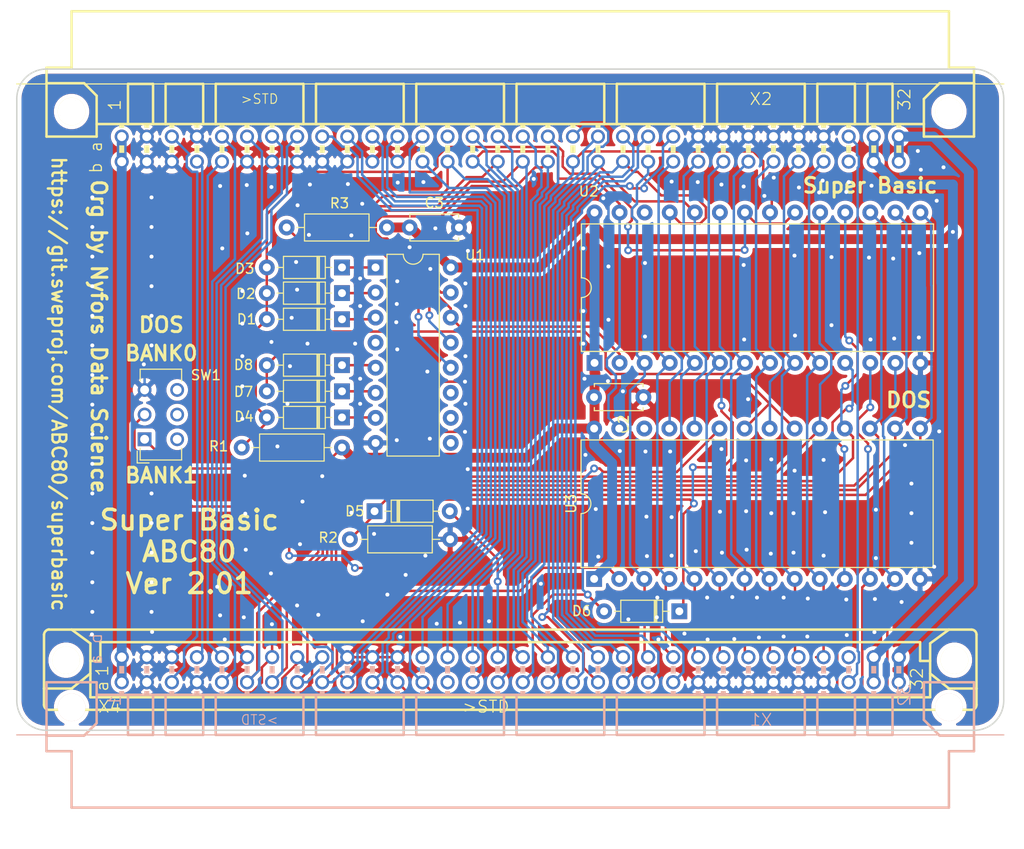
<source format=kicad_pcb>
(kicad_pcb (version 20171130) (host pcbnew 5.1.10-88a1d61d58~90~ubuntu20.04.1)

  (general
    (thickness 1.6)
    (drawings 16)
    (tracks 1015)
    (zones 0)
    (modules 20)
    (nets 54)
  )

  (page A4)
  (title_block
    (title SuperBasic)
    (date 2021-07-31)
    (rev 2.01)
    (company SweProj.com)
  )

  (layers
    (0 F.Cu signal)
    (31 B.Cu signal)
    (32 B.Adhes user)
    (33 F.Adhes user)
    (34 B.Paste user)
    (35 F.Paste user)
    (36 B.SilkS user)
    (37 F.SilkS user)
    (38 B.Mask user)
    (39 F.Mask user)
    (40 Dwgs.User user)
    (41 Cmts.User user)
    (42 Eco1.User user)
    (43 Eco2.User user)
    (44 Edge.Cuts user)
    (45 Margin user)
    (46 B.CrtYd user)
    (47 F.CrtYd user)
    (48 B.Fab user)
    (49 F.Fab user)
  )

  (setup
    (last_trace_width 0.25)
    (trace_clearance 0.2)
    (zone_clearance 0.4)
    (zone_45_only no)
    (trace_min 0.2)
    (via_size 0.8)
    (via_drill 0.4)
    (via_min_size 0.4)
    (via_min_drill 0.3)
    (uvia_size 0.3)
    (uvia_drill 0.1)
    (uvias_allowed no)
    (uvia_min_size 0.2)
    (uvia_min_drill 0.1)
    (edge_width 0.05)
    (segment_width 0.2)
    (pcb_text_width 0.3)
    (pcb_text_size 1.5 1.5)
    (mod_edge_width 0.12)
    (mod_text_size 1 1)
    (mod_text_width 0.15)
    (pad_size 1.524 1.524)
    (pad_drill 0.762)
    (pad_to_mask_clearance 0)
    (aux_axis_origin 0 0)
    (grid_origin 139.65 100.15)
    (visible_elements FFFFFF7F)
    (pcbplotparams
      (layerselection 0x010fc_ffffffff)
      (usegerberextensions false)
      (usegerberattributes true)
      (usegerberadvancedattributes true)
      (creategerberjobfile true)
      (excludeedgelayer true)
      (linewidth 0.100000)
      (plotframeref false)
      (viasonmask false)
      (mode 1)
      (useauxorigin false)
      (hpglpennumber 1)
      (hpglpenspeed 20)
      (hpglpendiameter 15.000000)
      (psnegative false)
      (psa4output false)
      (plotreference true)
      (plotvalue true)
      (plotinvisibletext false)
      (padsonsilk false)
      (subtractmaskfromsilk false)
      (outputformat 1)
      (mirror false)
      (drillshape 1)
      (scaleselection 1)
      (outputdirectory ""))
  )

  (net 0 "")
  (net 1 GND)
  (net 2 +5V)
  (net 3 /Q_2)
  (net 4 /Q_1)
  (net 5 /Q_0)
  (net 6 /A13)
  (net 7 /EA11)
  (net 8 /A11)
  (net 9 /A12)
  (net 10 /A15)
  (net 11 /A14)
  (net 12 /D2)
  (net 13 /D1)
  (net 14 /A8)
  (net 15 /D0)
  (net 16 /A9)
  (net 17 /A0)
  (net 18 /A1)
  (net 19 /A2)
  (net 20 /A10)
  (net 21 /A3)
  (net 22 /A4)
  (net 23 /D7)
  (net 24 /A5)
  (net 25 /D6)
  (net 26 /A6)
  (net 27 /D5)
  (net 28 /A7)
  (net 29 /D4)
  (net 30 /D3)
  (net 31 /Q_6)
  (net 32 /Q_5)
  (net 33 /Q_4)
  (net 34 /+12V)
  (net 35 /~INT)
  (net 36 /5)
  (net 37 /~XMEMFL)
  (net 38 /-12V)
  (net 39 /READY)
  (net 40 /~CS)
  (net 41 /~OUT)
  (net 42 /~C1)
  (net 43 /~C2)
  (net 44 /~C3)
  (net 45 /~C4)
  (net 46 /~INP)
  (net 47 /~STATUS)
  (net 48 /~RST)
  (net 49 /~XMEMW)
  (net 50 /~RESIN)
  (net 51 /~SB_CE)
  (net 52 /~DOS_CE)
  (net 53 /DOS_SEL)

  (net_class Default "This is the default net class."
    (clearance 0.2)
    (trace_width 0.25)
    (via_dia 0.8)
    (via_drill 0.4)
    (uvia_dia 0.3)
    (uvia_drill 0.1)
    (add_net +5V)
    (add_net /+12V)
    (add_net /-12V)
    (add_net /5)
    (add_net /A0)
    (add_net /A1)
    (add_net /A10)
    (add_net /A11)
    (add_net /A12)
    (add_net /A13)
    (add_net /A14)
    (add_net /A15)
    (add_net /A2)
    (add_net /A3)
    (add_net /A4)
    (add_net /A5)
    (add_net /A6)
    (add_net /A7)
    (add_net /A8)
    (add_net /A9)
    (add_net /D0)
    (add_net /D1)
    (add_net /D2)
    (add_net /D3)
    (add_net /D4)
    (add_net /D5)
    (add_net /D6)
    (add_net /D7)
    (add_net /DOS_SEL)
    (add_net /EA11)
    (add_net /Q_0)
    (add_net /Q_1)
    (add_net /Q_2)
    (add_net /Q_4)
    (add_net /Q_5)
    (add_net /Q_6)
    (add_net /READY)
    (add_net /~C1)
    (add_net /~C2)
    (add_net /~C3)
    (add_net /~C4)
    (add_net /~CS)
    (add_net /~DOS_CE)
    (add_net /~INP)
    (add_net /~INT)
    (add_net /~OUT)
    (add_net /~RESIN)
    (add_net /~RST)
    (add_net /~SB_CE)
    (add_net /~STATUS)
    (add_net /~XMEMFL)
    (add_net /~XMEMW)
    (add_net GND)
  )

  (module Package_DIP:DIP-28_W15.24mm (layer F.Cu) (tedit 5A02E8C5) (tstamp 61054825)
    (at 140.54 58.92 90)
    (descr "28-lead though-hole mounted DIP package, row spacing 15.24 mm (600 mils)")
    (tags "THT DIP DIL PDIP 2.54mm 15.24mm 600mil")
    (path /6104EE26)
    (fp_text reference U2 (at 17.37 -0.59 180) (layer F.SilkS)
      (effects (font (size 1 1) (thickness 0.15)))
    )
    (fp_text value 27C64 (at 7.62 35.35 90) (layer F.Fab)
      (effects (font (size 1 1) (thickness 0.15)))
    )
    (fp_line (start 16.3 -1.55) (end -1.05 -1.55) (layer F.CrtYd) (width 0.05))
    (fp_line (start 16.3 34.55) (end 16.3 -1.55) (layer F.CrtYd) (width 0.05))
    (fp_line (start -1.05 34.55) (end 16.3 34.55) (layer F.CrtYd) (width 0.05))
    (fp_line (start -1.05 -1.55) (end -1.05 34.55) (layer F.CrtYd) (width 0.05))
    (fp_line (start 14.08 -1.33) (end 8.62 -1.33) (layer F.SilkS) (width 0.12))
    (fp_line (start 14.08 34.35) (end 14.08 -1.33) (layer F.SilkS) (width 0.12))
    (fp_line (start 1.16 34.35) (end 14.08 34.35) (layer F.SilkS) (width 0.12))
    (fp_line (start 1.16 -1.33) (end 1.16 34.35) (layer F.SilkS) (width 0.12))
    (fp_line (start 6.62 -1.33) (end 1.16 -1.33) (layer F.SilkS) (width 0.12))
    (fp_line (start 0.255 -0.27) (end 1.255 -1.27) (layer F.Fab) (width 0.1))
    (fp_line (start 0.255 34.29) (end 0.255 -0.27) (layer F.Fab) (width 0.1))
    (fp_line (start 14.985 34.29) (end 0.255 34.29) (layer F.Fab) (width 0.1))
    (fp_line (start 14.985 -1.27) (end 14.985 34.29) (layer F.Fab) (width 0.1))
    (fp_line (start 1.255 -1.27) (end 14.985 -1.27) (layer F.Fab) (width 0.1))
    (fp_text user %R (at 7.62 16.51 90) (layer F.Fab)
      (effects (font (size 1 1) (thickness 0.15)))
    )
    (fp_arc (start 7.62 -1.33) (end 6.62 -1.33) (angle -180) (layer F.SilkS) (width 0.12))
    (pad 28 thru_hole oval (at 15.24 0 90) (size 1.6 1.6) (drill 0.8) (layers *.Cu *.Mask)
      (net 2 +5V))
    (pad 14 thru_hole oval (at 0 33.02 90) (size 1.6 1.6) (drill 0.8) (layers *.Cu *.Mask)
      (net 1 GND))
    (pad 27 thru_hole oval (at 15.24 2.54 90) (size 1.6 1.6) (drill 0.8) (layers *.Cu *.Mask)
      (net 11 /A14))
    (pad 13 thru_hole oval (at 0 30.48 90) (size 1.6 1.6) (drill 0.8) (layers *.Cu *.Mask)
      (net 12 /D2))
    (pad 26 thru_hole oval (at 15.24 5.08 90) (size 1.6 1.6) (drill 0.8) (layers *.Cu *.Mask))
    (pad 12 thru_hole oval (at 0 27.94 90) (size 1.6 1.6) (drill 0.8) (layers *.Cu *.Mask)
      (net 13 /D1))
    (pad 25 thru_hole oval (at 15.24 7.62 90) (size 1.6 1.6) (drill 0.8) (layers *.Cu *.Mask)
      (net 14 /A8))
    (pad 11 thru_hole oval (at 0 25.4 90) (size 1.6 1.6) (drill 0.8) (layers *.Cu *.Mask)
      (net 15 /D0))
    (pad 24 thru_hole oval (at 15.24 10.16 90) (size 1.6 1.6) (drill 0.8) (layers *.Cu *.Mask)
      (net 16 /A9))
    (pad 10 thru_hole oval (at 0 22.86 90) (size 1.6 1.6) (drill 0.8) (layers *.Cu *.Mask)
      (net 17 /A0))
    (pad 23 thru_hole oval (at 15.24 12.7 90) (size 1.6 1.6) (drill 0.8) (layers *.Cu *.Mask)
      (net 7 /EA11))
    (pad 9 thru_hole oval (at 0 20.32 90) (size 1.6 1.6) (drill 0.8) (layers *.Cu *.Mask)
      (net 18 /A1))
    (pad 22 thru_hole oval (at 15.24 15.24 90) (size 1.6 1.6) (drill 0.8) (layers *.Cu *.Mask)
      (net 51 /~SB_CE))
    (pad 8 thru_hole oval (at 0 17.78 90) (size 1.6 1.6) (drill 0.8) (layers *.Cu *.Mask)
      (net 19 /A2))
    (pad 21 thru_hole oval (at 15.24 17.78 90) (size 1.6 1.6) (drill 0.8) (layers *.Cu *.Mask)
      (net 20 /A10))
    (pad 7 thru_hole oval (at 0 15.24 90) (size 1.6 1.6) (drill 0.8) (layers *.Cu *.Mask)
      (net 21 /A3))
    (pad 20 thru_hole oval (at 15.24 20.32 90) (size 1.6 1.6) (drill 0.8) (layers *.Cu *.Mask)
      (net 51 /~SB_CE))
    (pad 6 thru_hole oval (at 0 12.7 90) (size 1.6 1.6) (drill 0.8) (layers *.Cu *.Mask)
      (net 22 /A4))
    (pad 19 thru_hole oval (at 15.24 22.86 90) (size 1.6 1.6) (drill 0.8) (layers *.Cu *.Mask)
      (net 23 /D7))
    (pad 5 thru_hole oval (at 0 10.16 90) (size 1.6 1.6) (drill 0.8) (layers *.Cu *.Mask)
      (net 24 /A5))
    (pad 18 thru_hole oval (at 15.24 25.4 90) (size 1.6 1.6) (drill 0.8) (layers *.Cu *.Mask)
      (net 25 /D6))
    (pad 4 thru_hole oval (at 0 7.62 90) (size 1.6 1.6) (drill 0.8) (layers *.Cu *.Mask)
      (net 26 /A6))
    (pad 17 thru_hole oval (at 15.24 27.94 90) (size 1.6 1.6) (drill 0.8) (layers *.Cu *.Mask)
      (net 27 /D5))
    (pad 3 thru_hole oval (at 0 5.08 90) (size 1.6 1.6) (drill 0.8) (layers *.Cu *.Mask)
      (net 28 /A7))
    (pad 16 thru_hole oval (at 15.24 30.48 90) (size 1.6 1.6) (drill 0.8) (layers *.Cu *.Mask)
      (net 29 /D4))
    (pad 2 thru_hole oval (at 0 2.54 90) (size 1.6 1.6) (drill 0.8) (layers *.Cu *.Mask)
      (net 9 /A12))
    (pad 15 thru_hole oval (at 15.24 33.02 90) (size 1.6 1.6) (drill 0.8) (layers *.Cu *.Mask)
      (net 30 /D3))
    (pad 1 thru_hole rect (at 0 0 90) (size 1.6 1.6) (drill 0.8) (layers *.Cu *.Mask)
      (net 2 +5V))
    (model ${KISYS3DMOD}/Package_DIP.3dshapes/DIP-28_W15.24mm.wrl
      (at (xyz 0 0 0))
      (scale (xyz 1 1 1))
      (rotate (xyz 0 0 0))
    )
  )

  (module Button_Switch_THT:SW_CuK_JS202011CQN_DPDT_Straight (layer F.Cu) (tedit 5A02FE31) (tstamp 6105FB0E)
    (at 94.95 66.66 90)
    (descr "CuK sub miniature slide switch, JS series, DPDT, right angle, http://www.ckswitches.com/media/1422/js.pdf")
    (tags "switch DPDT")
    (path /611974C1)
    (fp_text reference SW1 (at 6.5 6.21 180) (layer F.SilkS)
      (effects (font (size 1 1) (thickness 0.15)))
    )
    (fp_text value SW_DPDT_x2 (at 3 5 90) (layer F.Fab)
      (effects (font (size 1 1) (thickness 0.15)))
    )
    (fp_line (start -1 -0.35) (end -2 0.65) (layer F.Fab) (width 0.1))
    (fp_line (start -2.25 4.25) (end -2.25 -0.95) (layer F.CrtYd) (width 0.05))
    (fp_line (start 7.25 4.25) (end -2.25 4.25) (layer F.CrtYd) (width 0.05))
    (fp_line (start 7.25 -0.95) (end 7.25 4.25) (layer F.CrtYd) (width 0.05))
    (fp_line (start -2.25 -0.95) (end 7.25 -0.95) (layer F.CrtYd) (width 0.05))
    (fp_line (start -2.4 -0.75) (end -2.4 0.45) (layer F.SilkS) (width 0.12))
    (fp_line (start -1.2 -0.75) (end -2.4 -0.75) (layer F.SilkS) (width 0.12))
    (fp_line (start 7.1 3.75) (end 5.9 3.75) (layer F.SilkS) (width 0.12))
    (fp_line (start 7.1 -0.45) (end 7.1 3.75) (layer F.SilkS) (width 0.12))
    (fp_line (start 5.9 -0.45) (end 7.1 -0.45) (layer F.SilkS) (width 0.12))
    (fp_line (start -2.1 3.75) (end -0.9 3.75) (layer F.SilkS) (width 0.12))
    (fp_line (start -2.1 -0.45) (end -2.1 3.75) (layer F.SilkS) (width 0.12))
    (fp_line (start -0.9 -0.45) (end -2.1 -0.45) (layer F.SilkS) (width 0.12))
    (fp_line (start -2 3.65) (end -2 0.65) (layer F.Fab) (width 0.1))
    (fp_line (start 7 3.65) (end -2 3.65) (layer F.Fab) (width 0.1))
    (fp_line (start 7 -0.35) (end 7 3.65) (layer F.Fab) (width 0.1))
    (fp_line (start -1 -0.35) (end 7 -0.35) (layer F.Fab) (width 0.1))
    (fp_text user %R (at 2 1.65 90) (layer F.Fab)
      (effects (font (size 1 1) (thickness 0.15)))
    )
    (pad 6 thru_hole circle (at 5 3.3 90) (size 1.4 1.4) (drill 0.9) (layers *.Cu *.Mask))
    (pad 5 thru_hole circle (at 2.5 3.3 90) (size 1.4 1.4) (drill 0.9) (layers *.Cu *.Mask))
    (pad 4 thru_hole circle (at 0 3.3 90) (size 1.4 1.4) (drill 0.9) (layers *.Cu *.Mask))
    (pad 3 thru_hole circle (at 5 0 90) (size 1.4 1.4) (drill 0.9) (layers *.Cu *.Mask)
      (net 1 GND))
    (pad 2 thru_hole circle (at 2.5 0 90) (size 1.4 1.4) (drill 0.9) (layers *.Cu *.Mask)
      (net 53 /DOS_SEL))
    (pad 1 thru_hole rect (at 0 0 90) (size 1.4 1.4) (drill 0.9) (layers *.Cu *.Mask)
      (net 2 +5V))
    (model ${KISYS3DMOD}/Button_Switch_THT.3dshapes/SW_CuK_JS202011CQN_DPDT_Straight.wrl
      (at (xyz 0 0 0))
      (scale (xyz 1 1 1))
      (rotate (xyz 0 0 0))
    )
  )

  (module Package_DIP:DIP-28_W15.24mm (layer F.Cu) (tedit 5A02E8C5) (tstamp 6105ADF4)
    (at 140.5 80.81 90)
    (descr "28-lead though-hole mounted DIP package, row spacing 15.24 mm (600 mils)")
    (tags "THT DIP DIL PDIP 2.54mm 15.24mm 600mil")
    (path /6108B15A)
    (fp_text reference U3 (at 7.62 -2.33 90) (layer F.SilkS)
      (effects (font (size 1 1) (thickness 0.15)))
    )
    (fp_text value 27C64 (at 7.62 35.35 90) (layer F.Fab)
      (effects (font (size 1 1) (thickness 0.15)))
    )
    (fp_line (start 1.255 -1.27) (end 14.985 -1.27) (layer F.Fab) (width 0.1))
    (fp_line (start 14.985 -1.27) (end 14.985 34.29) (layer F.Fab) (width 0.1))
    (fp_line (start 14.985 34.29) (end 0.255 34.29) (layer F.Fab) (width 0.1))
    (fp_line (start 0.255 34.29) (end 0.255 -0.27) (layer F.Fab) (width 0.1))
    (fp_line (start 0.255 -0.27) (end 1.255 -1.27) (layer F.Fab) (width 0.1))
    (fp_line (start 6.62 -1.33) (end 1.16 -1.33) (layer F.SilkS) (width 0.12))
    (fp_line (start 1.16 -1.33) (end 1.16 34.35) (layer F.SilkS) (width 0.12))
    (fp_line (start 1.16 34.35) (end 14.08 34.35) (layer F.SilkS) (width 0.12))
    (fp_line (start 14.08 34.35) (end 14.08 -1.33) (layer F.SilkS) (width 0.12))
    (fp_line (start 14.08 -1.33) (end 8.62 -1.33) (layer F.SilkS) (width 0.12))
    (fp_line (start -1.05 -1.55) (end -1.05 34.55) (layer F.CrtYd) (width 0.05))
    (fp_line (start -1.05 34.55) (end 16.3 34.55) (layer F.CrtYd) (width 0.05))
    (fp_line (start 16.3 34.55) (end 16.3 -1.55) (layer F.CrtYd) (width 0.05))
    (fp_line (start 16.3 -1.55) (end -1.05 -1.55) (layer F.CrtYd) (width 0.05))
    (fp_text user %R (at 7.62 16.51 90) (layer F.Fab)
      (effects (font (size 1 1) (thickness 0.15)))
    )
    (fp_arc (start 7.62 -1.33) (end 6.62 -1.33) (angle -180) (layer F.SilkS) (width 0.12))
    (pad 28 thru_hole oval (at 15.24 0 90) (size 1.6 1.6) (drill 0.8) (layers *.Cu *.Mask)
      (net 2 +5V))
    (pad 14 thru_hole oval (at 0 33.02 90) (size 1.6 1.6) (drill 0.8) (layers *.Cu *.Mask)
      (net 1 GND))
    (pad 27 thru_hole oval (at 15.24 2.54 90) (size 1.6 1.6) (drill 0.8) (layers *.Cu *.Mask)
      (net 11 /A14))
    (pad 13 thru_hole oval (at 0 30.48 90) (size 1.6 1.6) (drill 0.8) (layers *.Cu *.Mask)
      (net 12 /D2))
    (pad 26 thru_hole oval (at 15.24 5.08 90) (size 1.6 1.6) (drill 0.8) (layers *.Cu *.Mask))
    (pad 12 thru_hole oval (at 0 27.94 90) (size 1.6 1.6) (drill 0.8) (layers *.Cu *.Mask)
      (net 13 /D1))
    (pad 25 thru_hole oval (at 15.24 7.62 90) (size 1.6 1.6) (drill 0.8) (layers *.Cu *.Mask)
      (net 14 /A8))
    (pad 11 thru_hole oval (at 0 25.4 90) (size 1.6 1.6) (drill 0.8) (layers *.Cu *.Mask)
      (net 15 /D0))
    (pad 24 thru_hole oval (at 15.24 10.16 90) (size 1.6 1.6) (drill 0.8) (layers *.Cu *.Mask)
      (net 16 /A9))
    (pad 10 thru_hole oval (at 0 22.86 90) (size 1.6 1.6) (drill 0.8) (layers *.Cu *.Mask)
      (net 17 /A0))
    (pad 23 thru_hole oval (at 15.24 12.7 90) (size 1.6 1.6) (drill 0.8) (layers *.Cu *.Mask)
      (net 8 /A11))
    (pad 9 thru_hole oval (at 0 20.32 90) (size 1.6 1.6) (drill 0.8) (layers *.Cu *.Mask)
      (net 18 /A1))
    (pad 22 thru_hole oval (at 15.24 15.24 90) (size 1.6 1.6) (drill 0.8) (layers *.Cu *.Mask)
      (net 52 /~DOS_CE))
    (pad 8 thru_hole oval (at 0 17.78 90) (size 1.6 1.6) (drill 0.8) (layers *.Cu *.Mask)
      (net 19 /A2))
    (pad 21 thru_hole oval (at 15.24 17.78 90) (size 1.6 1.6) (drill 0.8) (layers *.Cu *.Mask)
      (net 20 /A10))
    (pad 7 thru_hole oval (at 0 15.24 90) (size 1.6 1.6) (drill 0.8) (layers *.Cu *.Mask)
      (net 21 /A3))
    (pad 20 thru_hole oval (at 15.24 20.32 90) (size 1.6 1.6) (drill 0.8) (layers *.Cu *.Mask)
      (net 52 /~DOS_CE))
    (pad 6 thru_hole oval (at 0 12.7 90) (size 1.6 1.6) (drill 0.8) (layers *.Cu *.Mask)
      (net 22 /A4))
    (pad 19 thru_hole oval (at 15.24 22.86 90) (size 1.6 1.6) (drill 0.8) (layers *.Cu *.Mask)
      (net 23 /D7))
    (pad 5 thru_hole oval (at 0 10.16 90) (size 1.6 1.6) (drill 0.8) (layers *.Cu *.Mask)
      (net 24 /A5))
    (pad 18 thru_hole oval (at 15.24 25.4 90) (size 1.6 1.6) (drill 0.8) (layers *.Cu *.Mask)
      (net 25 /D6))
    (pad 4 thru_hole oval (at 0 7.62 90) (size 1.6 1.6) (drill 0.8) (layers *.Cu *.Mask)
      (net 26 /A6))
    (pad 17 thru_hole oval (at 15.24 27.94 90) (size 1.6 1.6) (drill 0.8) (layers *.Cu *.Mask)
      (net 27 /D5))
    (pad 3 thru_hole oval (at 0 5.08 90) (size 1.6 1.6) (drill 0.8) (layers *.Cu *.Mask)
      (net 28 /A7))
    (pad 16 thru_hole oval (at 15.24 30.48 90) (size 1.6 1.6) (drill 0.8) (layers *.Cu *.Mask)
      (net 29 /D4))
    (pad 2 thru_hole oval (at 0 2.54 90) (size 1.6 1.6) (drill 0.8) (layers *.Cu *.Mask)
      (net 53 /DOS_SEL))
    (pad 15 thru_hole oval (at 15.24 33.02 90) (size 1.6 1.6) (drill 0.8) (layers *.Cu *.Mask)
      (net 30 /D3))
    (pad 1 thru_hole rect (at 0 0 90) (size 1.6 1.6) (drill 0.8) (layers *.Cu *.Mask)
      (net 2 +5V))
    (model ${KISYS3DMOD}/Package_DIP.3dshapes/DIP-28_W15.24mm.wrl
      (at (xyz 0 0 0))
      (scale (xyz 1 1 1))
      (rotate (xyz 0 0 0))
    )
  )

  (module superbasic:FAB64B (layer F.Cu) (tedit 0) (tstamp 61067223)
    (at 132 90.01 90)
    (descr "<b>DIN 41612 CONNECTOR</b>\n<p>\nFemale, 64 pins, type B, rows AB, grid 2.54 mm.<br />\nB mates with Q, but pin numbers reversed.\n</p>")
    (path /62580A7B)
    (fp_text reference X4 (at -4.445 -39.37 180) (layer F.SilkS)
      (effects (font (size 1.2065 1.2065) (thickness 0.12065)) (justify right bottom))
    )
    (fp_text value ABC-Bus (at -4.445 34.29 180) (layer F.Fab)
      (effects (font (size 1.2065 1.2065) (thickness 0.12065)) (justify right bottom))
    )
    (fp_line (start -2.54 -42.291) (end -2.54 42.291) (layer F.Fab) (width 0.254))
    (fp_line (start 0.635 41.275) (end 2.54 41.275) (layer F.Fab) (width 0.254))
    (fp_line (start 2.54 41.275) (end 2.54 -41.275) (layer F.Fab) (width 0.254))
    (fp_line (start 2.54 -41.275) (end 0.635 -41.275) (layer F.Fab) (width 0.254))
    (fp_line (start -1.905 -47.244) (end -1.905 -44.45) (layer F.SilkS) (width 0.254))
    (fp_line (start -1.905 -47.244) (end -3.556 -47.244) (layer F.SilkS) (width 0.254))
    (fp_line (start -0.381 -42.545) (end -1.905 -44.45) (layer F.SilkS) (width 0.254))
    (fp_line (start -1.905 47.244) (end -1.905 44.45) (layer F.SilkS) (width 0.254))
    (fp_line (start -1.905 47.244) (end 3.556 47.244) (layer F.SilkS) (width 0.254))
    (fp_line (start -0.381 42.545) (end -1.905 44.45) (layer F.SilkS) (width 0.254))
    (fp_line (start 4.064 -44.45) (end 4.064 -46.736) (layer F.SilkS) (width 0.254))
    (fp_line (start 2.667 -42.545) (end 4.064 -44.45) (layer F.SilkS) (width 0.254))
    (fp_line (start 4.064 -44.45) (end 4.064 44.45) (layer F.SilkS) (width 0.254))
    (fp_line (start 2.667 42.545) (end 4.064 44.45) (layer F.SilkS) (width 0.254))
    (fp_line (start 0.635 41.275) (end 0.635 42.291) (layer F.Fab) (width 0.254))
    (fp_line (start 0.889 42.545) (end -0.381 42.545) (layer F.SilkS) (width 0.254))
    (fp_line (start 0.635 42.291) (end -2.54 42.291) (layer F.Fab) (width 0.254))
    (fp_line (start -0.381 42.545) (end -2.794 42.545) (layer F.SilkS) (width 0.254))
    (fp_line (start 0.889 42.545) (end 0.889 41.529) (layer F.SilkS) (width 0.254))
    (fp_line (start 0.889 42.545) (end 2.667 42.545) (layer F.SilkS) (width 0.254))
    (fp_line (start 0.889 41.529) (end 2.794 41.529) (layer F.SilkS) (width 0.254))
    (fp_line (start 2.794 41.529) (end 2.794 -41.529) (layer F.SilkS) (width 0.254))
    (fp_line (start -2.794 42.545) (end -2.794 -42.545) (layer F.SilkS) (width 0.254))
    (fp_line (start 2.794 -41.529) (end 0.889 -41.529) (layer F.SilkS) (width 0.254))
    (fp_line (start 0.889 -41.529) (end 0.889 -42.545) (layer F.SilkS) (width 0.254))
    (fp_line (start 0.889 -42.545) (end 2.667 -42.545) (layer F.SilkS) (width 0.254))
    (fp_line (start 0.635 -41.275) (end 0.635 -42.291) (layer F.Fab) (width 0.254))
    (fp_line (start -0.381 -42.545) (end 0.889 -42.545) (layer F.SilkS) (width 0.254))
    (fp_line (start 0.635 -42.291) (end -2.54 -42.291) (layer F.Fab) (width 0.254))
    (fp_line (start -0.381 -42.545) (end -2.794 -42.545) (layer F.SilkS) (width 0.254))
    (fp_line (start 3.556 -47.244) (end -1.905 -47.244) (layer F.SilkS) (width 0.254))
    (fp_line (start -3.556 47.244) (end -1.905 47.244) (layer F.SilkS) (width 0.254))
    (fp_line (start -4.064 46.736) (end -4.064 -46.736) (layer F.SilkS) (width 0.254))
    (fp_line (start 4.064 46.736) (end 4.064 44.45) (layer F.SilkS) (width 0.254))
    (fp_circle (center 0.9652 45.0088) (end 3.2512 45.0088) (layer Dwgs.User) (width 1.778))
    (fp_circle (center 0.9652 45.0088) (end 3.2512 45.0088) (layer Dwgs.User) (width 1.778))
    (fp_circle (center 0.9652 45.0088) (end 2.2352 45.0088) (layer F.SilkS) (width 0.254))
    (fp_circle (center 0.9652 -45.0088) (end 3.2512 -45.0088) (layer Dwgs.User) (width 1.778))
    (fp_circle (center 0.9652 -45.0088) (end 3.2512 -45.0088) (layer Dwgs.User) (width 1.778))
    (fp_circle (center 0.9652 -45.0088) (end 2.2352 -45.0088) (layer F.SilkS) (width 0.254))
    (fp_poly (pts (xy 0.889 40.005) (xy 1.651 40.005) (xy 1.651 38.735) (xy 0.889 38.735)) (layer F.Fab) (width 0))
    (fp_poly (pts (xy -1.651 40.005) (xy -0.889 40.005) (xy -0.889 38.735) (xy -1.651 38.735)) (layer F.Fab) (width 0))
    (fp_poly (pts (xy 0.889 37.465) (xy 1.651 37.465) (xy 1.651 36.195) (xy 0.889 36.195)) (layer F.Fab) (width 0))
    (fp_poly (pts (xy -1.651 37.465) (xy -0.889 37.465) (xy -0.889 36.195) (xy -1.651 36.195)) (layer F.Fab) (width 0))
    (fp_poly (pts (xy -1.651 34.925) (xy -0.889 34.925) (xy -0.889 33.655) (xy -1.651 33.655)) (layer F.Fab) (width 0))
    (fp_poly (pts (xy -1.651 32.385) (xy -0.889 32.385) (xy -0.889 31.115) (xy -1.651 31.115)) (layer F.Fab) (width 0))
    (fp_poly (pts (xy 0.889 34.925) (xy 1.651 34.925) (xy 1.651 33.655) (xy 0.889 33.655)) (layer F.Fab) (width 0))
    (fp_poly (pts (xy 0.889 32.385) (xy 1.651 32.385) (xy 1.651 31.115) (xy 0.889 31.115)) (layer F.Fab) (width 0))
    (fp_poly (pts (xy -1.651 29.845) (xy -0.889 29.845) (xy -0.889 28.575) (xy -1.651 28.575)) (layer F.Fab) (width 0))
    (fp_poly (pts (xy -1.651 27.305) (xy -0.889 27.305) (xy -0.889 26.035) (xy -1.651 26.035)) (layer F.Fab) (width 0))
    (fp_poly (pts (xy 0.889 29.845) (xy 1.651 29.845) (xy 1.651 28.575) (xy 0.889 28.575)) (layer F.Fab) (width 0))
    (fp_poly (pts (xy 0.889 27.305) (xy 1.651 27.305) (xy 1.651 26.035) (xy 0.889 26.035)) (layer F.Fab) (width 0))
    (fp_poly (pts (xy 0.889 24.765) (xy 1.651 24.765) (xy 1.651 23.495) (xy 0.889 23.495)) (layer F.Fab) (width 0))
    (fp_poly (pts (xy -1.651 24.765) (xy -0.889 24.765) (xy -0.889 23.495) (xy -1.651 23.495)) (layer F.Fab) (width 0))
    (fp_poly (pts (xy -1.651 22.225) (xy -0.889 22.225) (xy -0.889 20.955) (xy -1.651 20.955)) (layer F.Fab) (width 0))
    (fp_poly (pts (xy -1.651 19.685) (xy -0.889 19.685) (xy -0.889 18.415) (xy -1.651 18.415)) (layer F.Fab) (width 0))
    (fp_poly (pts (xy 0.889 22.225) (xy 1.651 22.225) (xy 1.651 20.955) (xy 0.889 20.955)) (layer F.Fab) (width 0))
    (fp_poly (pts (xy 0.889 19.685) (xy 1.651 19.685) (xy 1.651 18.415) (xy 0.889 18.415)) (layer F.Fab) (width 0))
    (fp_poly (pts (xy 0.889 17.145) (xy 1.651 17.145) (xy 1.651 15.875) (xy 0.889 15.875)) (layer F.Fab) (width 0))
    (fp_poly (pts (xy -1.651 17.145) (xy -0.889 17.145) (xy -0.889 15.875) (xy -1.651 15.875)) (layer F.Fab) (width 0))
    (fp_poly (pts (xy 0.889 14.605) (xy 1.651 14.605) (xy 1.651 13.335) (xy 0.889 13.335)) (layer F.Fab) (width 0))
    (fp_poly (pts (xy 0.889 12.065) (xy 1.651 12.065) (xy 1.651 10.795) (xy 0.889 10.795)) (layer F.Fab) (width 0))
    (fp_poly (pts (xy 0.889 9.525) (xy 1.651 9.525) (xy 1.651 8.255) (xy 0.889 8.255)) (layer F.Fab) (width 0))
    (fp_poly (pts (xy 0.889 6.985) (xy 1.651 6.985) (xy 1.651 5.715) (xy 0.889 5.715)) (layer F.Fab) (width 0))
    (fp_poly (pts (xy 0.889 4.445) (xy 1.651 4.445) (xy 1.651 3.175) (xy 0.889 3.175)) (layer F.Fab) (width 0))
    (fp_poly (pts (xy 0.889 1.905) (xy 1.651 1.905) (xy 1.651 0.635) (xy 0.889 0.635)) (layer F.Fab) (width 0))
    (fp_poly (pts (xy 0.889 -0.635) (xy 1.651 -0.635) (xy 1.651 -1.905) (xy 0.889 -1.905)) (layer F.Fab) (width 0))
    (fp_poly (pts (xy 0.889 -3.175) (xy 1.651 -3.175) (xy 1.651 -4.445) (xy 0.889 -4.445)) (layer F.Fab) (width 0))
    (fp_poly (pts (xy 0.889 -5.715) (xy 1.651 -5.715) (xy 1.651 -6.985) (xy 0.889 -6.985)) (layer F.Fab) (width 0))
    (fp_poly (pts (xy 0.889 -8.255) (xy 1.651 -8.255) (xy 1.651 -9.525) (xy 0.889 -9.525)) (layer F.Fab) (width 0))
    (fp_poly (pts (xy 0.889 -10.795) (xy 1.651 -10.795) (xy 1.651 -12.065) (xy 0.889 -12.065)) (layer F.Fab) (width 0))
    (fp_poly (pts (xy 0.889 -13.335) (xy 1.651 -13.335) (xy 1.651 -14.605) (xy 0.889 -14.605)) (layer F.Fab) (width 0))
    (fp_poly (pts (xy 0.889 -15.875) (xy 1.651 -15.875) (xy 1.651 -17.145) (xy 0.889 -17.145)) (layer F.Fab) (width 0))
    (fp_poly (pts (xy 0.889 -18.415) (xy 1.651 -18.415) (xy 1.651 -19.685) (xy 0.889 -19.685)) (layer F.Fab) (width 0))
    (fp_poly (pts (xy 0.889 -20.955) (xy 1.651 -20.955) (xy 1.651 -22.225) (xy 0.889 -22.225)) (layer F.Fab) (width 0))
    (fp_poly (pts (xy 0.889 -23.495) (xy 1.651 -23.495) (xy 1.651 -24.765) (xy 0.889 -24.765)) (layer F.Fab) (width 0))
    (fp_poly (pts (xy -1.651 14.605) (xy -0.889 14.605) (xy -0.889 13.335) (xy -1.651 13.335)) (layer F.Fab) (width 0))
    (fp_poly (pts (xy -1.651 12.065) (xy -0.889 12.065) (xy -0.889 10.795) (xy -1.651 10.795)) (layer F.Fab) (width 0))
    (fp_poly (pts (xy -1.651 9.525) (xy -0.889 9.525) (xy -0.889 8.255) (xy -1.651 8.255)) (layer F.Fab) (width 0))
    (fp_poly (pts (xy -1.651 6.985) (xy -0.889 6.985) (xy -0.889 5.715) (xy -1.651 5.715)) (layer F.Fab) (width 0))
    (fp_poly (pts (xy -1.651 4.445) (xy -0.889 4.445) (xy -0.889 3.175) (xy -1.651 3.175)) (layer F.Fab) (width 0))
    (fp_poly (pts (xy -1.651 1.905) (xy -0.889 1.905) (xy -0.889 0.635) (xy -1.651 0.635)) (layer F.Fab) (width 0))
    (fp_poly (pts (xy -1.651 -0.635) (xy -0.889 -0.635) (xy -0.889 -1.905) (xy -1.651 -1.905)) (layer F.Fab) (width 0))
    (fp_poly (pts (xy -1.651 -3.175) (xy -0.889 -3.175) (xy -0.889 -4.445) (xy -1.651 -4.445)) (layer F.Fab) (width 0))
    (fp_poly (pts (xy -1.651 -5.715) (xy -0.889 -5.715) (xy -0.889 -6.985) (xy -1.651 -6.985)) (layer F.Fab) (width 0))
    (fp_poly (pts (xy -1.651 -8.255) (xy -0.889 -8.255) (xy -0.889 -9.525) (xy -1.651 -9.525)) (layer F.Fab) (width 0))
    (fp_poly (pts (xy -1.651 -10.795) (xy -0.889 -10.795) (xy -0.889 -12.065) (xy -1.651 -12.065)) (layer F.Fab) (width 0))
    (fp_poly (pts (xy -1.651 -13.335) (xy -0.889 -13.335) (xy -0.889 -14.605) (xy -1.651 -14.605)) (layer F.Fab) (width 0))
    (fp_poly (pts (xy -1.651 -15.875) (xy -0.889 -15.875) (xy -0.889 -17.145) (xy -1.651 -17.145)) (layer F.Fab) (width 0))
    (fp_poly (pts (xy -1.651 -18.415) (xy -0.889 -18.415) (xy -0.889 -19.685) (xy -1.651 -19.685)) (layer F.Fab) (width 0))
    (fp_poly (pts (xy -1.651 -20.955) (xy -0.889 -20.955) (xy -0.889 -22.225) (xy -1.651 -22.225)) (layer F.Fab) (width 0))
    (fp_poly (pts (xy -1.651 -23.495) (xy -0.889 -23.495) (xy -0.889 -24.765) (xy -1.651 -24.765)) (layer F.Fab) (width 0))
    (fp_poly (pts (xy -1.651 -26.035) (xy -0.889 -26.035) (xy -0.889 -27.305) (xy -1.651 -27.305)) (layer F.Fab) (width 0))
    (fp_poly (pts (xy -1.651 -28.575) (xy -0.889 -28.575) (xy -0.889 -29.845) (xy -1.651 -29.845)) (layer F.Fab) (width 0))
    (fp_poly (pts (xy -1.651 -31.115) (xy -0.889 -31.115) (xy -0.889 -32.385) (xy -1.651 -32.385)) (layer F.Fab) (width 0))
    (fp_poly (pts (xy -1.651 -33.655) (xy -0.889 -33.655) (xy -0.889 -34.925) (xy -1.651 -34.925)) (layer F.Fab) (width 0))
    (fp_poly (pts (xy -1.651 -36.195) (xy -0.889 -36.195) (xy -0.889 -37.465) (xy -1.651 -37.465)) (layer F.Fab) (width 0))
    (fp_poly (pts (xy -1.651 -38.735) (xy -0.889 -38.735) (xy -0.889 -40.005) (xy -1.651 -40.005)) (layer F.Fab) (width 0))
    (fp_poly (pts (xy 0.889 -26.035) (xy 1.651 -26.035) (xy 1.651 -27.305) (xy 0.889 -27.305)) (layer F.Fab) (width 0))
    (fp_poly (pts (xy 0.889 -28.575) (xy 1.651 -28.575) (xy 1.651 -29.845) (xy 0.889 -29.845)) (layer F.Fab) (width 0))
    (fp_poly (pts (xy 0.889 -31.115) (xy 1.651 -31.115) (xy 1.651 -32.385) (xy 0.889 -32.385)) (layer F.Fab) (width 0))
    (fp_poly (pts (xy 0.889 -33.655) (xy 1.651 -33.655) (xy 1.651 -34.925) (xy 0.889 -34.925)) (layer F.Fab) (width 0))
    (fp_poly (pts (xy 0.889 -36.195) (xy 1.651 -36.195) (xy 1.651 -37.465) (xy 0.889 -37.465)) (layer F.Fab) (width 0))
    (fp_poly (pts (xy 0.889 -38.735) (xy 1.651 -38.735) (xy 1.651 -40.005) (xy 0.889 -40.005)) (layer F.Fab) (width 0))
    (fp_text user >STD (at -4.445 0) (layer F.SilkS)
      (effects (font (size 1.2065 1.2065) (thickness 0.127)) (justify right bottom))
    )
    (fp_text user 1 (at -0.762 -40.64 90) (layer F.SilkS)
      (effects (font (size 1.2065 1.2065) (thickness 0.127)) (justify left bottom))
    )
    (fp_text user a (at -2.286 -40.64 90) (layer F.SilkS)
      (effects (font (size 1.2065 1.2065) (thickness 0.127)) (justify left bottom))
    )
    (fp_text user 32 (at -2.159 41.91 90) (layer F.SilkS)
      (effects (font (size 1.2065 1.2065) (thickness 0.127)) (justify left bottom))
    )
    (fp_arc (start -3.556 46.736) (end -4.064 46.736) (angle -90) (layer F.SilkS) (width 0.254))
    (fp_arc (start 3.556 46.736) (end 3.556 47.244) (angle -90) (layer F.SilkS) (width 0.254))
    (fp_arc (start 3.504755 -46.659599) (end 3.556 -47.244) (angle 77.21006) (layer F.SilkS) (width 0.254))
    (fp_arc (start -3.556 -46.736) (end -4.064 -46.736) (angle 90) (layer F.SilkS) (width 0.254))
    (pad "" np_thru_hole circle (at 0.9652 -45.0088 90) (size 2.794 2.794) (drill 2.794) (layers *.Cu *.Mask))
    (pad "" np_thru_hole circle (at 0.9652 45.0088 90) (size 2.794 2.794) (drill 2.794) (layers *.Cu *.Mask))
    (pad B32 thru_hole circle (at 1.27 39.37 90) (size 1.4224 1.4224) (drill 0.9144) (layers *.Cu *.Mask)
      (net 34 /+12V) (solder_mask_margin 0.1016))
    (pad B31 thru_hole circle (at 1.27 36.83 90) (size 1.4224 1.4224) (drill 0.9144) (layers *.Cu *.Mask)
      (net 2 +5V) (solder_mask_margin 0.1016))
    (pad B30 thru_hole circle (at 1.27 34.29 90) (size 1.4224 1.4224) (drill 0.9144) (layers *.Cu *.Mask)
      (solder_mask_margin 0.1016))
    (pad B29 thru_hole circle (at 1.27 31.75 90) (size 1.4224 1.4224) (drill 0.9144) (layers *.Cu *.Mask)
      (net 17 /A0) (solder_mask_margin 0.1016))
    (pad B28 thru_hole circle (at 1.27 29.21 90) (size 1.4224 1.4224) (drill 0.9144) (layers *.Cu *.Mask)
      (net 18 /A1) (solder_mask_margin 0.1016))
    (pad B27 thru_hole circle (at 1.27 26.67 90) (size 1.4224 1.4224) (drill 0.9144) (layers *.Cu *.Mask)
      (net 19 /A2) (solder_mask_margin 0.1016))
    (pad B26 thru_hole circle (at 1.27 24.13 90) (size 1.4224 1.4224) (drill 0.9144) (layers *.Cu *.Mask)
      (net 21 /A3) (solder_mask_margin 0.1016))
    (pad B25 thru_hole circle (at 1.27 21.59 90) (size 1.4224 1.4224) (drill 0.9144) (layers *.Cu *.Mask)
      (net 22 /A4) (solder_mask_margin 0.1016))
    (pad B24 thru_hole circle (at 1.27 19.05 90) (size 1.4224 1.4224) (drill 0.9144) (layers *.Cu *.Mask)
      (net 24 /A5) (solder_mask_margin 0.1016))
    (pad B23 thru_hole circle (at 1.27 16.51 90) (size 1.4224 1.4224) (drill 0.9144) (layers *.Cu *.Mask)
      (net 26 /A6) (solder_mask_margin 0.1016))
    (pad B22 thru_hole circle (at 1.27 13.97 90) (size 1.4224 1.4224) (drill 0.9144) (layers *.Cu *.Mask)
      (net 28 /A7) (solder_mask_margin 0.1016))
    (pad B21 thru_hole circle (at 1.27 11.43 90) (size 1.4224 1.4224) (drill 0.9144) (layers *.Cu *.Mask)
      (net 14 /A8) (solder_mask_margin 0.1016))
    (pad B20 thru_hole circle (at 1.27 8.89 90) (size 1.4224 1.4224) (drill 0.9144) (layers *.Cu *.Mask)
      (net 16 /A9) (solder_mask_margin 0.1016))
    (pad B19 thru_hole circle (at 1.27 6.35 90) (size 1.4224 1.4224) (drill 0.9144) (layers *.Cu *.Mask)
      (net 20 /A10) (solder_mask_margin 0.1016))
    (pad B18 thru_hole circle (at 1.27 3.81 90) (size 1.4224 1.4224) (drill 0.9144) (layers *.Cu *.Mask)
      (net 8 /A11) (solder_mask_margin 0.1016))
    (pad B17 thru_hole circle (at 1.27 1.27 90) (size 1.4224 1.4224) (drill 0.9144) (layers *.Cu *.Mask)
      (net 9 /A12) (solder_mask_margin 0.1016))
    (pad B16 thru_hole circle (at 1.27 -1.27 90) (size 1.4224 1.4224) (drill 0.9144) (layers *.Cu *.Mask)
      (net 6 /A13) (solder_mask_margin 0.1016))
    (pad B15 thru_hole circle (at 1.27 -3.81 90) (size 1.4224 1.4224) (drill 0.9144) (layers *.Cu *.Mask)
      (net 11 /A14) (solder_mask_margin 0.1016))
    (pad B14 thru_hole circle (at 1.27 -6.35 90) (size 1.4224 1.4224) (drill 0.9144) (layers *.Cu *.Mask)
      (net 10 /A15) (solder_mask_margin 0.1016))
    (pad B13 thru_hole circle (at 1.27 -8.89 90) (size 1.4224 1.4224) (drill 0.9144) (layers *.Cu *.Mask)
      (net 35 /~INT) (solder_mask_margin 0.1016))
    (pad B12 thru_hole circle (at 1.27 -11.43 90) (size 1.4224 1.4224) (drill 0.9144) (layers *.Cu *.Mask)
      (net 1 GND) (solder_mask_margin 0.1016))
    (pad B11 thru_hole circle (at 1.27 -13.97 90) (size 1.4224 1.4224) (drill 0.9144) (layers *.Cu *.Mask)
      (net 1 GND) (solder_mask_margin 0.1016))
    (pad B10 thru_hole circle (at 1.27 -16.51 90) (size 1.4224 1.4224) (drill 0.9144) (layers *.Cu *.Mask)
      (net 1 GND) (solder_mask_margin 0.1016))
    (pad B9 thru_hole circle (at 1.27 -19.05 90) (size 1.4224 1.4224) (drill 0.9144) (layers *.Cu *.Mask)
      (net 1 GND) (solder_mask_margin 0.1016))
    (pad B8 thru_hole circle (at 1.27 -21.59 90) (size 1.4224 1.4224) (drill 0.9144) (layers *.Cu *.Mask)
      (net 1 GND) (solder_mask_margin 0.1016))
    (pad B7 thru_hole circle (at 1.27 -24.13 90) (size 1.4224 1.4224) (drill 0.9144) (layers *.Cu *.Mask)
      (net 1 GND) (solder_mask_margin 0.1016))
    (pad B6 thru_hole circle (at 1.27 -26.67 90) (size 1.4224 1.4224) (drill 0.9144) (layers *.Cu *.Mask)
      (net 1 GND) (solder_mask_margin 0.1016))
    (pad B5 thru_hole circle (at 1.27 -29.21 90) (size 1.4224 1.4224) (drill 0.9144) (layers *.Cu *.Mask)
      (net 36 /5) (solder_mask_margin 0.1016))
    (pad B4 thru_hole circle (at 1.27 -31.75 90) (size 1.4224 1.4224) (drill 0.9144) (layers *.Cu *.Mask)
      (net 37 /~XMEMFL) (solder_mask_margin 0.1016))
    (pad B3 thru_hole circle (at 1.27 -34.29 90) (size 1.4224 1.4224) (drill 0.9144) (layers *.Cu *.Mask)
      (net 1 GND) (solder_mask_margin 0.1016))
    (pad B2 thru_hole circle (at 1.27 -36.83 90) (size 1.4224 1.4224) (drill 0.9144) (layers *.Cu *.Mask)
      (net 1 GND) (solder_mask_margin 0.1016))
    (pad B1 thru_hole circle (at 1.27 -39.37 90) (size 1.4224 1.4224) (drill 0.9144) (layers *.Cu *.Mask)
      (net 38 /-12V) (solder_mask_margin 0.1016))
    (pad A32 thru_hole circle (at -1.27 39.37 90) (size 1.4224 1.4224) (drill 0.9144) (layers *.Cu *.Mask)
      (net 34 /+12V) (solder_mask_margin 0.1016))
    (pad A31 thru_hole circle (at -1.27 36.83 90) (size 1.4224 1.4224) (drill 0.9144) (layers *.Cu *.Mask)
      (net 2 +5V) (solder_mask_margin 0.1016))
    (pad A30 thru_hole circle (at -1.27 34.29 90) (size 1.4224 1.4224) (drill 0.9144) (layers *.Cu *.Mask)
      (net 39 /READY) (solder_mask_margin 0.1016))
    (pad A29 thru_hole circle (at -1.27 31.75 90) (size 1.4224 1.4224) (drill 0.9144) (layers *.Cu *.Mask)
      (net 1 GND) (solder_mask_margin 0.1016))
    (pad A28 thru_hole circle (at -1.27 29.21 90) (size 1.4224 1.4224) (drill 0.9144) (layers *.Cu *.Mask)
      (net 1 GND) (solder_mask_margin 0.1016))
    (pad A27 thru_hole circle (at -1.27 26.67 90) (size 1.4224 1.4224) (drill 0.9144) (layers *.Cu *.Mask)
      (net 1 GND) (solder_mask_margin 0.1016))
    (pad A26 thru_hole circle (at -1.27 24.13 90) (size 1.4224 1.4224) (drill 0.9144) (layers *.Cu *.Mask)
      (net 1 GND) (solder_mask_margin 0.1016))
    (pad A25 thru_hole circle (at -1.27 21.59 90) (size 1.4224 1.4224) (drill 0.9144) (layers *.Cu *.Mask)
      (net 1 GND) (solder_mask_margin 0.1016))
    (pad A24 thru_hole circle (at -1.27 19.05 90) (size 1.4224 1.4224) (drill 0.9144) (layers *.Cu *.Mask)
      (net 1 GND) (solder_mask_margin 0.1016))
    (pad A23 thru_hole circle (at -1.27 16.51 90) (size 1.4224 1.4224) (drill 0.9144) (layers *.Cu *.Mask)
      (net 40 /~CS) (solder_mask_margin 0.1016))
    (pad A22 thru_hole circle (at -1.27 13.97 90) (size 1.4224 1.4224) (drill 0.9144) (layers *.Cu *.Mask)
      (net 41 /~OUT) (solder_mask_margin 0.1016))
    (pad A21 thru_hole circle (at -1.27 11.43 90) (size 1.4224 1.4224) (drill 0.9144) (layers *.Cu *.Mask)
      (net 42 /~C1) (solder_mask_margin 0.1016))
    (pad A20 thru_hole circle (at -1.27 8.89 90) (size 1.4224 1.4224) (drill 0.9144) (layers *.Cu *.Mask)
      (net 43 /~C2) (solder_mask_margin 0.1016))
    (pad A19 thru_hole circle (at -1.27 6.35 90) (size 1.4224 1.4224) (drill 0.9144) (layers *.Cu *.Mask)
      (net 44 /~C3) (solder_mask_margin 0.1016))
    (pad A18 thru_hole circle (at -1.27 3.81 90) (size 1.4224 1.4224) (drill 0.9144) (layers *.Cu *.Mask)
      (net 45 /~C4) (solder_mask_margin 0.1016))
    (pad A17 thru_hole circle (at -1.27 1.27 90) (size 1.4224 1.4224) (drill 0.9144) (layers *.Cu *.Mask)
      (net 46 /~INP) (solder_mask_margin 0.1016))
    (pad A16 thru_hole circle (at -1.27 -1.27 90) (size 1.4224 1.4224) (drill 0.9144) (layers *.Cu *.Mask)
      (net 47 /~STATUS) (solder_mask_margin 0.1016))
    (pad A15 thru_hole circle (at -1.27 -3.81 90) (size 1.4224 1.4224) (drill 0.9144) (layers *.Cu *.Mask)
      (net 48 /~RST) (solder_mask_margin 0.1016))
    (pad A14 thru_hole circle (at -1.27 -6.35 90) (size 1.4224 1.4224) (drill 0.9144) (layers *.Cu *.Mask)
      (solder_mask_margin 0.1016))
    (pad A13 thru_hole circle (at -1.27 -8.89 90) (size 1.4224 1.4224) (drill 0.9144) (layers *.Cu *.Mask)
      (net 15 /D0) (solder_mask_margin 0.1016))
    (pad A12 thru_hole circle (at -1.27 -11.43 90) (size 1.4224 1.4224) (drill 0.9144) (layers *.Cu *.Mask)
      (net 13 /D1) (solder_mask_margin 0.1016))
    (pad A11 thru_hole circle (at -1.27 -13.97 90) (size 1.4224 1.4224) (drill 0.9144) (layers *.Cu *.Mask)
      (net 12 /D2) (solder_mask_margin 0.1016))
    (pad A10 thru_hole circle (at -1.27 -16.51 90) (size 1.4224 1.4224) (drill 0.9144) (layers *.Cu *.Mask)
      (net 30 /D3) (solder_mask_margin 0.1016))
    (pad A9 thru_hole circle (at -1.27 -19.05 90) (size 1.4224 1.4224) (drill 0.9144) (layers *.Cu *.Mask)
      (net 29 /D4) (solder_mask_margin 0.1016))
    (pad A8 thru_hole circle (at -1.27 -21.59 90) (size 1.4224 1.4224) (drill 0.9144) (layers *.Cu *.Mask)
      (net 27 /D5) (solder_mask_margin 0.1016))
    (pad A7 thru_hole circle (at -1.27 -24.13 90) (size 1.4224 1.4224) (drill 0.9144) (layers *.Cu *.Mask)
      (net 25 /D6) (solder_mask_margin 0.1016))
    (pad A6 thru_hole circle (at -1.27 -26.67 90) (size 1.4224 1.4224) (drill 0.9144) (layers *.Cu *.Mask)
      (net 23 /D7) (solder_mask_margin 0.1016))
    (pad A5 thru_hole circle (at -1.27 -29.21 90) (size 1.4224 1.4224) (drill 0.9144) (layers *.Cu *.Mask)
      (net 49 /~XMEMW) (solder_mask_margin 0.1016))
    (pad A4 thru_hole circle (at -1.27 -31.75 90) (size 1.4224 1.4224) (drill 0.9144) (layers *.Cu *.Mask)
      (net 1 GND) (solder_mask_margin 0.1016))
    (pad A3 thru_hole circle (at -1.27 -34.29 90) (size 1.4224 1.4224) (drill 0.9144) (layers *.Cu *.Mask)
      (net 50 /~RESIN) (solder_mask_margin 0.1016))
    (pad A2 thru_hole circle (at -1.27 -36.83 90) (size 1.4224 1.4224) (drill 0.9144) (layers *.Cu *.Mask)
      (net 1 GND) (solder_mask_margin 0.1016))
    (pad A1 thru_hole circle (at -1.27 -39.37 90) (size 1.4224 1.4224) (drill 0.9144) (layers *.Cu *.Mask)
      (net 38 /-12V) (solder_mask_margin 0.1016))
  )

  (module superbasic:MAB64B-FAB64Q (layer F.Cu) (tedit 0) (tstamp 61076D51)
    (at 132 33.45 90)
    (descr "<b>DIN 41612 CONNECTOR</b>\n<p>\nMale, 64 pins, type B, rows ab, grid 2.54 mm<br />\nFemale, 64 bits, type Q, rows ab, grid 2.54 mm<br />\nB mates with Q, but pin numbers reversed\n</p>")
    (path /62924678)
    (fp_text reference X2 (at 1.27 25.4) (layer F.SilkS)
      (effects (font (size 1.2065 1.2065) (thickness 0.12065)))
    )
    (fp_text value ABC-Bus (at 1.27 5.1054) (layer F.Fab)
      (effects (font (size 1.2065 1.2065) (thickness 0.12065)))
    )
    (fp_line (start 4.445 46.99) (end 4.445 44.45) (layer F.SilkS) (width 0.254))
    (fp_line (start 4.445 44.45) (end 10.16 44.45) (layer F.SilkS) (width 0.254))
    (fp_line (start 10.16 44.45) (end 10.16 -44.45) (layer F.SilkS) (width 0.254))
    (fp_line (start 10.16 -44.45) (end 4.445 -44.45) (layer F.SilkS) (width 0.254))
    (fp_line (start 4.445 -44.45) (end 4.445 -46.99) (layer F.SilkS) (width 0.254))
    (fp_line (start -2.54 -46.99) (end -2.54 -41.91) (layer F.SilkS) (width 0.254))
    (fp_line (start -2.54 -41.91) (end -1.27 -41.91) (layer F.SilkS) (width 0.254))
    (fp_line (start -1.27 -41.91) (end 1.6002 -41.91) (layer F.SilkS) (width 0.254))
    (fp_line (start 4.445 -46.99) (end 2.8702 -46.99) (layer F.SilkS) (width 0.254))
    (fp_line (start 2.8702 -46.99) (end -2.54 -46.99) (layer F.SilkS) (width 0.254))
    (fp_line (start 1.6002 -41.91) (end 2.8702 -43.18) (layer F.SilkS) (width 0.254))
    (fp_line (start 2.8702 -43.18) (end 2.8702 -46.99) (layer F.SilkS) (width 0.254))
    (fp_line (start -2.54 46.99) (end 2.8702 46.99) (layer F.SilkS) (width 0.254))
    (fp_line (start 2.8702 46.99) (end 4.445 46.99) (layer F.SilkS) (width 0.254))
    (fp_line (start 2.8702 43.5102) (end 1.27 41.91) (layer F.SilkS) (width 0.254))
    (fp_line (start 2.8702 43.5102) (end 2.8702 46.99) (layer F.SilkS) (width 0.254))
    (fp_line (start -2.54 41.91) (end -2.54 46.99) (layer F.SilkS) (width 0.254))
    (fp_line (start -2.54 41.91) (end -1.27 41.91) (layer F.SilkS) (width 0.254))
    (fp_line (start -1.27 41.91) (end 1.27 41.91) (layer F.SilkS) (width 0.254))
    (fp_line (start -1.27 -41.91) (end -1.27 -38.735) (layer F.SilkS) (width 0.254))
    (fp_line (start 2.794 -38.735) (end 2.794 -36.195) (layer F.SilkS) (width 0.254))
    (fp_line (start 2.794 -38.735) (end -1.27 -38.735) (layer F.SilkS) (width 0.254))
    (fp_line (start -1.27 -38.735) (end -1.27 -36.195) (layer F.SilkS) (width 0.254))
    (fp_line (start 2.794 -36.195) (end -1.27 -36.195) (layer F.SilkS) (width 0.254))
    (fp_line (start -1.27 -36.195) (end -1.27 -34.925) (layer F.SilkS) (width 0.254))
    (fp_line (start 2.794 -34.925) (end -1.27 -34.925) (layer F.SilkS) (width 0.254))
    (fp_line (start 2.794 -34.925) (end 2.794 -31.115) (layer F.SilkS) (width 0.254))
    (fp_line (start -1.27 -34.925) (end -1.27 -31.115) (layer F.SilkS) (width 0.254))
    (fp_line (start 2.794 -31.115) (end -1.27 -31.115) (layer F.SilkS) (width 0.254))
    (fp_line (start -1.27 -31.115) (end -1.27 -29.845) (layer F.SilkS) (width 0.254))
    (fp_line (start 2.794 -29.845) (end -1.27 -29.845) (layer F.SilkS) (width 0.254))
    (fp_line (start 2.794 -29.845) (end 2.794 -20.955) (layer F.SilkS) (width 0.254))
    (fp_line (start -1.27 -29.845) (end -1.27 -20.955) (layer F.SilkS) (width 0.254))
    (fp_line (start 2.794 -20.955) (end -1.27 -20.955) (layer F.SilkS) (width 0.254))
    (fp_line (start -1.27 -20.955) (end -1.27 -19.685) (layer F.SilkS) (width 0.254))
    (fp_line (start 2.794 -19.685) (end -1.27 -19.685) (layer F.SilkS) (width 0.254))
    (fp_line (start 2.794 -19.685) (end 2.794 -10.795) (layer F.SilkS) (width 0.254))
    (fp_line (start -1.27 -19.685) (end -1.27 -10.795) (layer F.SilkS) (width 0.254))
    (fp_line (start 2.794 -10.795) (end -1.27 -10.795) (layer F.SilkS) (width 0.254))
    (fp_line (start -1.27 -10.795) (end -1.27 -9.525) (layer F.SilkS) (width 0.254))
    (fp_line (start 2.794 -9.525) (end -1.27 -9.525) (layer F.SilkS) (width 0.254))
    (fp_line (start 2.794 -9.525) (end 2.794 -0.635) (layer F.SilkS) (width 0.254))
    (fp_line (start -1.27 -9.525) (end -1.27 -0.635) (layer F.SilkS) (width 0.254))
    (fp_line (start 2.794 -0.635) (end -1.27 -0.635) (layer F.SilkS) (width 0.254))
    (fp_line (start -1.27 -0.635) (end -1.27 0.635) (layer F.SilkS) (width 0.254))
    (fp_line (start 2.794 0.635) (end -1.27 0.635) (layer F.SilkS) (width 0.254))
    (fp_line (start 2.794 0.635) (end 2.794 9.525) (layer F.SilkS) (width 0.254))
    (fp_line (start -1.27 0.635) (end -1.27 9.525) (layer F.SilkS) (width 0.254))
    (fp_line (start 2.794 9.525) (end -1.27 9.525) (layer F.SilkS) (width 0.254))
    (fp_line (start -1.27 9.525) (end -1.27 10.795) (layer F.SilkS) (width 0.254))
    (fp_line (start 2.794 10.795) (end -1.27 10.795) (layer F.SilkS) (width 0.254))
    (fp_line (start 2.794 10.795) (end 2.794 19.685) (layer F.SilkS) (width 0.254))
    (fp_line (start -1.27 10.795) (end -1.27 19.685) (layer F.SilkS) (width 0.254))
    (fp_line (start 2.794 19.685) (end -1.27 19.685) (layer F.SilkS) (width 0.254))
    (fp_line (start -1.27 19.685) (end -1.27 20.955) (layer F.SilkS) (width 0.254))
    (fp_line (start 2.794 20.955) (end -1.27 20.955) (layer F.SilkS) (width 0.254))
    (fp_line (start 2.794 20.955) (end 2.794 29.845) (layer F.SilkS) (width 0.254))
    (fp_line (start -1.27 20.955) (end -1.27 29.845) (layer F.SilkS) (width 0.254))
    (fp_line (start 2.794 29.845) (end -1.27 29.845) (layer F.SilkS) (width 0.254))
    (fp_line (start -1.27 29.845) (end -1.27 31.115) (layer F.SilkS) (width 0.254))
    (fp_line (start 2.794 31.115) (end -1.27 31.115) (layer F.SilkS) (width 0.254))
    (fp_line (start 2.794 31.115) (end 2.794 34.925) (layer F.SilkS) (width 0.254))
    (fp_line (start -1.27 31.115) (end -1.27 34.925) (layer F.SilkS) (width 0.254))
    (fp_line (start 2.794 34.925) (end -1.27 34.925) (layer F.SilkS) (width 0.254))
    (fp_line (start -1.27 34.925) (end -1.27 36.195) (layer F.SilkS) (width 0.254))
    (fp_line (start 2.794 36.195) (end -1.27 36.195) (layer F.SilkS) (width 0.254))
    (fp_line (start 2.794 36.195) (end 2.794 38.735) (layer F.SilkS) (width 0.254))
    (fp_line (start -1.27 36.195) (end -1.27 38.735) (layer F.SilkS) (width 0.254))
    (fp_line (start 2.794 38.735) (end -1.27 38.735) (layer F.SilkS) (width 0.254))
    (fp_line (start -1.27 38.735) (end -1.27 41.91) (layer F.SilkS) (width 0.254))
    (fp_line (start 2.794 50.0126) (end 2.794 -50.0126) (layer F.SilkS) (width 0.12))
    (fp_circle (center 0 -44.45) (end 1.27 -44.45) (layer F.SilkS) (width 0.254))
    (fp_circle (center 0 44.45) (end 1.27 44.45) (layer F.SilkS) (width 0.254))
    (fp_poly (pts (xy -1.651 -39.116) (xy -1.27 -39.116) (xy -1.27 -39.624) (xy -1.651 -39.624)) (layer F.SilkS) (width 0))
    (fp_poly (pts (xy -3.429 -39.116) (xy -1.651 -39.116) (xy -1.651 -39.624) (xy -3.429 -39.624)) (layer F.Fab) (width 0))
    (fp_poly (pts (xy -5.334 -39.116) (xy -4.191 -39.116) (xy -4.191 -39.624) (xy -5.334 -39.624)) (layer F.Fab) (width 0))
    (fp_poly (pts (xy -1.651 -36.576) (xy -1.27 -36.576) (xy -1.27 -37.084) (xy -1.651 -37.084)) (layer F.SilkS) (width 0))
    (fp_poly (pts (xy -3.429 -36.576) (xy -1.651 -36.576) (xy -1.651 -37.084) (xy -3.429 -37.084)) (layer F.Fab) (width 0))
    (fp_poly (pts (xy -5.334 -36.576) (xy -4.191 -36.576) (xy -4.191 -37.084) (xy -5.334 -37.084)) (layer F.Fab) (width 0))
    (fp_poly (pts (xy -5.334 -34.036) (xy -4.191 -34.036) (xy -4.191 -34.544) (xy -5.334 -34.544)) (layer F.Fab) (width 0))
    (fp_poly (pts (xy -1.651 -34.036) (xy -1.27 -34.036) (xy -1.27 -34.544) (xy -1.651 -34.544)) (layer F.SilkS) (width 0))
    (fp_poly (pts (xy -3.429 -34.036) (xy -1.651 -34.036) (xy -1.651 -34.544) (xy -3.429 -34.544)) (layer F.Fab) (width 0))
    (fp_poly (pts (xy -1.651 -31.496) (xy -1.27 -31.496) (xy -1.27 -32.004) (xy -1.651 -32.004)) (layer F.SilkS) (width 0))
    (fp_poly (pts (xy -3.429 -31.496) (xy -1.651 -31.496) (xy -1.651 -32.004) (xy -3.429 -32.004)) (layer F.Fab) (width 0))
    (fp_poly (pts (xy -5.334 -31.496) (xy -4.191 -31.496) (xy -4.191 -32.004) (xy -5.334 -32.004)) (layer F.Fab) (width 0))
    (fp_poly (pts (xy -1.651 -28.956) (xy -1.27 -28.956) (xy -1.27 -29.464) (xy -1.651 -29.464)) (layer F.SilkS) (width 0))
    (fp_poly (pts (xy -1.651 -26.416) (xy -1.27 -26.416) (xy -1.27 -26.924) (xy -1.651 -26.924)) (layer F.SilkS) (width 0))
    (fp_poly (pts (xy -3.429 -28.956) (xy -1.651 -28.956) (xy -1.651 -29.464) (xy -3.429 -29.464)) (layer F.Fab) (width 0))
    (fp_poly (pts (xy -3.429 -26.416) (xy -1.651 -26.416) (xy -1.651 -26.924) (xy -3.429 -26.924)) (layer F.Fab) (width 0))
    (fp_poly (pts (xy -5.334 -28.956) (xy -4.191 -28.956) (xy -4.191 -29.464) (xy -5.334 -29.464)) (layer F.Fab) (width 0))
    (fp_poly (pts (xy -5.334 -26.416) (xy -4.191 -26.416) (xy -4.191 -26.924) (xy -5.334 -26.924)) (layer F.Fab) (width 0))
    (fp_poly (pts (xy -5.334 -23.876) (xy -4.191 -23.876) (xy -4.191 -24.384) (xy -5.334 -24.384)) (layer F.Fab) (width 0))
    (fp_poly (pts (xy -1.651 -23.876) (xy -1.27 -23.876) (xy -1.27 -24.384) (xy -1.651 -24.384)) (layer F.SilkS) (width 0))
    (fp_poly (pts (xy -3.429 -23.876) (xy -1.651 -23.876) (xy -1.651 -24.384) (xy -3.429 -24.384)) (layer F.Fab) (width 0))
    (fp_poly (pts (xy -3.429 -21.336) (xy -1.651 -21.336) (xy -1.651 -21.844) (xy -3.429 -21.844)) (layer F.Fab) (width 0))
    (fp_poly (pts (xy -1.651 -21.336) (xy -1.27 -21.336) (xy -1.27 -21.844) (xy -1.651 -21.844)) (layer F.SilkS) (width 0))
    (fp_poly (pts (xy -5.334 -21.336) (xy -4.191 -21.336) (xy -4.191 -21.844) (xy -5.334 -21.844)) (layer F.Fab) (width 0))
    (fp_poly (pts (xy -3.429 -18.796) (xy -1.651 -18.796) (xy -1.651 -19.304) (xy -3.429 -19.304)) (layer F.Fab) (width 0))
    (fp_poly (pts (xy -1.651 -18.796) (xy -1.27 -18.796) (xy -1.27 -19.304) (xy -1.651 -19.304)) (layer F.SilkS) (width 0))
    (fp_poly (pts (xy -5.334 -18.796) (xy -4.191 -18.796) (xy -4.191 -19.304) (xy -5.334 -19.304)) (layer F.Fab) (width 0))
    (fp_poly (pts (xy -1.651 -16.256) (xy -1.27 -16.256) (xy -1.27 -16.764) (xy -1.651 -16.764)) (layer F.SilkS) (width 0))
    (fp_poly (pts (xy -3.429 -16.256) (xy -1.651 -16.256) (xy -1.651 -16.764) (xy -3.429 -16.764)) (layer F.Fab) (width 0))
    (fp_poly (pts (xy -5.334 -16.256) (xy -4.191 -16.256) (xy -4.191 -16.764) (xy -5.334 -16.764)) (layer F.Fab) (width 0))
    (fp_poly (pts (xy -5.334 -13.716) (xy -4.191 -13.716) (xy -4.191 -14.224) (xy -5.334 -14.224)) (layer F.Fab) (width 0))
    (fp_poly (pts (xy -3.429 -13.716) (xy -1.651 -13.716) (xy -1.651 -14.224) (xy -3.429 -14.224)) (layer F.Fab) (width 0))
    (fp_poly (pts (xy -1.651 -13.716) (xy -1.27 -13.716) (xy -1.27 -14.224) (xy -1.651 -14.224)) (layer F.SilkS) (width 0))
    (fp_poly (pts (xy -3.429 -11.176) (xy -1.651 -11.176) (xy -1.651 -11.684) (xy -3.429 -11.684)) (layer F.Fab) (width 0))
    (fp_poly (pts (xy -3.429 -8.636) (xy -1.651 -8.636) (xy -1.651 -9.144) (xy -3.429 -9.144)) (layer F.Fab) (width 0))
    (fp_poly (pts (xy -1.651 -11.176) (xy -1.27 -11.176) (xy -1.27 -11.684) (xy -1.651 -11.684)) (layer F.SilkS) (width 0))
    (fp_poly (pts (xy -1.651 -8.636) (xy -1.27 -8.636) (xy -1.27 -9.144) (xy -1.651 -9.144)) (layer F.SilkS) (width 0))
    (fp_poly (pts (xy -5.334 -11.176) (xy -4.191 -11.176) (xy -4.191 -11.684) (xy -5.334 -11.684)) (layer F.Fab) (width 0))
    (fp_poly (pts (xy -5.334 -8.636) (xy -4.191 -8.636) (xy -4.191 -9.144) (xy -5.334 -9.144)) (layer F.Fab) (width 0))
    (fp_poly (pts (xy -5.334 -6.096) (xy -4.191 -6.096) (xy -4.191 -6.604) (xy -5.334 -6.604)) (layer F.Fab) (width 0))
    (fp_poly (pts (xy -3.429 -6.096) (xy -1.651 -6.096) (xy -1.651 -6.604) (xy -3.429 -6.604)) (layer F.Fab) (width 0))
    (fp_poly (pts (xy -3.429 -3.556) (xy -1.651 -3.556) (xy -1.651 -4.064) (xy -3.429 -4.064)) (layer F.Fab) (width 0))
    (fp_poly (pts (xy -1.651 -6.096) (xy -1.27 -6.096) (xy -1.27 -6.604) (xy -1.651 -6.604)) (layer F.SilkS) (width 0))
    (fp_poly (pts (xy -1.651 -3.556) (xy -1.27 -3.556) (xy -1.27 -4.064) (xy -1.651 -4.064)) (layer F.SilkS) (width 0))
    (fp_poly (pts (xy -5.334 -3.556) (xy -4.191 -3.556) (xy -4.191 -4.064) (xy -5.334 -4.064)) (layer F.Fab) (width 0))
    (fp_poly (pts (xy -5.334 -1.016) (xy -4.191 -1.016) (xy -4.191 -1.524) (xy -5.334 -1.524)) (layer F.Fab) (width 0))
    (fp_poly (pts (xy -3.429 -1.016) (xy -1.651 -1.016) (xy -1.651 -1.524) (xy -3.429 -1.524)) (layer F.Fab) (width 0))
    (fp_poly (pts (xy -1.651 -1.016) (xy -1.27 -1.016) (xy -1.27 -1.524) (xy -1.651 -1.524)) (layer F.SilkS) (width 0))
    (fp_poly (pts (xy -1.651 1.524) (xy -1.27 1.524) (xy -1.27 1.016) (xy -1.651 1.016)) (layer F.SilkS) (width 0))
    (fp_poly (pts (xy -3.429 1.524) (xy -1.651 1.524) (xy -1.651 1.016) (xy -3.429 1.016)) (layer F.Fab) (width 0))
    (fp_poly (pts (xy -5.334 1.524) (xy -4.191 1.524) (xy -4.191 1.016) (xy -5.334 1.016)) (layer F.Fab) (width 0))
    (fp_poly (pts (xy -1.651 4.064) (xy -1.27 4.064) (xy -1.27 3.556) (xy -1.651 3.556)) (layer F.SilkS) (width 0))
    (fp_poly (pts (xy -3.429 4.064) (xy -1.651 4.064) (xy -1.651 3.556) (xy -3.429 3.556)) (layer F.Fab) (width 0))
    (fp_poly (pts (xy -5.334 4.064) (xy -4.191 4.064) (xy -4.191 3.556) (xy -5.334 3.556)) (layer F.Fab) (width 0))
    (fp_poly (pts (xy -3.429 6.604) (xy -1.651 6.604) (xy -1.651 6.096) (xy -3.429 6.096)) (layer F.Fab) (width 0))
    (fp_poly (pts (xy -1.651 6.604) (xy -1.27 6.604) (xy -1.27 6.096) (xy -1.651 6.096)) (layer F.SilkS) (width 0))
    (fp_poly (pts (xy -5.334 6.604) (xy -4.191 6.604) (xy -4.191 6.096) (xy -5.334 6.096)) (layer F.Fab) (width 0))
    (fp_poly (pts (xy -5.334 9.144) (xy -4.191 9.144) (xy -4.191 8.636) (xy -5.334 8.636)) (layer F.Fab) (width 0))
    (fp_poly (pts (xy -3.429 9.144) (xy -1.651 9.144) (xy -1.651 8.636) (xy -3.429 8.636)) (layer F.Fab) (width 0))
    (fp_poly (pts (xy -1.651 9.144) (xy -1.27 9.144) (xy -1.27 8.636) (xy -1.651 8.636)) (layer F.SilkS) (width 0))
    (fp_poly (pts (xy -1.651 11.684) (xy -1.27 11.684) (xy -1.27 11.176) (xy -1.651 11.176)) (layer F.SilkS) (width 0))
    (fp_poly (pts (xy -1.651 14.224) (xy -1.27 14.224) (xy -1.27 13.716) (xy -1.651 13.716)) (layer F.SilkS) (width 0))
    (fp_poly (pts (xy -3.429 11.684) (xy -1.651 11.684) (xy -1.651 11.176) (xy -3.429 11.176)) (layer F.Fab) (width 0))
    (fp_poly (pts (xy -5.334 11.684) (xy -4.191 11.684) (xy -4.191 11.176) (xy -5.334 11.176)) (layer F.Fab) (width 0))
    (fp_poly (pts (xy -3.429 16.764) (xy -1.651 16.764) (xy -1.651 16.256) (xy -3.429 16.256)) (layer F.Fab) (width 0))
    (fp_poly (pts (xy -1.651 16.764) (xy -1.27 16.764) (xy -1.27 16.256) (xy -1.651 16.256)) (layer F.SilkS) (width 0))
    (fp_poly (pts (xy -5.334 16.764) (xy -4.191 16.764) (xy -4.191 16.256) (xy -5.334 16.256)) (layer F.Fab) (width 0))
    (fp_poly (pts (xy -3.429 14.224) (xy -1.651 14.224) (xy -1.651 13.716) (xy -3.429 13.716)) (layer F.Fab) (width 0))
    (fp_poly (pts (xy -5.334 14.224) (xy -4.191 14.224) (xy -4.191 13.716) (xy -5.334 13.716)) (layer F.Fab) (width 0))
    (fp_poly (pts (xy -3.429 19.304) (xy -1.651 19.304) (xy -1.651 18.796) (xy -3.429 18.796)) (layer F.Fab) (width 0))
    (fp_poly (pts (xy -1.651 19.304) (xy -1.27 19.304) (xy -1.27 18.796) (xy -1.651 18.796)) (layer F.SilkS) (width 0))
    (fp_poly (pts (xy -5.334 19.304) (xy -4.191 19.304) (xy -4.191 18.796) (xy -5.334 18.796)) (layer F.Fab) (width 0))
    (fp_poly (pts (xy -5.334 21.844) (xy -4.191 21.844) (xy -4.191 21.336) (xy -5.334 21.336)) (layer F.Fab) (width 0))
    (fp_poly (pts (xy -3.429 21.844) (xy -1.651 21.844) (xy -1.651 21.336) (xy -3.429 21.336)) (layer F.Fab) (width 0))
    (fp_poly (pts (xy -1.651 21.844) (xy -1.27 21.844) (xy -1.27 21.336) (xy -1.651 21.336)) (layer F.SilkS) (width 0))
    (fp_poly (pts (xy -3.429 24.384) (xy -1.651 24.384) (xy -1.651 23.876) (xy -3.429 23.876)) (layer F.Fab) (width 0))
    (fp_poly (pts (xy -1.651 24.384) (xy -1.27 24.384) (xy -1.27 23.876) (xy -1.651 23.876)) (layer F.SilkS) (width 0))
    (fp_poly (pts (xy -5.334 24.384) (xy -4.191 24.384) (xy -4.191 23.876) (xy -5.334 23.876)) (layer F.Fab) (width 0))
    (fp_poly (pts (xy -3.429 26.924) (xy -1.651 26.924) (xy -1.651 26.416) (xy -3.429 26.416)) (layer F.Fab) (width 0))
    (fp_poly (pts (xy -1.651 26.924) (xy -1.27 26.924) (xy -1.27 26.416) (xy -1.651 26.416)) (layer F.SilkS) (width 0))
    (fp_poly (pts (xy -5.334 26.924) (xy -4.191 26.924) (xy -4.191 26.416) (xy -5.334 26.416)) (layer F.Fab) (width 0))
    (fp_poly (pts (xy -3.429 29.464) (xy -1.651 29.464) (xy -1.651 28.956) (xy -3.429 28.956)) (layer F.Fab) (width 0))
    (fp_poly (pts (xy -1.651 29.464) (xy -1.27 29.464) (xy -1.27 28.956) (xy -1.651 28.956)) (layer F.SilkS) (width 0))
    (fp_poly (pts (xy -5.334 29.464) (xy -4.191 29.464) (xy -4.191 28.956) (xy -5.334 28.956)) (layer F.Fab) (width 0))
    (fp_poly (pts (xy -5.334 32.004) (xy -4.191 32.004) (xy -4.191 31.496) (xy -5.334 31.496)) (layer F.Fab) (width 0))
    (fp_poly (pts (xy -3.429 32.004) (xy -1.651 32.004) (xy -1.651 31.496) (xy -3.429 31.496)) (layer F.Fab) (width 0))
    (fp_poly (pts (xy -1.651 32.004) (xy -1.27 32.004) (xy -1.27 31.496) (xy -1.651 31.496)) (layer F.SilkS) (width 0))
    (fp_poly (pts (xy -1.651 34.544) (xy -1.27 34.544) (xy -1.27 34.036) (xy -1.651 34.036)) (layer F.SilkS) (width 0))
    (fp_poly (pts (xy -3.429 34.544) (xy -1.651 34.544) (xy -1.651 34.036) (xy -3.429 34.036)) (layer F.Fab) (width 0))
    (fp_poly (pts (xy -5.334 34.544) (xy -4.191 34.544) (xy -4.191 34.036) (xy -5.334 34.036)) (layer F.Fab) (width 0))
    (fp_poly (pts (xy -5.334 37.084) (xy -4.191 37.084) (xy -4.191 36.576) (xy -5.334 36.576)) (layer F.Fab) (width 0))
    (fp_poly (pts (xy -3.429 37.084) (xy -1.651 37.084) (xy -1.651 36.576) (xy -3.429 36.576)) (layer F.Fab) (width 0))
    (fp_poly (pts (xy -1.651 37.084) (xy -1.27 37.084) (xy -1.27 36.576) (xy -1.651 36.576)) (layer F.SilkS) (width 0))
    (fp_poly (pts (xy -3.429 39.624) (xy -1.651 39.624) (xy -1.651 39.116) (xy -3.429 39.116)) (layer F.Fab) (width 0))
    (fp_poly (pts (xy -1.651 39.624) (xy -1.27 39.624) (xy -1.27 39.116) (xy -1.651 39.116)) (layer F.SilkS) (width 0))
    (fp_poly (pts (xy -5.334 39.624) (xy -4.191 39.624) (xy -4.191 39.116) (xy -5.334 39.116)) (layer F.Fab) (width 0))
    (fp_poly (pts (xy -4.191 -39.116) (xy -3.429 -39.116) (xy -3.429 -39.624) (xy -4.191 -39.624)) (layer F.SilkS) (width 0))
    (fp_poly (pts (xy -4.191 -36.576) (xy -3.429 -36.576) (xy -3.429 -37.084) (xy -4.191 -37.084)) (layer F.SilkS) (width 0))
    (fp_poly (pts (xy -4.191 -34.036) (xy -3.429 -34.036) (xy -3.429 -34.544) (xy -4.191 -34.544)) (layer F.SilkS) (width 0))
    (fp_poly (pts (xy -4.191 -31.496) (xy -3.429 -31.496) (xy -3.429 -32.004) (xy -4.191 -32.004)) (layer F.SilkS) (width 0))
    (fp_poly (pts (xy -4.191 -28.956) (xy -3.429 -28.956) (xy -3.429 -29.464) (xy -4.191 -29.464)) (layer F.SilkS) (width 0))
    (fp_poly (pts (xy -4.191 -26.416) (xy -3.429 -26.416) (xy -3.429 -26.924) (xy -4.191 -26.924)) (layer F.SilkS) (width 0))
    (fp_poly (pts (xy -4.191 -23.876) (xy -3.429 -23.876) (xy -3.429 -24.384) (xy -4.191 -24.384)) (layer F.SilkS) (width 0))
    (fp_poly (pts (xy -4.191 -21.336) (xy -3.429 -21.336) (xy -3.429 -21.844) (xy -4.191 -21.844)) (layer F.SilkS) (width 0))
    (fp_poly (pts (xy -4.191 -18.796) (xy -3.429 -18.796) (xy -3.429 -19.304) (xy -4.191 -19.304)) (layer F.SilkS) (width 0))
    (fp_poly (pts (xy -4.191 -16.256) (xy -3.429 -16.256) (xy -3.429 -16.764) (xy -4.191 -16.764)) (layer F.SilkS) (width 0))
    (fp_poly (pts (xy -4.191 -13.716) (xy -3.429 -13.716) (xy -3.429 -14.224) (xy -4.191 -14.224)) (layer F.SilkS) (width 0))
    (fp_poly (pts (xy -4.191 -11.176) (xy -3.429 -11.176) (xy -3.429 -11.684) (xy -4.191 -11.684)) (layer F.SilkS) (width 0))
    (fp_poly (pts (xy -4.191 -8.636) (xy -3.429 -8.636) (xy -3.429 -9.144) (xy -4.191 -9.144)) (layer F.SilkS) (width 0))
    (fp_poly (pts (xy -4.191 -6.096) (xy -3.429 -6.096) (xy -3.429 -6.604) (xy -4.191 -6.604)) (layer F.SilkS) (width 0))
    (fp_poly (pts (xy -4.191 -3.556) (xy -3.429 -3.556) (xy -3.429 -4.064) (xy -4.191 -4.064)) (layer F.SilkS) (width 0))
    (fp_poly (pts (xy -4.191 -1.016) (xy -3.429 -1.016) (xy -3.429 -1.524) (xy -4.191 -1.524)) (layer F.SilkS) (width 0))
    (fp_poly (pts (xy -4.191 1.524) (xy -3.429 1.524) (xy -3.429 1.016) (xy -4.191 1.016)) (layer F.SilkS) (width 0))
    (fp_poly (pts (xy -4.191 4.064) (xy -3.429 4.064) (xy -3.429 3.556) (xy -4.191 3.556)) (layer F.SilkS) (width 0))
    (fp_poly (pts (xy -4.191 6.604) (xy -3.429 6.604) (xy -3.429 6.096) (xy -4.191 6.096)) (layer F.SilkS) (width 0))
    (fp_poly (pts (xy -4.191 9.144) (xy -3.429 9.144) (xy -3.429 8.636) (xy -4.191 8.636)) (layer F.SilkS) (width 0))
    (fp_poly (pts (xy -4.191 11.684) (xy -3.429 11.684) (xy -3.429 11.176) (xy -4.191 11.176)) (layer F.SilkS) (width 0))
    (fp_poly (pts (xy -4.191 14.224) (xy -3.429 14.224) (xy -3.429 13.716) (xy -4.191 13.716)) (layer F.SilkS) (width 0))
    (fp_poly (pts (xy -4.191 16.764) (xy -3.429 16.764) (xy -3.429 16.256) (xy -4.191 16.256)) (layer F.SilkS) (width 0))
    (fp_poly (pts (xy -4.191 19.304) (xy -3.429 19.304) (xy -3.429 18.796) (xy -4.191 18.796)) (layer F.SilkS) (width 0))
    (fp_poly (pts (xy -4.191 21.844) (xy -3.429 21.844) (xy -3.429 21.336) (xy -4.191 21.336)) (layer F.SilkS) (width 0))
    (fp_poly (pts (xy -4.191 24.384) (xy -3.429 24.384) (xy -3.429 23.876) (xy -4.191 23.876)) (layer F.SilkS) (width 0))
    (fp_poly (pts (xy -4.191 26.924) (xy -3.429 26.924) (xy -3.429 26.416) (xy -4.191 26.416)) (layer F.SilkS) (width 0))
    (fp_poly (pts (xy -4.191 29.464) (xy -3.429 29.464) (xy -3.429 28.956) (xy -4.191 28.956)) (layer F.SilkS) (width 0))
    (fp_poly (pts (xy -4.191 32.004) (xy -3.429 32.004) (xy -3.429 31.496) (xy -4.191 31.496)) (layer F.SilkS) (width 0))
    (fp_poly (pts (xy -4.191 34.544) (xy -3.429 34.544) (xy -3.429 34.036) (xy -4.191 34.036)) (layer F.SilkS) (width 0))
    (fp_poly (pts (xy -4.191 37.084) (xy -3.429 37.084) (xy -3.429 36.576) (xy -4.191 36.576)) (layer F.SilkS) (width 0))
    (fp_poly (pts (xy -4.191 39.624) (xy -3.429 39.624) (xy -3.429 39.116) (xy -4.191 39.116)) (layer F.SilkS) (width 0))
    (fp_text user >STD (at 1.27 -25.4) (layer F.SilkS)
      (effects (font (size 0.9652 0.9652) (thickness 0.1016)))
    )
    (fp_text user 32 (at 0 40.64 90) (layer F.SilkS)
      (effects (font (size 1.2065 1.2065) (thickness 0.127)) (justify left bottom))
    )
    (fp_text user b (at -6.35 -41.275 90) (layer F.SilkS)
      (effects (font (size 1.2065 1.2065) (thickness 0.127)) (justify left bottom))
    )
    (fp_text user 1 (at 0 -39.37 90) (layer F.SilkS)
      (effects (font (size 1.2065 1.2065) (thickness 0.127)) (justify left bottom))
    )
    (fp_text user a (at -4.191 -41.275 90) (layer F.SilkS)
      (effects (font (size 1.2065 1.2065) (thickness 0.127)) (justify left bottom))
    )
    (pad "" np_thru_hole circle (at 0 44.45 90) (size 2.794 2.794) (drill 2.794) (layers *.Cu *.Mask))
    (pad "" np_thru_hole circle (at 0 -44.45 90) (size 2.794 2.794) (drill 2.794) (layers *.Cu *.Mask))
    (pad B32 thru_hole circle (at -5.08 39.37 90) (size 1.4224 1.4224) (drill 0.9144) (layers *.Cu *.Mask)
      (net 34 /+12V) (solder_mask_margin 0.1016))
    (pad B31 thru_hole circle (at -5.08 36.83 90) (size 1.4224 1.4224) (drill 0.9144) (layers *.Cu *.Mask)
      (net 2 +5V) (solder_mask_margin 0.1016))
    (pad B30 thru_hole circle (at -5.08 34.29 90) (size 1.4224 1.4224) (drill 0.9144) (layers *.Cu *.Mask)
      (solder_mask_margin 0.1016))
    (pad B29 thru_hole circle (at -5.08 31.75 90) (size 1.4224 1.4224) (drill 0.9144) (layers *.Cu *.Mask)
      (net 17 /A0) (solder_mask_margin 0.1016))
    (pad B28 thru_hole circle (at -5.08 29.21 90) (size 1.4224 1.4224) (drill 0.9144) (layers *.Cu *.Mask)
      (net 18 /A1) (solder_mask_margin 0.1016))
    (pad B27 thru_hole circle (at -5.08 26.67 90) (size 1.4224 1.4224) (drill 0.9144) (layers *.Cu *.Mask)
      (net 19 /A2) (solder_mask_margin 0.1016))
    (pad B26 thru_hole circle (at -5.08 24.13 90) (size 1.4224 1.4224) (drill 0.9144) (layers *.Cu *.Mask)
      (net 21 /A3) (solder_mask_margin 0.1016))
    (pad B25 thru_hole circle (at -5.08 21.59 90) (size 1.4224 1.4224) (drill 0.9144) (layers *.Cu *.Mask)
      (net 22 /A4) (solder_mask_margin 0.1016))
    (pad B24 thru_hole circle (at -5.08 19.05 90) (size 1.4224 1.4224) (drill 0.9144) (layers *.Cu *.Mask)
      (net 24 /A5) (solder_mask_margin 0.1016))
    (pad B23 thru_hole circle (at -5.08 16.51 90) (size 1.4224 1.4224) (drill 0.9144) (layers *.Cu *.Mask)
      (net 26 /A6) (solder_mask_margin 0.1016))
    (pad B22 thru_hole circle (at -5.08 13.97 90) (size 1.4224 1.4224) (drill 0.9144) (layers *.Cu *.Mask)
      (net 28 /A7) (solder_mask_margin 0.1016))
    (pad B21 thru_hole circle (at -5.08 11.43 90) (size 1.4224 1.4224) (drill 0.9144) (layers *.Cu *.Mask)
      (net 14 /A8) (solder_mask_margin 0.1016))
    (pad B20 thru_hole circle (at -5.08 8.89 90) (size 1.4224 1.4224) (drill 0.9144) (layers *.Cu *.Mask)
      (net 16 /A9) (solder_mask_margin 0.1016))
    (pad B19 thru_hole circle (at -5.08 6.35 90) (size 1.4224 1.4224) (drill 0.9144) (layers *.Cu *.Mask)
      (net 20 /A10) (solder_mask_margin 0.1016))
    (pad B18 thru_hole circle (at -5.08 3.81 90) (size 1.4224 1.4224) (drill 0.9144) (layers *.Cu *.Mask)
      (net 8 /A11) (solder_mask_margin 0.1016))
    (pad B17 thru_hole circle (at -5.08 1.27 90) (size 1.4224 1.4224) (drill 0.9144) (layers *.Cu *.Mask)
      (net 9 /A12) (solder_mask_margin 0.1016))
    (pad B16 thru_hole circle (at -5.08 -1.27 90) (size 1.4224 1.4224) (drill 0.9144) (layers *.Cu *.Mask)
      (net 6 /A13) (solder_mask_margin 0.1016))
    (pad B15 thru_hole circle (at -5.08 -3.81 90) (size 1.4224 1.4224) (drill 0.9144) (layers *.Cu *.Mask)
      (net 11 /A14) (solder_mask_margin 0.1016))
    (pad B14 thru_hole circle (at -5.08 -6.35 90) (size 1.4224 1.4224) (drill 0.9144) (layers *.Cu *.Mask)
      (net 10 /A15) (solder_mask_margin 0.1016))
    (pad B13 thru_hole circle (at -5.08 -8.89 90) (size 1.4224 1.4224) (drill 0.9144) (layers *.Cu *.Mask)
      (net 35 /~INT) (solder_mask_margin 0.1016))
    (pad B12 thru_hole circle (at -5.08 -11.43 90) (size 1.4224 1.4224) (drill 0.9144) (layers *.Cu *.Mask)
      (net 1 GND) (solder_mask_margin 0.1016))
    (pad B11 thru_hole circle (at -5.08 -13.97 90) (size 1.4224 1.4224) (drill 0.9144) (layers *.Cu *.Mask)
      (net 1 GND) (solder_mask_margin 0.1016))
    (pad B10 thru_hole circle (at -5.08 -16.51 90) (size 1.4224 1.4224) (drill 0.9144) (layers *.Cu *.Mask)
      (net 1 GND) (solder_mask_margin 0.1016))
    (pad B9 thru_hole circle (at -5.08 -19.05 90) (size 1.4224 1.4224) (drill 0.9144) (layers *.Cu *.Mask)
      (net 1 GND) (solder_mask_margin 0.1016))
    (pad B8 thru_hole circle (at -5.08 -21.59 90) (size 1.4224 1.4224) (drill 0.9144) (layers *.Cu *.Mask)
      (net 1 GND) (solder_mask_margin 0.1016))
    (pad B7 thru_hole circle (at -5.08 -24.13 90) (size 1.4224 1.4224) (drill 0.9144) (layers *.Cu *.Mask)
      (net 1 GND) (solder_mask_margin 0.1016))
    (pad B6 thru_hole circle (at -5.08 -26.67 90) (size 1.4224 1.4224) (drill 0.9144) (layers *.Cu *.Mask)
      (net 1 GND) (solder_mask_margin 0.1016))
    (pad B5 thru_hole circle (at -5.08 -29.21 90) (size 1.4224 1.4224) (drill 0.9144) (layers *.Cu *.Mask)
      (net 36 /5) (solder_mask_margin 0.1016))
    (pad B4 thru_hole circle (at -5.08 -31.75 90) (size 1.4224 1.4224) (drill 0.9144) (layers *.Cu *.Mask)
      (net 37 /~XMEMFL) (solder_mask_margin 0.1016))
    (pad B3 thru_hole circle (at -5.08 -34.29 90) (size 1.4224 1.4224) (drill 0.9144) (layers *.Cu *.Mask)
      (net 1 GND) (solder_mask_margin 0.1016))
    (pad B2 thru_hole circle (at -5.08 -36.83 90) (size 1.4224 1.4224) (drill 0.9144) (layers *.Cu *.Mask)
      (net 1 GND) (solder_mask_margin 0.1016))
    (pad B1 thru_hole circle (at -5.08 -39.37 90) (size 1.4224 1.4224) (drill 0.9144) (layers *.Cu *.Mask)
      (net 38 /-12V) (solder_mask_margin 0.1016))
    (pad A32 thru_hole circle (at -2.54 39.37 90) (size 1.4224 1.4224) (drill 0.9144) (layers *.Cu *.Mask)
      (net 34 /+12V) (solder_mask_margin 0.1016))
    (pad A31 thru_hole circle (at -2.54 36.83 90) (size 1.4224 1.4224) (drill 0.9144) (layers *.Cu *.Mask)
      (net 2 +5V) (solder_mask_margin 0.1016))
    (pad A30 thru_hole circle (at -2.54 34.29 90) (size 1.4224 1.4224) (drill 0.9144) (layers *.Cu *.Mask)
      (net 39 /READY) (solder_mask_margin 0.1016))
    (pad A29 thru_hole circle (at -2.54 31.75 90) (size 1.4224 1.4224) (drill 0.9144) (layers *.Cu *.Mask)
      (net 1 GND) (solder_mask_margin 0.1016))
    (pad A28 thru_hole circle (at -2.54 29.21 90) (size 1.4224 1.4224) (drill 0.9144) (layers *.Cu *.Mask)
      (net 1 GND) (solder_mask_margin 0.1016))
    (pad A27 thru_hole circle (at -2.54 26.67 90) (size 1.4224 1.4224) (drill 0.9144) (layers *.Cu *.Mask)
      (net 1 GND) (solder_mask_margin 0.1016))
    (pad A26 thru_hole circle (at -2.54 24.13 90) (size 1.4224 1.4224) (drill 0.9144) (layers *.Cu *.Mask)
      (net 1 GND) (solder_mask_margin 0.1016))
    (pad A25 thru_hole circle (at -2.54 21.59 90) (size 1.4224 1.4224) (drill 0.9144) (layers *.Cu *.Mask)
      (net 1 GND) (solder_mask_margin 0.1016))
    (pad A24 thru_hole circle (at -2.54 19.05 90) (size 1.4224 1.4224) (drill 0.9144) (layers *.Cu *.Mask)
      (net 1 GND) (solder_mask_margin 0.1016))
    (pad A23 thru_hole circle (at -2.54 16.51 90) (size 1.4224 1.4224) (drill 0.9144) (layers *.Cu *.Mask)
      (net 40 /~CS) (solder_mask_margin 0.1016))
    (pad A22 thru_hole circle (at -2.54 13.97 90) (size 1.4224 1.4224) (drill 0.9144) (layers *.Cu *.Mask)
      (net 41 /~OUT) (solder_mask_margin 0.1016))
    (pad A21 thru_hole circle (at -2.54 11.43 90) (size 1.4224 1.4224) (drill 0.9144) (layers *.Cu *.Mask)
      (net 42 /~C1) (solder_mask_margin 0.1016))
    (pad A20 thru_hole circle (at -2.54 8.89 90) (size 1.4224 1.4224) (drill 0.9144) (layers *.Cu *.Mask)
      (net 43 /~C2) (solder_mask_margin 0.1016))
    (pad A19 thru_hole circle (at -2.54 6.35 90) (size 1.4224 1.4224) (drill 0.9144) (layers *.Cu *.Mask)
      (net 44 /~C3) (solder_mask_margin 0.1016))
    (pad A18 thru_hole circle (at -2.54 3.81 90) (size 1.4224 1.4224) (drill 0.9144) (layers *.Cu *.Mask)
      (net 45 /~C4) (solder_mask_margin 0.1016))
    (pad A17 thru_hole circle (at -2.54 1.27 90) (size 1.4224 1.4224) (drill 0.9144) (layers *.Cu *.Mask)
      (net 46 /~INP) (solder_mask_margin 0.1016))
    (pad A16 thru_hole circle (at -2.54 -1.27 90) (size 1.4224 1.4224) (drill 0.9144) (layers *.Cu *.Mask)
      (net 47 /~STATUS) (solder_mask_margin 0.1016))
    (pad A15 thru_hole circle (at -2.54 -3.81 90) (size 1.4224 1.4224) (drill 0.9144) (layers *.Cu *.Mask)
      (net 48 /~RST) (solder_mask_margin 0.1016))
    (pad A14 thru_hole circle (at -2.54 -6.35 90) (size 1.4224 1.4224) (drill 0.9144) (layers *.Cu *.Mask)
      (solder_mask_margin 0.1016))
    (pad A13 thru_hole circle (at -2.54 -8.89 90) (size 1.4224 1.4224) (drill 0.9144) (layers *.Cu *.Mask)
      (net 15 /D0) (solder_mask_margin 0.1016))
    (pad A12 thru_hole circle (at -2.54 -11.43 90) (size 1.4224 1.4224) (drill 0.9144) (layers *.Cu *.Mask)
      (net 13 /D1) (solder_mask_margin 0.1016))
    (pad A11 thru_hole circle (at -2.54 -13.97 90) (size 1.4224 1.4224) (drill 0.9144) (layers *.Cu *.Mask)
      (net 12 /D2) (solder_mask_margin 0.1016))
    (pad A10 thru_hole circle (at -2.54 -16.51 90) (size 1.4224 1.4224) (drill 0.9144) (layers *.Cu *.Mask)
      (net 30 /D3) (solder_mask_margin 0.1016))
    (pad A9 thru_hole circle (at -2.54 -19.05 90) (size 1.4224 1.4224) (drill 0.9144) (layers *.Cu *.Mask)
      (net 29 /D4) (solder_mask_margin 0.1016))
    (pad A8 thru_hole circle (at -2.54 -21.59 90) (size 1.4224 1.4224) (drill 0.9144) (layers *.Cu *.Mask)
      (net 27 /D5) (solder_mask_margin 0.1016))
    (pad A7 thru_hole circle (at -2.54 -24.13 90) (size 1.4224 1.4224) (drill 0.9144) (layers *.Cu *.Mask)
      (net 25 /D6) (solder_mask_margin 0.1016))
    (pad A6 thru_hole circle (at -2.54 -26.67 90) (size 1.4224 1.4224) (drill 0.9144) (layers *.Cu *.Mask)
      (net 23 /D7) (solder_mask_margin 0.1016))
    (pad A5 thru_hole circle (at -2.54 -29.21 90) (size 1.4224 1.4224) (drill 0.9144) (layers *.Cu *.Mask)
      (net 49 /~XMEMW) (solder_mask_margin 0.1016))
    (pad A4 thru_hole circle (at -2.54 -31.75 90) (size 1.4224 1.4224) (drill 0.9144) (layers *.Cu *.Mask)
      (net 1 GND) (solder_mask_margin 0.1016))
    (pad A3 thru_hole circle (at -2.54 -34.29 90) (size 1.4224 1.4224) (drill 0.9144) (layers *.Cu *.Mask)
      (net 50 /~RESIN) (solder_mask_margin 0.1016))
    (pad A2 thru_hole circle (at -2.54 -36.83 90) (size 1.4224 1.4224) (drill 0.9144) (layers *.Cu *.Mask)
      (net 1 GND) (solder_mask_margin 0.1016))
    (pad A1 thru_hole circle (at -2.54 -39.37 90) (size 1.4224 1.4224) (drill 0.9144) (layers *.Cu *.Mask)
      (net 38 /-12V) (solder_mask_margin 0.1016))
  )

  (module Resistor_THT:R_Axial_DIN0207_L6.3mm_D2.5mm_P10.16mm_Horizontal (layer F.Cu) (tedit 5AE5139B) (tstamp 6105EEBA)
    (at 119.5 45.2 180)
    (descr "Resistor, Axial_DIN0207 series, Axial, Horizontal, pin pitch=10.16mm, 0.25W = 1/4W, length*diameter=6.3*2.5mm^2, http://cdn-reichelt.de/documents/datenblatt/B400/1_4W%23YAG.pdf")
    (tags "Resistor Axial_DIN0207 series Axial Horizontal pin pitch 10.16mm 0.25W = 1/4W length 6.3mm diameter 2.5mm")
    (path /6157C8FF)
    (fp_text reference R3 (at 4.8 2.45) (layer F.SilkS)
      (effects (font (size 1 1) (thickness 0.15)))
    )
    (fp_text value 2.2k (at 5.08 2.37) (layer F.Fab)
      (effects (font (size 1 1) (thickness 0.15)))
    )
    (fp_line (start 11.21 -1.5) (end -1.05 -1.5) (layer F.CrtYd) (width 0.05))
    (fp_line (start 11.21 1.5) (end 11.21 -1.5) (layer F.CrtYd) (width 0.05))
    (fp_line (start -1.05 1.5) (end 11.21 1.5) (layer F.CrtYd) (width 0.05))
    (fp_line (start -1.05 -1.5) (end -1.05 1.5) (layer F.CrtYd) (width 0.05))
    (fp_line (start 9.12 0) (end 8.35 0) (layer F.SilkS) (width 0.12))
    (fp_line (start 1.04 0) (end 1.81 0) (layer F.SilkS) (width 0.12))
    (fp_line (start 8.35 -1.37) (end 1.81 -1.37) (layer F.SilkS) (width 0.12))
    (fp_line (start 8.35 1.37) (end 8.35 -1.37) (layer F.SilkS) (width 0.12))
    (fp_line (start 1.81 1.37) (end 8.35 1.37) (layer F.SilkS) (width 0.12))
    (fp_line (start 1.81 -1.37) (end 1.81 1.37) (layer F.SilkS) (width 0.12))
    (fp_line (start 10.16 0) (end 8.23 0) (layer F.Fab) (width 0.1))
    (fp_line (start 0 0) (end 1.93 0) (layer F.Fab) (width 0.1))
    (fp_line (start 8.23 -1.25) (end 1.93 -1.25) (layer F.Fab) (width 0.1))
    (fp_line (start 8.23 1.25) (end 8.23 -1.25) (layer F.Fab) (width 0.1))
    (fp_line (start 1.93 1.25) (end 8.23 1.25) (layer F.Fab) (width 0.1))
    (fp_line (start 1.93 -1.25) (end 1.93 1.25) (layer F.Fab) (width 0.1))
    (fp_text user %R (at 5.08 0) (layer F.Fab)
      (effects (font (size 1 1) (thickness 0.15)))
    )
    (pad 2 thru_hole oval (at 10.16 0 180) (size 1.6 1.6) (drill 0.8) (layers *.Cu *.Mask)
      (net 52 /~DOS_CE))
    (pad 1 thru_hole circle (at 0 0 180) (size 1.6 1.6) (drill 0.8) (layers *.Cu *.Mask)
      (net 2 +5V))
    (model ${KISYS3DMOD}/Resistor_THT.3dshapes/R_Axial_DIN0207_L6.3mm_D2.5mm_P10.16mm_Horizontal.wrl
      (at (xyz 0 0 0))
      (scale (xyz 1 1 1))
      (rotate (xyz 0 0 0))
    )
  )

  (module Capacitor_THT:C_Disc_D4.7mm_W2.5mm_P5.00mm (layer F.Cu) (tedit 5AE50EF0) (tstamp 6106EDF8)
    (at 121.8 45.2)
    (descr "C, Disc series, Radial, pin pitch=5.00mm, , diameter*width=4.7*2.5mm^2, Capacitor, http://www.vishay.com/docs/45233/krseries.pdf")
    (tags "C Disc series Radial pin pitch 5.00mm  diameter 4.7mm width 2.5mm Capacitor")
    (path /6155FFC8)
    (fp_text reference C3 (at 2.5 -2.5) (layer F.SilkS)
      (effects (font (size 1 1) (thickness 0.15)))
    )
    (fp_text value 100nF (at 2.5 2.5) (layer F.Fab)
      (effects (font (size 1 1) (thickness 0.15)))
    )
    (fp_line (start 6.05 -1.5) (end -1.05 -1.5) (layer F.CrtYd) (width 0.05))
    (fp_line (start 6.05 1.5) (end 6.05 -1.5) (layer F.CrtYd) (width 0.05))
    (fp_line (start -1.05 1.5) (end 6.05 1.5) (layer F.CrtYd) (width 0.05))
    (fp_line (start -1.05 -1.5) (end -1.05 1.5) (layer F.CrtYd) (width 0.05))
    (fp_line (start 4.97 1.055) (end 4.97 1.37) (layer F.SilkS) (width 0.12))
    (fp_line (start 4.97 -1.37) (end 4.97 -1.055) (layer F.SilkS) (width 0.12))
    (fp_line (start 0.03 1.055) (end 0.03 1.37) (layer F.SilkS) (width 0.12))
    (fp_line (start 0.03 -1.37) (end 0.03 -1.055) (layer F.SilkS) (width 0.12))
    (fp_line (start 0.03 1.37) (end 4.97 1.37) (layer F.SilkS) (width 0.12))
    (fp_line (start 0.03 -1.37) (end 4.97 -1.37) (layer F.SilkS) (width 0.12))
    (fp_line (start 4.85 -1.25) (end 0.15 -1.25) (layer F.Fab) (width 0.1))
    (fp_line (start 4.85 1.25) (end 4.85 -1.25) (layer F.Fab) (width 0.1))
    (fp_line (start 0.15 1.25) (end 4.85 1.25) (layer F.Fab) (width 0.1))
    (fp_line (start 0.15 -1.25) (end 0.15 1.25) (layer F.Fab) (width 0.1))
    (fp_text user %R (at 2.5 0) (layer F.Fab)
      (effects (font (size 0.94 0.94) (thickness 0.141)))
    )
    (pad 2 thru_hole circle (at 5 0) (size 1.6 1.6) (drill 0.8) (layers *.Cu *.Mask)
      (net 1 GND))
    (pad 1 thru_hole circle (at 0 0) (size 1.6 1.6) (drill 0.8) (layers *.Cu *.Mask)
      (net 2 +5V))
    (model ${KISYS3DMOD}/Capacitor_THT.3dshapes/C_Disc_D4.7mm_W2.5mm_P5.00mm.wrl
      (at (xyz 0 0 0))
      (scale (xyz 1 1 1))
      (rotate (xyz 0 0 0))
    )
  )

  (module Diode_THT:D_DO-35_SOD27_P7.62mm_Horizontal (layer F.Cu) (tedit 5AE50CD5) (tstamp 6105CCBD)
    (at 114.95 59.15 180)
    (descr "Diode, DO-35_SOD27 series, Axial, Horizontal, pin pitch=7.62mm, , length*diameter=4*2mm^2, , http://www.diodes.com/_files/packages/DO-35.pdf")
    (tags "Diode DO-35_SOD27 series Axial Horizontal pin pitch 7.62mm  length 4mm diameter 2mm")
    (path /61320BE6)
    (fp_text reference D8 (at 9.975 0.025) (layer F.SilkS)
      (effects (font (size 1 1) (thickness 0.15)))
    )
    (fp_text value 1N4148 (at 3.81 2.12) (layer F.Fab)
      (effects (font (size 1 1) (thickness 0.15)))
    )
    (fp_line (start 8.67 -1.25) (end -1.05 -1.25) (layer F.CrtYd) (width 0.05))
    (fp_line (start 8.67 1.25) (end 8.67 -1.25) (layer F.CrtYd) (width 0.05))
    (fp_line (start -1.05 1.25) (end 8.67 1.25) (layer F.CrtYd) (width 0.05))
    (fp_line (start -1.05 -1.25) (end -1.05 1.25) (layer F.CrtYd) (width 0.05))
    (fp_line (start 2.29 -1.12) (end 2.29 1.12) (layer F.SilkS) (width 0.12))
    (fp_line (start 2.53 -1.12) (end 2.53 1.12) (layer F.SilkS) (width 0.12))
    (fp_line (start 2.41 -1.12) (end 2.41 1.12) (layer F.SilkS) (width 0.12))
    (fp_line (start 6.58 0) (end 5.93 0) (layer F.SilkS) (width 0.12))
    (fp_line (start 1.04 0) (end 1.69 0) (layer F.SilkS) (width 0.12))
    (fp_line (start 5.93 -1.12) (end 1.69 -1.12) (layer F.SilkS) (width 0.12))
    (fp_line (start 5.93 1.12) (end 5.93 -1.12) (layer F.SilkS) (width 0.12))
    (fp_line (start 1.69 1.12) (end 5.93 1.12) (layer F.SilkS) (width 0.12))
    (fp_line (start 1.69 -1.12) (end 1.69 1.12) (layer F.SilkS) (width 0.12))
    (fp_line (start 2.31 -1) (end 2.31 1) (layer F.Fab) (width 0.1))
    (fp_line (start 2.51 -1) (end 2.51 1) (layer F.Fab) (width 0.1))
    (fp_line (start 2.41 -1) (end 2.41 1) (layer F.Fab) (width 0.1))
    (fp_line (start 7.62 0) (end 5.81 0) (layer F.Fab) (width 0.1))
    (fp_line (start 0 0) (end 1.81 0) (layer F.Fab) (width 0.1))
    (fp_line (start 5.81 -1) (end 1.81 -1) (layer F.Fab) (width 0.1))
    (fp_line (start 5.81 1) (end 5.81 -1) (layer F.Fab) (width 0.1))
    (fp_line (start 1.81 1) (end 5.81 1) (layer F.Fab) (width 0.1))
    (fp_line (start 1.81 -1) (end 1.81 1) (layer F.Fab) (width 0.1))
    (fp_text user K (at 0 -1.8) (layer F.SilkS) hide
      (effects (font (size 1 1) (thickness 0.15)))
    )
    (fp_text user K (at 0 -1.8) (layer F.Fab)
      (effects (font (size 1 1) (thickness 0.15)))
    )
    (fp_text user %R (at 4.11 0) (layer F.Fab)
      (effects (font (size 0.8 0.8) (thickness 0.12)))
    )
    (pad 2 thru_hole oval (at 7.62 0 180) (size 1.6 1.6) (drill 0.8) (layers *.Cu *.Mask)
      (net 52 /~DOS_CE))
    (pad 1 thru_hole rect (at 0 0 180) (size 1.6 1.6) (drill 0.8) (layers *.Cu *.Mask)
      (net 33 /Q_4))
    (model ${KISYS3DMOD}/Diode_THT.3dshapes/D_DO-35_SOD27_P7.62mm_Horizontal.wrl
      (at (xyz 0 0 0))
      (scale (xyz 1 1 1))
      (rotate (xyz 0 0 0))
    )
  )

  (module Diode_THT:D_DO-35_SOD27_P7.62mm_Horizontal (layer F.Cu) (tedit 5AE50CD5) (tstamp 6105A8C0)
    (at 114.95 61.8 180)
    (descr "Diode, DO-35_SOD27 series, Axial, Horizontal, pin pitch=7.62mm, , length*diameter=4*2mm^2, , http://www.diodes.com/_files/packages/DO-35.pdf")
    (tags "Diode DO-35_SOD27 series Axial Horizontal pin pitch 7.62mm  length 4mm diameter 2mm")
    (path /6132085A)
    (fp_text reference D7 (at 9.975 -0.05) (layer F.SilkS)
      (effects (font (size 1 1) (thickness 0.15)))
    )
    (fp_text value 1N4148 (at 3.81 2.12) (layer F.Fab)
      (effects (font (size 1 1) (thickness 0.15)))
    )
    (fp_line (start 8.67 -1.25) (end -1.05 -1.25) (layer F.CrtYd) (width 0.05))
    (fp_line (start 8.67 1.25) (end 8.67 -1.25) (layer F.CrtYd) (width 0.05))
    (fp_line (start -1.05 1.25) (end 8.67 1.25) (layer F.CrtYd) (width 0.05))
    (fp_line (start -1.05 -1.25) (end -1.05 1.25) (layer F.CrtYd) (width 0.05))
    (fp_line (start 2.29 -1.12) (end 2.29 1.12) (layer F.SilkS) (width 0.12))
    (fp_line (start 2.53 -1.12) (end 2.53 1.12) (layer F.SilkS) (width 0.12))
    (fp_line (start 2.41 -1.12) (end 2.41 1.12) (layer F.SilkS) (width 0.12))
    (fp_line (start 6.58 0) (end 5.93 0) (layer F.SilkS) (width 0.12))
    (fp_line (start 1.04 0) (end 1.69 0) (layer F.SilkS) (width 0.12))
    (fp_line (start 5.93 -1.12) (end 1.69 -1.12) (layer F.SilkS) (width 0.12))
    (fp_line (start 5.93 1.12) (end 5.93 -1.12) (layer F.SilkS) (width 0.12))
    (fp_line (start 1.69 1.12) (end 5.93 1.12) (layer F.SilkS) (width 0.12))
    (fp_line (start 1.69 -1.12) (end 1.69 1.12) (layer F.SilkS) (width 0.12))
    (fp_line (start 2.31 -1) (end 2.31 1) (layer F.Fab) (width 0.1))
    (fp_line (start 2.51 -1) (end 2.51 1) (layer F.Fab) (width 0.1))
    (fp_line (start 2.41 -1) (end 2.41 1) (layer F.Fab) (width 0.1))
    (fp_line (start 7.62 0) (end 5.81 0) (layer F.Fab) (width 0.1))
    (fp_line (start 0 0) (end 1.81 0) (layer F.Fab) (width 0.1))
    (fp_line (start 5.81 -1) (end 1.81 -1) (layer F.Fab) (width 0.1))
    (fp_line (start 5.81 1) (end 5.81 -1) (layer F.Fab) (width 0.1))
    (fp_line (start 1.81 1) (end 5.81 1) (layer F.Fab) (width 0.1))
    (fp_line (start 1.81 -1) (end 1.81 1) (layer F.Fab) (width 0.1))
    (fp_text user K (at 0 -1.8) (layer F.SilkS) hide
      (effects (font (size 1 1) (thickness 0.15)))
    )
    (fp_text user K (at 0 -1.8) (layer F.Fab)
      (effects (font (size 1 1) (thickness 0.15)))
    )
    (fp_text user %R (at 4.11 0) (layer F.Fab)
      (effects (font (size 0.8 0.8) (thickness 0.12)))
    )
    (pad 2 thru_hole oval (at 7.62 0 180) (size 1.6 1.6) (drill 0.8) (layers *.Cu *.Mask)
      (net 52 /~DOS_CE))
    (pad 1 thru_hole rect (at 0 0 180) (size 1.6 1.6) (drill 0.8) (layers *.Cu *.Mask)
      (net 32 /Q_5))
    (model ${KISYS3DMOD}/Diode_THT.3dshapes/D_DO-35_SOD27_P7.62mm_Horizontal.wrl
      (at (xyz 0 0 0))
      (scale (xyz 1 1 1))
      (rotate (xyz 0 0 0))
    )
  )

  (module superbasic:MAB64B-FAB64Q (layer B.Cu) (tedit 0) (tstamp 61050D6A)
    (at 132 93.82 270)
    (descr "<b>DIN 41612 CONNECTOR</b>\n<p>\nMale, 64 pins, type B, rows ab, grid 2.54 mm<br />\nFemale, 64 bits, type Q, rows ab, grid 2.54 mm<br />\nB mates with Q, but pin numbers reversed\n</p>")
    (path /6104D632)
    (fp_text reference X1 (at 1.27 -25.4) (layer B.SilkS)
      (effects (font (size 1.2065 1.2065) (thickness 0.12065)) (justify mirror))
    )
    (fp_text value ABC-Bus (at 1.27 -5.1054) (layer B.Fab)
      (effects (font (size 1.2065 1.2065) (thickness 0.12065)) (justify mirror))
    )
    (fp_line (start 4.445 -46.99) (end 4.445 -44.45) (layer B.SilkS) (width 0.254))
    (fp_line (start 4.445 -44.45) (end 10.16 -44.45) (layer B.SilkS) (width 0.254))
    (fp_line (start 10.16 -44.45) (end 10.16 44.45) (layer B.SilkS) (width 0.254))
    (fp_line (start 10.16 44.45) (end 4.445 44.45) (layer B.SilkS) (width 0.254))
    (fp_line (start 4.445 44.45) (end 4.445 46.99) (layer B.SilkS) (width 0.254))
    (fp_line (start -2.54 46.99) (end -2.54 41.91) (layer B.SilkS) (width 0.254))
    (fp_line (start -2.54 41.91) (end -1.27 41.91) (layer B.SilkS) (width 0.254))
    (fp_line (start -1.27 41.91) (end 1.6002 41.91) (layer B.SilkS) (width 0.254))
    (fp_line (start 4.445 46.99) (end 2.8702 46.99) (layer B.SilkS) (width 0.254))
    (fp_line (start 2.8702 46.99) (end -2.54 46.99) (layer B.SilkS) (width 0.254))
    (fp_line (start 1.6002 41.91) (end 2.8702 43.18) (layer B.SilkS) (width 0.254))
    (fp_line (start 2.8702 43.18) (end 2.8702 46.99) (layer B.SilkS) (width 0.254))
    (fp_line (start -2.54 -46.99) (end 2.8702 -46.99) (layer B.SilkS) (width 0.254))
    (fp_line (start 2.8702 -46.99) (end 4.445 -46.99) (layer B.SilkS) (width 0.254))
    (fp_line (start 2.8702 -43.5102) (end 1.27 -41.91) (layer B.SilkS) (width 0.254))
    (fp_line (start 2.8702 -43.5102) (end 2.8702 -46.99) (layer B.SilkS) (width 0.254))
    (fp_line (start -2.54 -41.91) (end -2.54 -46.99) (layer B.SilkS) (width 0.254))
    (fp_line (start -2.54 -41.91) (end -1.27 -41.91) (layer B.SilkS) (width 0.254))
    (fp_line (start -1.27 -41.91) (end 1.27 -41.91) (layer B.SilkS) (width 0.254))
    (fp_line (start -1.27 41.91) (end -1.27 38.735) (layer B.SilkS) (width 0.254))
    (fp_line (start 2.794 38.735) (end 2.794 36.195) (layer B.SilkS) (width 0.254))
    (fp_line (start 2.794 38.735) (end -1.27 38.735) (layer B.SilkS) (width 0.254))
    (fp_line (start -1.27 38.735) (end -1.27 36.195) (layer B.SilkS) (width 0.254))
    (fp_line (start 2.794 36.195) (end -1.27 36.195) (layer B.SilkS) (width 0.254))
    (fp_line (start -1.27 36.195) (end -1.27 34.925) (layer B.SilkS) (width 0.254))
    (fp_line (start 2.794 34.925) (end -1.27 34.925) (layer B.SilkS) (width 0.254))
    (fp_line (start 2.794 34.925) (end 2.794 31.115) (layer B.SilkS) (width 0.254))
    (fp_line (start -1.27 34.925) (end -1.27 31.115) (layer B.SilkS) (width 0.254))
    (fp_line (start 2.794 31.115) (end -1.27 31.115) (layer B.SilkS) (width 0.254))
    (fp_line (start -1.27 31.115) (end -1.27 29.845) (layer B.SilkS) (width 0.254))
    (fp_line (start 2.794 29.845) (end -1.27 29.845) (layer B.SilkS) (width 0.254))
    (fp_line (start 2.794 29.845) (end 2.794 20.955) (layer B.SilkS) (width 0.254))
    (fp_line (start -1.27 29.845) (end -1.27 20.955) (layer B.SilkS) (width 0.254))
    (fp_line (start 2.794 20.955) (end -1.27 20.955) (layer B.SilkS) (width 0.254))
    (fp_line (start -1.27 20.955) (end -1.27 19.685) (layer B.SilkS) (width 0.254))
    (fp_line (start 2.794 19.685) (end -1.27 19.685) (layer B.SilkS) (width 0.254))
    (fp_line (start 2.794 19.685) (end 2.794 10.795) (layer B.SilkS) (width 0.254))
    (fp_line (start -1.27 19.685) (end -1.27 10.795) (layer B.SilkS) (width 0.254))
    (fp_line (start 2.794 10.795) (end -1.27 10.795) (layer B.SilkS) (width 0.254))
    (fp_line (start -1.27 10.795) (end -1.27 9.525) (layer B.SilkS) (width 0.254))
    (fp_line (start 2.794 9.525) (end -1.27 9.525) (layer B.SilkS) (width 0.254))
    (fp_line (start 2.794 9.525) (end 2.794 0.635) (layer B.SilkS) (width 0.254))
    (fp_line (start -1.27 9.525) (end -1.27 0.635) (layer B.SilkS) (width 0.254))
    (fp_line (start 2.794 0.635) (end -1.27 0.635) (layer B.SilkS) (width 0.254))
    (fp_line (start -1.27 0.635) (end -1.27 -0.635) (layer B.SilkS) (width 0.254))
    (fp_line (start 2.794 -0.635) (end -1.27 -0.635) (layer B.SilkS) (width 0.254))
    (fp_line (start 2.794 -0.635) (end 2.794 -9.525) (layer B.SilkS) (width 0.254))
    (fp_line (start -1.27 -0.635) (end -1.27 -9.525) (layer B.SilkS) (width 0.254))
    (fp_line (start 2.794 -9.525) (end -1.27 -9.525) (layer B.SilkS) (width 0.254))
    (fp_line (start -1.27 -9.525) (end -1.27 -10.795) (layer B.SilkS) (width 0.254))
    (fp_line (start 2.794 -10.795) (end -1.27 -10.795) (layer B.SilkS) (width 0.254))
    (fp_line (start 2.794 -10.795) (end 2.794 -19.685) (layer B.SilkS) (width 0.254))
    (fp_line (start -1.27 -10.795) (end -1.27 -19.685) (layer B.SilkS) (width 0.254))
    (fp_line (start 2.794 -19.685) (end -1.27 -19.685) (layer B.SilkS) (width 0.254))
    (fp_line (start -1.27 -19.685) (end -1.27 -20.955) (layer B.SilkS) (width 0.254))
    (fp_line (start 2.794 -20.955) (end -1.27 -20.955) (layer B.SilkS) (width 0.254))
    (fp_line (start 2.794 -20.955) (end 2.794 -29.845) (layer B.SilkS) (width 0.254))
    (fp_line (start -1.27 -20.955) (end -1.27 -29.845) (layer B.SilkS) (width 0.254))
    (fp_line (start 2.794 -29.845) (end -1.27 -29.845) (layer B.SilkS) (width 0.254))
    (fp_line (start -1.27 -29.845) (end -1.27 -31.115) (layer B.SilkS) (width 0.254))
    (fp_line (start 2.794 -31.115) (end -1.27 -31.115) (layer B.SilkS) (width 0.254))
    (fp_line (start 2.794 -31.115) (end 2.794 -34.925) (layer B.SilkS) (width 0.254))
    (fp_line (start -1.27 -31.115) (end -1.27 -34.925) (layer B.SilkS) (width 0.254))
    (fp_line (start 2.794 -34.925) (end -1.27 -34.925) (layer B.SilkS) (width 0.254))
    (fp_line (start -1.27 -34.925) (end -1.27 -36.195) (layer B.SilkS) (width 0.254))
    (fp_line (start 2.794 -36.195) (end -1.27 -36.195) (layer B.SilkS) (width 0.254))
    (fp_line (start 2.794 -36.195) (end 2.794 -38.735) (layer B.SilkS) (width 0.254))
    (fp_line (start -1.27 -36.195) (end -1.27 -38.735) (layer B.SilkS) (width 0.254))
    (fp_line (start 2.794 -38.735) (end -1.27 -38.735) (layer B.SilkS) (width 0.254))
    (fp_line (start -1.27 -38.735) (end -1.27 -41.91) (layer B.SilkS) (width 0.254))
    (fp_line (start 2.794 -50.0126) (end 2.794 50.0126) (layer B.SilkS) (width 0.12))
    (fp_circle (center 0 44.45) (end 1.27 44.45) (layer B.SilkS) (width 0.254))
    (fp_circle (center 0 -44.45) (end 1.27 -44.45) (layer B.SilkS) (width 0.254))
    (fp_poly (pts (xy -1.651 39.116) (xy -1.27 39.116) (xy -1.27 39.624) (xy -1.651 39.624)) (layer B.SilkS) (width 0))
    (fp_poly (pts (xy -3.429 39.116) (xy -1.651 39.116) (xy -1.651 39.624) (xy -3.429 39.624)) (layer B.Fab) (width 0))
    (fp_poly (pts (xy -5.334 39.116) (xy -4.191 39.116) (xy -4.191 39.624) (xy -5.334 39.624)) (layer B.Fab) (width 0))
    (fp_poly (pts (xy -1.651 36.576) (xy -1.27 36.576) (xy -1.27 37.084) (xy -1.651 37.084)) (layer B.SilkS) (width 0))
    (fp_poly (pts (xy -3.429 36.576) (xy -1.651 36.576) (xy -1.651 37.084) (xy -3.429 37.084)) (layer B.Fab) (width 0))
    (fp_poly (pts (xy -5.334 36.576) (xy -4.191 36.576) (xy -4.191 37.084) (xy -5.334 37.084)) (layer B.Fab) (width 0))
    (fp_poly (pts (xy -5.334 34.036) (xy -4.191 34.036) (xy -4.191 34.544) (xy -5.334 34.544)) (layer B.Fab) (width 0))
    (fp_poly (pts (xy -1.651 34.036) (xy -1.27 34.036) (xy -1.27 34.544) (xy -1.651 34.544)) (layer B.SilkS) (width 0))
    (fp_poly (pts (xy -3.429 34.036) (xy -1.651 34.036) (xy -1.651 34.544) (xy -3.429 34.544)) (layer B.Fab) (width 0))
    (fp_poly (pts (xy -1.651 31.496) (xy -1.27 31.496) (xy -1.27 32.004) (xy -1.651 32.004)) (layer B.SilkS) (width 0))
    (fp_poly (pts (xy -3.429 31.496) (xy -1.651 31.496) (xy -1.651 32.004) (xy -3.429 32.004)) (layer B.Fab) (width 0))
    (fp_poly (pts (xy -5.334 31.496) (xy -4.191 31.496) (xy -4.191 32.004) (xy -5.334 32.004)) (layer B.Fab) (width 0))
    (fp_poly (pts (xy -1.651 28.956) (xy -1.27 28.956) (xy -1.27 29.464) (xy -1.651 29.464)) (layer B.SilkS) (width 0))
    (fp_poly (pts (xy -1.651 26.416) (xy -1.27 26.416) (xy -1.27 26.924) (xy -1.651 26.924)) (layer B.SilkS) (width 0))
    (fp_poly (pts (xy -3.429 28.956) (xy -1.651 28.956) (xy -1.651 29.464) (xy -3.429 29.464)) (layer B.Fab) (width 0))
    (fp_poly (pts (xy -3.429 26.416) (xy -1.651 26.416) (xy -1.651 26.924) (xy -3.429 26.924)) (layer B.Fab) (width 0))
    (fp_poly (pts (xy -5.334 28.956) (xy -4.191 28.956) (xy -4.191 29.464) (xy -5.334 29.464)) (layer B.Fab) (width 0))
    (fp_poly (pts (xy -5.334 26.416) (xy -4.191 26.416) (xy -4.191 26.924) (xy -5.334 26.924)) (layer B.Fab) (width 0))
    (fp_poly (pts (xy -5.334 23.876) (xy -4.191 23.876) (xy -4.191 24.384) (xy -5.334 24.384)) (layer B.Fab) (width 0))
    (fp_poly (pts (xy -1.651 23.876) (xy -1.27 23.876) (xy -1.27 24.384) (xy -1.651 24.384)) (layer B.SilkS) (width 0))
    (fp_poly (pts (xy -3.429 23.876) (xy -1.651 23.876) (xy -1.651 24.384) (xy -3.429 24.384)) (layer B.Fab) (width 0))
    (fp_poly (pts (xy -3.429 21.336) (xy -1.651 21.336) (xy -1.651 21.844) (xy -3.429 21.844)) (layer B.Fab) (width 0))
    (fp_poly (pts (xy -1.651 21.336) (xy -1.27 21.336) (xy -1.27 21.844) (xy -1.651 21.844)) (layer B.SilkS) (width 0))
    (fp_poly (pts (xy -5.334 21.336) (xy -4.191 21.336) (xy -4.191 21.844) (xy -5.334 21.844)) (layer B.Fab) (width 0))
    (fp_poly (pts (xy -3.429 18.796) (xy -1.651 18.796) (xy -1.651 19.304) (xy -3.429 19.304)) (layer B.Fab) (width 0))
    (fp_poly (pts (xy -1.651 18.796) (xy -1.27 18.796) (xy -1.27 19.304) (xy -1.651 19.304)) (layer B.SilkS) (width 0))
    (fp_poly (pts (xy -5.334 18.796) (xy -4.191 18.796) (xy -4.191 19.304) (xy -5.334 19.304)) (layer B.Fab) (width 0))
    (fp_poly (pts (xy -1.651 16.256) (xy -1.27 16.256) (xy -1.27 16.764) (xy -1.651 16.764)) (layer B.SilkS) (width 0))
    (fp_poly (pts (xy -3.429 16.256) (xy -1.651 16.256) (xy -1.651 16.764) (xy -3.429 16.764)) (layer B.Fab) (width 0))
    (fp_poly (pts (xy -5.334 16.256) (xy -4.191 16.256) (xy -4.191 16.764) (xy -5.334 16.764)) (layer B.Fab) (width 0))
    (fp_poly (pts (xy -5.334 13.716) (xy -4.191 13.716) (xy -4.191 14.224) (xy -5.334 14.224)) (layer B.Fab) (width 0))
    (fp_poly (pts (xy -3.429 13.716) (xy -1.651 13.716) (xy -1.651 14.224) (xy -3.429 14.224)) (layer B.Fab) (width 0))
    (fp_poly (pts (xy -1.651 13.716) (xy -1.27 13.716) (xy -1.27 14.224) (xy -1.651 14.224)) (layer B.SilkS) (width 0))
    (fp_poly (pts (xy -3.429 11.176) (xy -1.651 11.176) (xy -1.651 11.684) (xy -3.429 11.684)) (layer B.Fab) (width 0))
    (fp_poly (pts (xy -3.429 8.636) (xy -1.651 8.636) (xy -1.651 9.144) (xy -3.429 9.144)) (layer B.Fab) (width 0))
    (fp_poly (pts (xy -1.651 11.176) (xy -1.27 11.176) (xy -1.27 11.684) (xy -1.651 11.684)) (layer B.SilkS) (width 0))
    (fp_poly (pts (xy -1.651 8.636) (xy -1.27 8.636) (xy -1.27 9.144) (xy -1.651 9.144)) (layer B.SilkS) (width 0))
    (fp_poly (pts (xy -5.334 11.176) (xy -4.191 11.176) (xy -4.191 11.684) (xy -5.334 11.684)) (layer B.Fab) (width 0))
    (fp_poly (pts (xy -5.334 8.636) (xy -4.191 8.636) (xy -4.191 9.144) (xy -5.334 9.144)) (layer B.Fab) (width 0))
    (fp_poly (pts (xy -5.334 6.096) (xy -4.191 6.096) (xy -4.191 6.604) (xy -5.334 6.604)) (layer B.Fab) (width 0))
    (fp_poly (pts (xy -3.429 6.096) (xy -1.651 6.096) (xy -1.651 6.604) (xy -3.429 6.604)) (layer B.Fab) (width 0))
    (fp_poly (pts (xy -3.429 3.556) (xy -1.651 3.556) (xy -1.651 4.064) (xy -3.429 4.064)) (layer B.Fab) (width 0))
    (fp_poly (pts (xy -1.651 6.096) (xy -1.27 6.096) (xy -1.27 6.604) (xy -1.651 6.604)) (layer B.SilkS) (width 0))
    (fp_poly (pts (xy -1.651 3.556) (xy -1.27 3.556) (xy -1.27 4.064) (xy -1.651 4.064)) (layer B.SilkS) (width 0))
    (fp_poly (pts (xy -5.334 3.556) (xy -4.191 3.556) (xy -4.191 4.064) (xy -5.334 4.064)) (layer B.Fab) (width 0))
    (fp_poly (pts (xy -5.334 1.016) (xy -4.191 1.016) (xy -4.191 1.524) (xy -5.334 1.524)) (layer B.Fab) (width 0))
    (fp_poly (pts (xy -3.429 1.016) (xy -1.651 1.016) (xy -1.651 1.524) (xy -3.429 1.524)) (layer B.Fab) (width 0))
    (fp_poly (pts (xy -1.651 1.016) (xy -1.27 1.016) (xy -1.27 1.524) (xy -1.651 1.524)) (layer B.SilkS) (width 0))
    (fp_poly (pts (xy -1.651 -1.524) (xy -1.27 -1.524) (xy -1.27 -1.016) (xy -1.651 -1.016)) (layer B.SilkS) (width 0))
    (fp_poly (pts (xy -3.429 -1.524) (xy -1.651 -1.524) (xy -1.651 -1.016) (xy -3.429 -1.016)) (layer B.Fab) (width 0))
    (fp_poly (pts (xy -5.334 -1.524) (xy -4.191 -1.524) (xy -4.191 -1.016) (xy -5.334 -1.016)) (layer B.Fab) (width 0))
    (fp_poly (pts (xy -1.651 -4.064) (xy -1.27 -4.064) (xy -1.27 -3.556) (xy -1.651 -3.556)) (layer B.SilkS) (width 0))
    (fp_poly (pts (xy -3.429 -4.064) (xy -1.651 -4.064) (xy -1.651 -3.556) (xy -3.429 -3.556)) (layer B.Fab) (width 0))
    (fp_poly (pts (xy -5.334 -4.064) (xy -4.191 -4.064) (xy -4.191 -3.556) (xy -5.334 -3.556)) (layer B.Fab) (width 0))
    (fp_poly (pts (xy -3.429 -6.604) (xy -1.651 -6.604) (xy -1.651 -6.096) (xy -3.429 -6.096)) (layer B.Fab) (width 0))
    (fp_poly (pts (xy -1.651 -6.604) (xy -1.27 -6.604) (xy -1.27 -6.096) (xy -1.651 -6.096)) (layer B.SilkS) (width 0))
    (fp_poly (pts (xy -5.334 -6.604) (xy -4.191 -6.604) (xy -4.191 -6.096) (xy -5.334 -6.096)) (layer B.Fab) (width 0))
    (fp_poly (pts (xy -5.334 -9.144) (xy -4.191 -9.144) (xy -4.191 -8.636) (xy -5.334 -8.636)) (layer B.Fab) (width 0))
    (fp_poly (pts (xy -3.429 -9.144) (xy -1.651 -9.144) (xy -1.651 -8.636) (xy -3.429 -8.636)) (layer B.Fab) (width 0))
    (fp_poly (pts (xy -1.651 -9.144) (xy -1.27 -9.144) (xy -1.27 -8.636) (xy -1.651 -8.636)) (layer B.SilkS) (width 0))
    (fp_poly (pts (xy -1.651 -11.684) (xy -1.27 -11.684) (xy -1.27 -11.176) (xy -1.651 -11.176)) (layer B.SilkS) (width 0))
    (fp_poly (pts (xy -1.651 -14.224) (xy -1.27 -14.224) (xy -1.27 -13.716) (xy -1.651 -13.716)) (layer B.SilkS) (width 0))
    (fp_poly (pts (xy -3.429 -11.684) (xy -1.651 -11.684) (xy -1.651 -11.176) (xy -3.429 -11.176)) (layer B.Fab) (width 0))
    (fp_poly (pts (xy -5.334 -11.684) (xy -4.191 -11.684) (xy -4.191 -11.176) (xy -5.334 -11.176)) (layer B.Fab) (width 0))
    (fp_poly (pts (xy -3.429 -16.764) (xy -1.651 -16.764) (xy -1.651 -16.256) (xy -3.429 -16.256)) (layer B.Fab) (width 0))
    (fp_poly (pts (xy -1.651 -16.764) (xy -1.27 -16.764) (xy -1.27 -16.256) (xy -1.651 -16.256)) (layer B.SilkS) (width 0))
    (fp_poly (pts (xy -5.334 -16.764) (xy -4.191 -16.764) (xy -4.191 -16.256) (xy -5.334 -16.256)) (layer B.Fab) (width 0))
    (fp_poly (pts (xy -3.429 -14.224) (xy -1.651 -14.224) (xy -1.651 -13.716) (xy -3.429 -13.716)) (layer B.Fab) (width 0))
    (fp_poly (pts (xy -5.334 -14.224) (xy -4.191 -14.224) (xy -4.191 -13.716) (xy -5.334 -13.716)) (layer B.Fab) (width 0))
    (fp_poly (pts (xy -3.429 -19.304) (xy -1.651 -19.304) (xy -1.651 -18.796) (xy -3.429 -18.796)) (layer B.Fab) (width 0))
    (fp_poly (pts (xy -1.651 -19.304) (xy -1.27 -19.304) (xy -1.27 -18.796) (xy -1.651 -18.796)) (layer B.SilkS) (width 0))
    (fp_poly (pts (xy -5.334 -19.304) (xy -4.191 -19.304) (xy -4.191 -18.796) (xy -5.334 -18.796)) (layer B.Fab) (width 0))
    (fp_poly (pts (xy -5.334 -21.844) (xy -4.191 -21.844) (xy -4.191 -21.336) (xy -5.334 -21.336)) (layer B.Fab) (width 0))
    (fp_poly (pts (xy -3.429 -21.844) (xy -1.651 -21.844) (xy -1.651 -21.336) (xy -3.429 -21.336)) (layer B.Fab) (width 0))
    (fp_poly (pts (xy -1.651 -21.844) (xy -1.27 -21.844) (xy -1.27 -21.336) (xy -1.651 -21.336)) (layer B.SilkS) (width 0))
    (fp_poly (pts (xy -3.429 -24.384) (xy -1.651 -24.384) (xy -1.651 -23.876) (xy -3.429 -23.876)) (layer B.Fab) (width 0))
    (fp_poly (pts (xy -1.651 -24.384) (xy -1.27 -24.384) (xy -1.27 -23.876) (xy -1.651 -23.876)) (layer B.SilkS) (width 0))
    (fp_poly (pts (xy -5.334 -24.384) (xy -4.191 -24.384) (xy -4.191 -23.876) (xy -5.334 -23.876)) (layer B.Fab) (width 0))
    (fp_poly (pts (xy -3.429 -26.924) (xy -1.651 -26.924) (xy -1.651 -26.416) (xy -3.429 -26.416)) (layer B.Fab) (width 0))
    (fp_poly (pts (xy -1.651 -26.924) (xy -1.27 -26.924) (xy -1.27 -26.416) (xy -1.651 -26.416)) (layer B.SilkS) (width 0))
    (fp_poly (pts (xy -5.334 -26.924) (xy -4.191 -26.924) (xy -4.191 -26.416) (xy -5.334 -26.416)) (layer B.Fab) (width 0))
    (fp_poly (pts (xy -3.429 -29.464) (xy -1.651 -29.464) (xy -1.651 -28.956) (xy -3.429 -28.956)) (layer B.Fab) (width 0))
    (fp_poly (pts (xy -1.651 -29.464) (xy -1.27 -29.464) (xy -1.27 -28.956) (xy -1.651 -28.956)) (layer B.SilkS) (width 0))
    (fp_poly (pts (xy -5.334 -29.464) (xy -4.191 -29.464) (xy -4.191 -28.956) (xy -5.334 -28.956)) (layer B.Fab) (width 0))
    (fp_poly (pts (xy -5.334 -32.004) (xy -4.191 -32.004) (xy -4.191 -31.496) (xy -5.334 -31.496)) (layer B.Fab) (width 0))
    (fp_poly (pts (xy -3.429 -32.004) (xy -1.651 -32.004) (xy -1.651 -31.496) (xy -3.429 -31.496)) (layer B.Fab) (width 0))
    (fp_poly (pts (xy -1.651 -32.004) (xy -1.27 -32.004) (xy -1.27 -31.496) (xy -1.651 -31.496)) (layer B.SilkS) (width 0))
    (fp_poly (pts (xy -1.651 -34.544) (xy -1.27 -34.544) (xy -1.27 -34.036) (xy -1.651 -34.036)) (layer B.SilkS) (width 0))
    (fp_poly (pts (xy -3.429 -34.544) (xy -1.651 -34.544) (xy -1.651 -34.036) (xy -3.429 -34.036)) (layer B.Fab) (width 0))
    (fp_poly (pts (xy -5.334 -34.544) (xy -4.191 -34.544) (xy -4.191 -34.036) (xy -5.334 -34.036)) (layer B.Fab) (width 0))
    (fp_poly (pts (xy -5.334 -37.084) (xy -4.191 -37.084) (xy -4.191 -36.576) (xy -5.334 -36.576)) (layer B.Fab) (width 0))
    (fp_poly (pts (xy -3.429 -37.084) (xy -1.651 -37.084) (xy -1.651 -36.576) (xy -3.429 -36.576)) (layer B.Fab) (width 0))
    (fp_poly (pts (xy -1.651 -37.084) (xy -1.27 -37.084) (xy -1.27 -36.576) (xy -1.651 -36.576)) (layer B.SilkS) (width 0))
    (fp_poly (pts (xy -3.429 -39.624) (xy -1.651 -39.624) (xy -1.651 -39.116) (xy -3.429 -39.116)) (layer B.Fab) (width 0))
    (fp_poly (pts (xy -1.651 -39.624) (xy -1.27 -39.624) (xy -1.27 -39.116) (xy -1.651 -39.116)) (layer B.SilkS) (width 0))
    (fp_poly (pts (xy -5.334 -39.624) (xy -4.191 -39.624) (xy -4.191 -39.116) (xy -5.334 -39.116)) (layer B.Fab) (width 0))
    (fp_poly (pts (xy -4.191 39.116) (xy -3.429 39.116) (xy -3.429 39.624) (xy -4.191 39.624)) (layer B.SilkS) (width 0))
    (fp_poly (pts (xy -4.191 36.576) (xy -3.429 36.576) (xy -3.429 37.084) (xy -4.191 37.084)) (layer B.SilkS) (width 0))
    (fp_poly (pts (xy -4.191 34.036) (xy -3.429 34.036) (xy -3.429 34.544) (xy -4.191 34.544)) (layer B.SilkS) (width 0))
    (fp_poly (pts (xy -4.191 31.496) (xy -3.429 31.496) (xy -3.429 32.004) (xy -4.191 32.004)) (layer B.SilkS) (width 0))
    (fp_poly (pts (xy -4.191 28.956) (xy -3.429 28.956) (xy -3.429 29.464) (xy -4.191 29.464)) (layer B.SilkS) (width 0))
    (fp_poly (pts (xy -4.191 26.416) (xy -3.429 26.416) (xy -3.429 26.924) (xy -4.191 26.924)) (layer B.SilkS) (width 0))
    (fp_poly (pts (xy -4.191 23.876) (xy -3.429 23.876) (xy -3.429 24.384) (xy -4.191 24.384)) (layer B.SilkS) (width 0))
    (fp_poly (pts (xy -4.191 21.336) (xy -3.429 21.336) (xy -3.429 21.844) (xy -4.191 21.844)) (layer B.SilkS) (width 0))
    (fp_poly (pts (xy -4.191 18.796) (xy -3.429 18.796) (xy -3.429 19.304) (xy -4.191 19.304)) (layer B.SilkS) (width 0))
    (fp_poly (pts (xy -4.191 16.256) (xy -3.429 16.256) (xy -3.429 16.764) (xy -4.191 16.764)) (layer B.SilkS) (width 0))
    (fp_poly (pts (xy -4.191 13.716) (xy -3.429 13.716) (xy -3.429 14.224) (xy -4.191 14.224)) (layer B.SilkS) (width 0))
    (fp_poly (pts (xy -4.191 11.176) (xy -3.429 11.176) (xy -3.429 11.684) (xy -4.191 11.684)) (layer B.SilkS) (width 0))
    (fp_poly (pts (xy -4.191 8.636) (xy -3.429 8.636) (xy -3.429 9.144) (xy -4.191 9.144)) (layer B.SilkS) (width 0))
    (fp_poly (pts (xy -4.191 6.096) (xy -3.429 6.096) (xy -3.429 6.604) (xy -4.191 6.604)) (layer B.SilkS) (width 0))
    (fp_poly (pts (xy -4.191 3.556) (xy -3.429 3.556) (xy -3.429 4.064) (xy -4.191 4.064)) (layer B.SilkS) (width 0))
    (fp_poly (pts (xy -4.191 1.016) (xy -3.429 1.016) (xy -3.429 1.524) (xy -4.191 1.524)) (layer B.SilkS) (width 0))
    (fp_poly (pts (xy -4.191 -1.524) (xy -3.429 -1.524) (xy -3.429 -1.016) (xy -4.191 -1.016)) (layer B.SilkS) (width 0))
    (fp_poly (pts (xy -4.191 -4.064) (xy -3.429 -4.064) (xy -3.429 -3.556) (xy -4.191 -3.556)) (layer B.SilkS) (width 0))
    (fp_poly (pts (xy -4.191 -6.604) (xy -3.429 -6.604) (xy -3.429 -6.096) (xy -4.191 -6.096)) (layer B.SilkS) (width 0))
    (fp_poly (pts (xy -4.191 -9.144) (xy -3.429 -9.144) (xy -3.429 -8.636) (xy -4.191 -8.636)) (layer B.SilkS) (width 0))
    (fp_poly (pts (xy -4.191 -11.684) (xy -3.429 -11.684) (xy -3.429 -11.176) (xy -4.191 -11.176)) (layer B.SilkS) (width 0))
    (fp_poly (pts (xy -4.191 -14.224) (xy -3.429 -14.224) (xy -3.429 -13.716) (xy -4.191 -13.716)) (layer B.SilkS) (width 0))
    (fp_poly (pts (xy -4.191 -16.764) (xy -3.429 -16.764) (xy -3.429 -16.256) (xy -4.191 -16.256)) (layer B.SilkS) (width 0))
    (fp_poly (pts (xy -4.191 -19.304) (xy -3.429 -19.304) (xy -3.429 -18.796) (xy -4.191 -18.796)) (layer B.SilkS) (width 0))
    (fp_poly (pts (xy -4.191 -21.844) (xy -3.429 -21.844) (xy -3.429 -21.336) (xy -4.191 -21.336)) (layer B.SilkS) (width 0))
    (fp_poly (pts (xy -4.191 -24.384) (xy -3.429 -24.384) (xy -3.429 -23.876) (xy -4.191 -23.876)) (layer B.SilkS) (width 0))
    (fp_poly (pts (xy -4.191 -26.924) (xy -3.429 -26.924) (xy -3.429 -26.416) (xy -4.191 -26.416)) (layer B.SilkS) (width 0))
    (fp_poly (pts (xy -4.191 -29.464) (xy -3.429 -29.464) (xy -3.429 -28.956) (xy -4.191 -28.956)) (layer B.SilkS) (width 0))
    (fp_poly (pts (xy -4.191 -32.004) (xy -3.429 -32.004) (xy -3.429 -31.496) (xy -4.191 -31.496)) (layer B.SilkS) (width 0))
    (fp_poly (pts (xy -4.191 -34.544) (xy -3.429 -34.544) (xy -3.429 -34.036) (xy -4.191 -34.036)) (layer B.SilkS) (width 0))
    (fp_poly (pts (xy -4.191 -37.084) (xy -3.429 -37.084) (xy -3.429 -36.576) (xy -4.191 -36.576)) (layer B.SilkS) (width 0))
    (fp_poly (pts (xy -4.191 -39.624) (xy -3.429 -39.624) (xy -3.429 -39.116) (xy -4.191 -39.116)) (layer B.SilkS) (width 0))
    (fp_text user >STD (at 1.27 25.4) (layer B.SilkS)
      (effects (font (size 0.9652 0.9652) (thickness 0.1016)) (justify mirror))
    )
    (fp_text user 32 (at 0 -40.64 270) (layer B.SilkS)
      (effects (font (size 1.2065 1.2065) (thickness 0.127)) (justify right bottom mirror))
    )
    (fp_text user b (at -6.35 41.275 270) (layer B.SilkS)
      (effects (font (size 1.2065 1.2065) (thickness 0.127)) (justify right bottom mirror))
    )
    (fp_text user 1 (at 0 39.37 270) (layer B.SilkS)
      (effects (font (size 1.2065 1.2065) (thickness 0.127)) (justify right bottom mirror))
    )
    (fp_text user a (at -4.191 41.275 270) (layer B.SilkS)
      (effects (font (size 1.2065 1.2065) (thickness 0.127)) (justify right bottom mirror))
    )
    (pad "" np_thru_hole circle (at 0 -44.45 270) (size 2.794 2.794) (drill 2.794) (layers *.Cu *.Mask))
    (pad "" np_thru_hole circle (at 0 44.45 270) (size 2.794 2.794) (drill 2.794) (layers *.Cu *.Mask))
    (pad B32 thru_hole circle (at -5.08 -39.37 270) (size 1.4224 1.4224) (drill 0.9144) (layers *.Cu *.Mask)
      (net 34 /+12V) (solder_mask_margin 0.1016))
    (pad B31 thru_hole circle (at -5.08 -36.83 270) (size 1.4224 1.4224) (drill 0.9144) (layers *.Cu *.Mask)
      (net 2 +5V) (solder_mask_margin 0.1016))
    (pad B30 thru_hole circle (at -5.08 -34.29 270) (size 1.4224 1.4224) (drill 0.9144) (layers *.Cu *.Mask)
      (solder_mask_margin 0.1016))
    (pad B29 thru_hole circle (at -5.08 -31.75 270) (size 1.4224 1.4224) (drill 0.9144) (layers *.Cu *.Mask)
      (net 17 /A0) (solder_mask_margin 0.1016))
    (pad B28 thru_hole circle (at -5.08 -29.21 270) (size 1.4224 1.4224) (drill 0.9144) (layers *.Cu *.Mask)
      (net 18 /A1) (solder_mask_margin 0.1016))
    (pad B27 thru_hole circle (at -5.08 -26.67 270) (size 1.4224 1.4224) (drill 0.9144) (layers *.Cu *.Mask)
      (net 19 /A2) (solder_mask_margin 0.1016))
    (pad B26 thru_hole circle (at -5.08 -24.13 270) (size 1.4224 1.4224) (drill 0.9144) (layers *.Cu *.Mask)
      (net 21 /A3) (solder_mask_margin 0.1016))
    (pad B25 thru_hole circle (at -5.08 -21.59 270) (size 1.4224 1.4224) (drill 0.9144) (layers *.Cu *.Mask)
      (net 22 /A4) (solder_mask_margin 0.1016))
    (pad B24 thru_hole circle (at -5.08 -19.05 270) (size 1.4224 1.4224) (drill 0.9144) (layers *.Cu *.Mask)
      (net 24 /A5) (solder_mask_margin 0.1016))
    (pad B23 thru_hole circle (at -5.08 -16.51 270) (size 1.4224 1.4224) (drill 0.9144) (layers *.Cu *.Mask)
      (net 26 /A6) (solder_mask_margin 0.1016))
    (pad B22 thru_hole circle (at -5.08 -13.97 270) (size 1.4224 1.4224) (drill 0.9144) (layers *.Cu *.Mask)
      (net 28 /A7) (solder_mask_margin 0.1016))
    (pad B21 thru_hole circle (at -5.08 -11.43 270) (size 1.4224 1.4224) (drill 0.9144) (layers *.Cu *.Mask)
      (net 14 /A8) (solder_mask_margin 0.1016))
    (pad B20 thru_hole circle (at -5.08 -8.89 270) (size 1.4224 1.4224) (drill 0.9144) (layers *.Cu *.Mask)
      (net 16 /A9) (solder_mask_margin 0.1016))
    (pad B19 thru_hole circle (at -5.08 -6.35 270) (size 1.4224 1.4224) (drill 0.9144) (layers *.Cu *.Mask)
      (net 20 /A10) (solder_mask_margin 0.1016))
    (pad B18 thru_hole circle (at -5.08 -3.81 270) (size 1.4224 1.4224) (drill 0.9144) (layers *.Cu *.Mask)
      (net 8 /A11) (solder_mask_margin 0.1016))
    (pad B17 thru_hole circle (at -5.08 -1.27 270) (size 1.4224 1.4224) (drill 0.9144) (layers *.Cu *.Mask)
      (net 9 /A12) (solder_mask_margin 0.1016))
    (pad B16 thru_hole circle (at -5.08 1.27 270) (size 1.4224 1.4224) (drill 0.9144) (layers *.Cu *.Mask)
      (net 6 /A13) (solder_mask_margin 0.1016))
    (pad B15 thru_hole circle (at -5.08 3.81 270) (size 1.4224 1.4224) (drill 0.9144) (layers *.Cu *.Mask)
      (net 11 /A14) (solder_mask_margin 0.1016))
    (pad B14 thru_hole circle (at -5.08 6.35 270) (size 1.4224 1.4224) (drill 0.9144) (layers *.Cu *.Mask)
      (net 10 /A15) (solder_mask_margin 0.1016))
    (pad B13 thru_hole circle (at -5.08 8.89 270) (size 1.4224 1.4224) (drill 0.9144) (layers *.Cu *.Mask)
      (net 35 /~INT) (solder_mask_margin 0.1016))
    (pad B12 thru_hole circle (at -5.08 11.43 270) (size 1.4224 1.4224) (drill 0.9144) (layers *.Cu *.Mask)
      (net 1 GND) (solder_mask_margin 0.1016))
    (pad B11 thru_hole circle (at -5.08 13.97 270) (size 1.4224 1.4224) (drill 0.9144) (layers *.Cu *.Mask)
      (net 1 GND) (solder_mask_margin 0.1016))
    (pad B10 thru_hole circle (at -5.08 16.51 270) (size 1.4224 1.4224) (drill 0.9144) (layers *.Cu *.Mask)
      (net 1 GND) (solder_mask_margin 0.1016))
    (pad B9 thru_hole circle (at -5.08 19.05 270) (size 1.4224 1.4224) (drill 0.9144) (layers *.Cu *.Mask)
      (net 1 GND) (solder_mask_margin 0.1016))
    (pad B8 thru_hole circle (at -5.08 21.59 270) (size 1.4224 1.4224) (drill 0.9144) (layers *.Cu *.Mask)
      (net 1 GND) (solder_mask_margin 0.1016))
    (pad B7 thru_hole circle (at -5.08 24.13 270) (size 1.4224 1.4224) (drill 0.9144) (layers *.Cu *.Mask)
      (net 1 GND) (solder_mask_margin 0.1016))
    (pad B6 thru_hole circle (at -5.08 26.67 270) (size 1.4224 1.4224) (drill 0.9144) (layers *.Cu *.Mask)
      (net 1 GND) (solder_mask_margin 0.1016))
    (pad B5 thru_hole circle (at -5.08 29.21 270) (size 1.4224 1.4224) (drill 0.9144) (layers *.Cu *.Mask)
      (net 36 /5) (solder_mask_margin 0.1016))
    (pad B4 thru_hole circle (at -5.08 31.75 270) (size 1.4224 1.4224) (drill 0.9144) (layers *.Cu *.Mask)
      (net 37 /~XMEMFL) (solder_mask_margin 0.1016))
    (pad B3 thru_hole circle (at -5.08 34.29 270) (size 1.4224 1.4224) (drill 0.9144) (layers *.Cu *.Mask)
      (net 1 GND) (solder_mask_margin 0.1016))
    (pad B2 thru_hole circle (at -5.08 36.83 270) (size 1.4224 1.4224) (drill 0.9144) (layers *.Cu *.Mask)
      (net 1 GND) (solder_mask_margin 0.1016))
    (pad B1 thru_hole circle (at -5.08 39.37 270) (size 1.4224 1.4224) (drill 0.9144) (layers *.Cu *.Mask)
      (net 38 /-12V) (solder_mask_margin 0.1016))
    (pad A32 thru_hole circle (at -2.54 -39.37 270) (size 1.4224 1.4224) (drill 0.9144) (layers *.Cu *.Mask)
      (net 34 /+12V) (solder_mask_margin 0.1016))
    (pad A31 thru_hole circle (at -2.54 -36.83 270) (size 1.4224 1.4224) (drill 0.9144) (layers *.Cu *.Mask)
      (net 2 +5V) (solder_mask_margin 0.1016))
    (pad A30 thru_hole circle (at -2.54 -34.29 270) (size 1.4224 1.4224) (drill 0.9144) (layers *.Cu *.Mask)
      (net 39 /READY) (solder_mask_margin 0.1016))
    (pad A29 thru_hole circle (at -2.54 -31.75 270) (size 1.4224 1.4224) (drill 0.9144) (layers *.Cu *.Mask)
      (net 1 GND) (solder_mask_margin 0.1016))
    (pad A28 thru_hole circle (at -2.54 -29.21 270) (size 1.4224 1.4224) (drill 0.9144) (layers *.Cu *.Mask)
      (net 1 GND) (solder_mask_margin 0.1016))
    (pad A27 thru_hole circle (at -2.54 -26.67 270) (size 1.4224 1.4224) (drill 0.9144) (layers *.Cu *.Mask)
      (net 1 GND) (solder_mask_margin 0.1016))
    (pad A26 thru_hole circle (at -2.54 -24.13 270) (size 1.4224 1.4224) (drill 0.9144) (layers *.Cu *.Mask)
      (net 1 GND) (solder_mask_margin 0.1016))
    (pad A25 thru_hole circle (at -2.54 -21.59 270) (size 1.4224 1.4224) (drill 0.9144) (layers *.Cu *.Mask)
      (net 1 GND) (solder_mask_margin 0.1016))
    (pad A24 thru_hole circle (at -2.54 -19.05 270) (size 1.4224 1.4224) (drill 0.9144) (layers *.Cu *.Mask)
      (net 1 GND) (solder_mask_margin 0.1016))
    (pad A23 thru_hole circle (at -2.54 -16.51 270) (size 1.4224 1.4224) (drill 0.9144) (layers *.Cu *.Mask)
      (net 40 /~CS) (solder_mask_margin 0.1016))
    (pad A22 thru_hole circle (at -2.54 -13.97 270) (size 1.4224 1.4224) (drill 0.9144) (layers *.Cu *.Mask)
      (net 41 /~OUT) (solder_mask_margin 0.1016))
    (pad A21 thru_hole circle (at -2.54 -11.43 270) (size 1.4224 1.4224) (drill 0.9144) (layers *.Cu *.Mask)
      (net 42 /~C1) (solder_mask_margin 0.1016))
    (pad A20 thru_hole circle (at -2.54 -8.89 270) (size 1.4224 1.4224) (drill 0.9144) (layers *.Cu *.Mask)
      (net 43 /~C2) (solder_mask_margin 0.1016))
    (pad A19 thru_hole circle (at -2.54 -6.35 270) (size 1.4224 1.4224) (drill 0.9144) (layers *.Cu *.Mask)
      (net 44 /~C3) (solder_mask_margin 0.1016))
    (pad A18 thru_hole circle (at -2.54 -3.81 270) (size 1.4224 1.4224) (drill 0.9144) (layers *.Cu *.Mask)
      (net 45 /~C4) (solder_mask_margin 0.1016))
    (pad A17 thru_hole circle (at -2.54 -1.27 270) (size 1.4224 1.4224) (drill 0.9144) (layers *.Cu *.Mask)
      (net 46 /~INP) (solder_mask_margin 0.1016))
    (pad A16 thru_hole circle (at -2.54 1.27 270) (size 1.4224 1.4224) (drill 0.9144) (layers *.Cu *.Mask)
      (net 47 /~STATUS) (solder_mask_margin 0.1016))
    (pad A15 thru_hole circle (at -2.54 3.81 270) (size 1.4224 1.4224) (drill 0.9144) (layers *.Cu *.Mask)
      (net 48 /~RST) (solder_mask_margin 0.1016))
    (pad A14 thru_hole circle (at -2.54 6.35 270) (size 1.4224 1.4224) (drill 0.9144) (layers *.Cu *.Mask)
      (solder_mask_margin 0.1016))
    (pad A13 thru_hole circle (at -2.54 8.89 270) (size 1.4224 1.4224) (drill 0.9144) (layers *.Cu *.Mask)
      (net 15 /D0) (solder_mask_margin 0.1016))
    (pad A12 thru_hole circle (at -2.54 11.43 270) (size 1.4224 1.4224) (drill 0.9144) (layers *.Cu *.Mask)
      (net 13 /D1) (solder_mask_margin 0.1016))
    (pad A11 thru_hole circle (at -2.54 13.97 270) (size 1.4224 1.4224) (drill 0.9144) (layers *.Cu *.Mask)
      (net 12 /D2) (solder_mask_margin 0.1016))
    (pad A10 thru_hole circle (at -2.54 16.51 270) (size 1.4224 1.4224) (drill 0.9144) (layers *.Cu *.Mask)
      (net 30 /D3) (solder_mask_margin 0.1016))
    (pad A9 thru_hole circle (at -2.54 19.05 270) (size 1.4224 1.4224) (drill 0.9144) (layers *.Cu *.Mask)
      (net 29 /D4) (solder_mask_margin 0.1016))
    (pad A8 thru_hole circle (at -2.54 21.59 270) (size 1.4224 1.4224) (drill 0.9144) (layers *.Cu *.Mask)
      (net 27 /D5) (solder_mask_margin 0.1016))
    (pad A7 thru_hole circle (at -2.54 24.13 270) (size 1.4224 1.4224) (drill 0.9144) (layers *.Cu *.Mask)
      (net 25 /D6) (solder_mask_margin 0.1016))
    (pad A6 thru_hole circle (at -2.54 26.67 270) (size 1.4224 1.4224) (drill 0.9144) (layers *.Cu *.Mask)
      (net 23 /D7) (solder_mask_margin 0.1016))
    (pad A5 thru_hole circle (at -2.54 29.21 270) (size 1.4224 1.4224) (drill 0.9144) (layers *.Cu *.Mask)
      (net 49 /~XMEMW) (solder_mask_margin 0.1016))
    (pad A4 thru_hole circle (at -2.54 31.75 270) (size 1.4224 1.4224) (drill 0.9144) (layers *.Cu *.Mask)
      (net 1 GND) (solder_mask_margin 0.1016))
    (pad A3 thru_hole circle (at -2.54 34.29 270) (size 1.4224 1.4224) (drill 0.9144) (layers *.Cu *.Mask)
      (net 50 /~RESIN) (solder_mask_margin 0.1016))
    (pad A2 thru_hole circle (at -2.54 36.83 270) (size 1.4224 1.4224) (drill 0.9144) (layers *.Cu *.Mask)
      (net 1 GND) (solder_mask_margin 0.1016))
    (pad A1 thru_hole circle (at -2.54 39.37 270) (size 1.4224 1.4224) (drill 0.9144) (layers *.Cu *.Mask)
      (net 38 /-12V) (solder_mask_margin 0.1016))
  )

  (module Package_DIP:DIP-16_W7.62mm (layer F.Cu) (tedit 5A02E8C5) (tstamp 610547F5)
    (at 118.35 49.25)
    (descr "16-lead though-hole mounted DIP package, row spacing 7.62 mm (300 mils)")
    (tags "THT DIP DIL PDIP 2.54mm 7.62mm 300mil")
    (path /6105093B)
    (fp_text reference U1 (at 10.075 -1.25) (layer F.SilkS)
      (effects (font (size 1 1) (thickness 0.15)))
    )
    (fp_text value 74LS42 (at 3.81 20.11) (layer F.Fab)
      (effects (font (size 1 1) (thickness 0.15)))
    )
    (fp_line (start 8.7 -1.55) (end -1.1 -1.55) (layer F.CrtYd) (width 0.05))
    (fp_line (start 8.7 19.3) (end 8.7 -1.55) (layer F.CrtYd) (width 0.05))
    (fp_line (start -1.1 19.3) (end 8.7 19.3) (layer F.CrtYd) (width 0.05))
    (fp_line (start -1.1 -1.55) (end -1.1 19.3) (layer F.CrtYd) (width 0.05))
    (fp_line (start 6.46 -1.33) (end 4.81 -1.33) (layer F.SilkS) (width 0.12))
    (fp_line (start 6.46 19.11) (end 6.46 -1.33) (layer F.SilkS) (width 0.12))
    (fp_line (start 1.16 19.11) (end 6.46 19.11) (layer F.SilkS) (width 0.12))
    (fp_line (start 1.16 -1.33) (end 1.16 19.11) (layer F.SilkS) (width 0.12))
    (fp_line (start 2.81 -1.33) (end 1.16 -1.33) (layer F.SilkS) (width 0.12))
    (fp_line (start 0.635 -0.27) (end 1.635 -1.27) (layer F.Fab) (width 0.1))
    (fp_line (start 0.635 19.05) (end 0.635 -0.27) (layer F.Fab) (width 0.1))
    (fp_line (start 6.985 19.05) (end 0.635 19.05) (layer F.Fab) (width 0.1))
    (fp_line (start 6.985 -1.27) (end 6.985 19.05) (layer F.Fab) (width 0.1))
    (fp_line (start 1.635 -1.27) (end 6.985 -1.27) (layer F.Fab) (width 0.1))
    (fp_text user %R (at 3.81 8.89) (layer F.Fab)
      (effects (font (size 1 1) (thickness 0.15)))
    )
    (fp_arc (start 3.81 -1.33) (end 2.81 -1.33) (angle -180) (layer F.SilkS) (width 0.12))
    (pad 16 thru_hole oval (at 7.62 0) (size 1.6 1.6) (drill 0.8) (layers *.Cu *.Mask)
      (net 2 +5V))
    (pad 8 thru_hole oval (at 0 17.78) (size 1.6 1.6) (drill 0.8) (layers *.Cu *.Mask)
      (net 1 GND))
    (pad 15 thru_hole oval (at 7.62 2.54) (size 1.6 1.6) (drill 0.8) (layers *.Cu *.Mask)
      (net 8 /A11))
    (pad 7 thru_hole oval (at 0 15.24) (size 1.6 1.6) (drill 0.8) (layers *.Cu *.Mask)
      (net 31 /Q_6))
    (pad 14 thru_hole oval (at 7.62 5.08) (size 1.6 1.6) (drill 0.8) (layers *.Cu *.Mask)
      (net 9 /A12))
    (pad 6 thru_hole oval (at 0 12.7) (size 1.6 1.6) (drill 0.8) (layers *.Cu *.Mask)
      (net 32 /Q_5))
    (pad 13 thru_hole oval (at 7.62 7.62) (size 1.6 1.6) (drill 0.8) (layers *.Cu *.Mask)
      (net 6 /A13))
    (pad 5 thru_hole oval (at 0 10.16) (size 1.6 1.6) (drill 0.8) (layers *.Cu *.Mask)
      (net 33 /Q_4))
    (pad 12 thru_hole oval (at 7.62 10.16) (size 1.6 1.6) (drill 0.8) (layers *.Cu *.Mask)
      (net 10 /A15))
    (pad 4 thru_hole oval (at 0 7.62) (size 1.6 1.6) (drill 0.8) (layers *.Cu *.Mask))
    (pad 11 thru_hole oval (at 7.62 12.7) (size 1.6 1.6) (drill 0.8) (layers *.Cu *.Mask))
    (pad 3 thru_hole oval (at 0 5.08) (size 1.6 1.6) (drill 0.8) (layers *.Cu *.Mask)
      (net 3 /Q_2))
    (pad 10 thru_hole oval (at 7.62 15.24) (size 1.6 1.6) (drill 0.8) (layers *.Cu *.Mask))
    (pad 2 thru_hole oval (at 0 2.54) (size 1.6 1.6) (drill 0.8) (layers *.Cu *.Mask)
      (net 4 /Q_1))
    (pad 9 thru_hole oval (at 7.62 17.78) (size 1.6 1.6) (drill 0.8) (layers *.Cu *.Mask))
    (pad 1 thru_hole rect (at 0 0) (size 1.6 1.6) (drill 0.8) (layers *.Cu *.Mask)
      (net 5 /Q_0))
    (model ${KISYS3DMOD}/Package_DIP.3dshapes/DIP-16_W7.62mm.wrl
      (at (xyz 0 0 0))
      (scale (xyz 1 1 1))
      (rotate (xyz 0 0 0))
    )
  )

  (module Resistor_THT:R_Axial_DIN0207_L6.3mm_D2.5mm_P10.16mm_Horizontal (layer F.Cu) (tedit 5AE5139B) (tstamp 610547D1)
    (at 115.75 76.8)
    (descr "Resistor, Axial_DIN0207 series, Axial, Horizontal, pin pitch=10.16mm, 0.25W = 1/4W, length*diameter=6.3*2.5mm^2, http://cdn-reichelt.de/documents/datenblatt/B400/1_4W%23YAG.pdf")
    (tags "Resistor Axial_DIN0207 series Axial Horizontal pin pitch 10.16mm 0.25W = 1/4W length 6.3mm diameter 2.5mm")
    (path /6105B95A)
    (fp_text reference R2 (at -2.2 -0.175) (layer F.SilkS)
      (effects (font (size 1 1) (thickness 0.15)))
    )
    (fp_text value 2.2k (at 5.44 2.32) (layer F.Fab)
      (effects (font (size 1 1) (thickness 0.15)))
    )
    (fp_line (start 11.21 -1.5) (end -1.05 -1.5) (layer F.CrtYd) (width 0.05))
    (fp_line (start 11.21 1.5) (end 11.21 -1.5) (layer F.CrtYd) (width 0.05))
    (fp_line (start -1.05 1.5) (end 11.21 1.5) (layer F.CrtYd) (width 0.05))
    (fp_line (start -1.05 -1.5) (end -1.05 1.5) (layer F.CrtYd) (width 0.05))
    (fp_line (start 9.12 0) (end 8.35 0) (layer F.SilkS) (width 0.12))
    (fp_line (start 1.04 0) (end 1.81 0) (layer F.SilkS) (width 0.12))
    (fp_line (start 8.35 -1.37) (end 1.81 -1.37) (layer F.SilkS) (width 0.12))
    (fp_line (start 8.35 1.37) (end 8.35 -1.37) (layer F.SilkS) (width 0.12))
    (fp_line (start 1.81 1.37) (end 8.35 1.37) (layer F.SilkS) (width 0.12))
    (fp_line (start 1.81 -1.37) (end 1.81 1.37) (layer F.SilkS) (width 0.12))
    (fp_line (start 10.16 0) (end 8.23 0) (layer F.Fab) (width 0.1))
    (fp_line (start 0 0) (end 1.93 0) (layer F.Fab) (width 0.1))
    (fp_line (start 8.23 -1.25) (end 1.93 -1.25) (layer F.Fab) (width 0.1))
    (fp_line (start 8.23 1.25) (end 8.23 -1.25) (layer F.Fab) (width 0.1))
    (fp_line (start 1.93 1.25) (end 8.23 1.25) (layer F.Fab) (width 0.1))
    (fp_line (start 1.93 -1.25) (end 1.93 1.25) (layer F.Fab) (width 0.1))
    (fp_text user %R (at 5.08 0) (layer F.Fab)
      (effects (font (size 1 1) (thickness 0.15)))
    )
    (pad 2 thru_hole oval (at 10.16 0) (size 1.6 1.6) (drill 0.8) (layers *.Cu *.Mask)
      (net 1 GND))
    (pad 1 thru_hole circle (at 0 0) (size 1.6 1.6) (drill 0.8) (layers *.Cu *.Mask)
      (net 7 /EA11))
    (model ${KISYS3DMOD}/Resistor_THT.3dshapes/R_Axial_DIN0207_L6.3mm_D2.5mm_P10.16mm_Horizontal.wrl
      (at (xyz 0 0 0))
      (scale (xyz 1 1 1))
      (rotate (xyz 0 0 0))
    )
  )

  (module Resistor_THT:R_Axial_DIN0207_L6.3mm_D2.5mm_P10.16mm_Horizontal (layer F.Cu) (tedit 5AE5139B) (tstamp 610547BA)
    (at 114.95 67.5 180)
    (descr "Resistor, Axial_DIN0207 series, Axial, Horizontal, pin pitch=10.16mm, 0.25W = 1/4W, length*diameter=6.3*2.5mm^2, http://cdn-reichelt.de/documents/datenblatt/B400/1_4W%23YAG.pdf")
    (tags "Resistor Axial_DIN0207 series Axial Horizontal pin pitch 10.16mm 0.25W = 1/4W length 6.3mm diameter 2.5mm")
    (path /6105AF62)
    (fp_text reference R1 (at 12.5 0.125) (layer F.SilkS)
      (effects (font (size 1 1) (thickness 0.15)))
    )
    (fp_text value 2.2k (at 5.08 2.37) (layer F.Fab)
      (effects (font (size 1 1) (thickness 0.15)))
    )
    (fp_line (start 11.21 -1.5) (end -1.05 -1.5) (layer F.CrtYd) (width 0.05))
    (fp_line (start 11.21 1.5) (end 11.21 -1.5) (layer F.CrtYd) (width 0.05))
    (fp_line (start -1.05 1.5) (end 11.21 1.5) (layer F.CrtYd) (width 0.05))
    (fp_line (start -1.05 -1.5) (end -1.05 1.5) (layer F.CrtYd) (width 0.05))
    (fp_line (start 9.12 0) (end 8.35 0) (layer F.SilkS) (width 0.12))
    (fp_line (start 1.04 0) (end 1.81 0) (layer F.SilkS) (width 0.12))
    (fp_line (start 8.35 -1.37) (end 1.81 -1.37) (layer F.SilkS) (width 0.12))
    (fp_line (start 8.35 1.37) (end 8.35 -1.37) (layer F.SilkS) (width 0.12))
    (fp_line (start 1.81 1.37) (end 8.35 1.37) (layer F.SilkS) (width 0.12))
    (fp_line (start 1.81 -1.37) (end 1.81 1.37) (layer F.SilkS) (width 0.12))
    (fp_line (start 10.16 0) (end 8.23 0) (layer F.Fab) (width 0.1))
    (fp_line (start 0 0) (end 1.93 0) (layer F.Fab) (width 0.1))
    (fp_line (start 8.23 -1.25) (end 1.93 -1.25) (layer F.Fab) (width 0.1))
    (fp_line (start 8.23 1.25) (end 8.23 -1.25) (layer F.Fab) (width 0.1))
    (fp_line (start 1.93 1.25) (end 8.23 1.25) (layer F.Fab) (width 0.1))
    (fp_line (start 1.93 -1.25) (end 1.93 1.25) (layer F.Fab) (width 0.1))
    (fp_text user %R (at 5.08 0) (layer F.Fab)
      (effects (font (size 1 1) (thickness 0.15)))
    )
    (pad 2 thru_hole oval (at 10.16 0 180) (size 1.6 1.6) (drill 0.8) (layers *.Cu *.Mask)
      (net 51 /~SB_CE))
    (pad 1 thru_hole circle (at 0 0 180) (size 1.6 1.6) (drill 0.8) (layers *.Cu *.Mask)
      (net 2 +5V))
    (model ${KISYS3DMOD}/Resistor_THT.3dshapes/R_Axial_DIN0207_L6.3mm_D2.5mm_P10.16mm_Horizontal.wrl
      (at (xyz 0 0 0))
      (scale (xyz 1 1 1))
      (rotate (xyz 0 0 0))
    )
  )

  (module Diode_THT:D_DO-35_SOD27_P7.62mm_Horizontal (layer F.Cu) (tedit 5AE50CD5) (tstamp 610547A3)
    (at 149.13 84.09 180)
    (descr "Diode, DO-35_SOD27 series, Axial, Horizontal, pin pitch=7.62mm, , length*diameter=4*2mm^2, , http://www.diodes.com/_files/packages/DO-35.pdf")
    (tags "Diode DO-35_SOD27 series Axial Horizontal pin pitch 7.62mm  length 4mm diameter 2mm")
    (path /610582DD)
    (fp_text reference D6 (at 9.9 0.03) (layer F.SilkS)
      (effects (font (size 1 1) (thickness 0.15)))
    )
    (fp_text value 1N4148 (at 3.81 2.12) (layer F.Fab)
      (effects (font (size 1 1) (thickness 0.15)))
    )
    (fp_line (start 8.67 -1.25) (end -1.05 -1.25) (layer F.CrtYd) (width 0.05))
    (fp_line (start 8.67 1.25) (end 8.67 -1.25) (layer F.CrtYd) (width 0.05))
    (fp_line (start -1.05 1.25) (end 8.67 1.25) (layer F.CrtYd) (width 0.05))
    (fp_line (start -1.05 -1.25) (end -1.05 1.25) (layer F.CrtYd) (width 0.05))
    (fp_line (start 2.29 -1.12) (end 2.29 1.12) (layer F.SilkS) (width 0.12))
    (fp_line (start 2.53 -1.12) (end 2.53 1.12) (layer F.SilkS) (width 0.12))
    (fp_line (start 2.41 -1.12) (end 2.41 1.12) (layer F.SilkS) (width 0.12))
    (fp_line (start 6.58 0) (end 5.93 0) (layer F.SilkS) (width 0.12))
    (fp_line (start 1.04 0) (end 1.69 0) (layer F.SilkS) (width 0.12))
    (fp_line (start 5.93 -1.12) (end 1.69 -1.12) (layer F.SilkS) (width 0.12))
    (fp_line (start 5.93 1.12) (end 5.93 -1.12) (layer F.SilkS) (width 0.12))
    (fp_line (start 1.69 1.12) (end 5.93 1.12) (layer F.SilkS) (width 0.12))
    (fp_line (start 1.69 -1.12) (end 1.69 1.12) (layer F.SilkS) (width 0.12))
    (fp_line (start 2.31 -1) (end 2.31 1) (layer F.Fab) (width 0.1))
    (fp_line (start 2.51 -1) (end 2.51 1) (layer F.Fab) (width 0.1))
    (fp_line (start 2.41 -1) (end 2.41 1) (layer F.Fab) (width 0.1))
    (fp_line (start 7.62 0) (end 5.81 0) (layer F.Fab) (width 0.1))
    (fp_line (start 0 0) (end 1.81 0) (layer F.Fab) (width 0.1))
    (fp_line (start 5.81 -1) (end 1.81 -1) (layer F.Fab) (width 0.1))
    (fp_line (start 5.81 1) (end 5.81 -1) (layer F.Fab) (width 0.1))
    (fp_line (start 1.81 1) (end 5.81 1) (layer F.Fab) (width 0.1))
    (fp_line (start 1.81 -1) (end 1.81 1) (layer F.Fab) (width 0.1))
    (fp_text user K (at 0 -1.8) (layer F.SilkS) hide
      (effects (font (size 1 1) (thickness 0.15)))
    )
    (fp_text user K (at 0 -1.8) (layer F.Fab) hide
      (effects (font (size 1 1) (thickness 0.15)))
    )
    (fp_text user %R (at 4.11 0) (layer F.Fab)
      (effects (font (size 0.8 0.8) (thickness 0.12)))
    )
    (pad 2 thru_hole oval (at 7.62 0 180) (size 1.6 1.6) (drill 0.8) (layers *.Cu *.Mask)
      (net 8 /A11))
    (pad 1 thru_hole rect (at 0 0 180) (size 1.6 1.6) (drill 0.8) (layers *.Cu *.Mask)
      (net 7 /EA11))
    (model ${KISYS3DMOD}/Diode_THT.3dshapes/D_DO-35_SOD27_P7.62mm_Horizontal.wrl
      (at (xyz 0 0 0))
      (scale (xyz 1 1 1))
      (rotate (xyz 0 0 0))
    )
  )

  (module Diode_THT:D_DO-35_SOD27_P7.62mm_Horizontal (layer F.Cu) (tedit 5AE50CD5) (tstamp 61054784)
    (at 118.25 73.95)
    (descr "Diode, DO-35_SOD27 series, Axial, Horizontal, pin pitch=7.62mm, , length*diameter=4*2mm^2, , http://www.diodes.com/_files/packages/DO-35.pdf")
    (tags "Diode DO-35_SOD27 series Axial Horizontal pin pitch 7.62mm  length 4mm diameter 2mm")
    (path /610580D5)
    (fp_text reference D5 (at -2 0) (layer F.SilkS)
      (effects (font (size 1 1) (thickness 0.15)))
    )
    (fp_text value 1N4148 (at 3.81 2.12) (layer F.Fab)
      (effects (font (size 1 1) (thickness 0.15)))
    )
    (fp_line (start 8.67 -1.25) (end -1.05 -1.25) (layer F.CrtYd) (width 0.05))
    (fp_line (start 8.67 1.25) (end 8.67 -1.25) (layer F.CrtYd) (width 0.05))
    (fp_line (start -1.05 1.25) (end 8.67 1.25) (layer F.CrtYd) (width 0.05))
    (fp_line (start -1.05 -1.25) (end -1.05 1.25) (layer F.CrtYd) (width 0.05))
    (fp_line (start 2.29 -1.12) (end 2.29 1.12) (layer F.SilkS) (width 0.12))
    (fp_line (start 2.53 -1.12) (end 2.53 1.12) (layer F.SilkS) (width 0.12))
    (fp_line (start 2.41 -1.12) (end 2.41 1.12) (layer F.SilkS) (width 0.12))
    (fp_line (start 6.58 0) (end 5.93 0) (layer F.SilkS) (width 0.12))
    (fp_line (start 1.04 0) (end 1.69 0) (layer F.SilkS) (width 0.12))
    (fp_line (start 5.93 -1.12) (end 1.69 -1.12) (layer F.SilkS) (width 0.12))
    (fp_line (start 5.93 1.12) (end 5.93 -1.12) (layer F.SilkS) (width 0.12))
    (fp_line (start 1.69 1.12) (end 5.93 1.12) (layer F.SilkS) (width 0.12))
    (fp_line (start 1.69 -1.12) (end 1.69 1.12) (layer F.SilkS) (width 0.12))
    (fp_line (start 2.31 -1) (end 2.31 1) (layer F.Fab) (width 0.1))
    (fp_line (start 2.51 -1) (end 2.51 1) (layer F.Fab) (width 0.1))
    (fp_line (start 2.41 -1) (end 2.41 1) (layer F.Fab) (width 0.1))
    (fp_line (start 7.62 0) (end 5.81 0) (layer F.Fab) (width 0.1))
    (fp_line (start 0 0) (end 1.81 0) (layer F.Fab) (width 0.1))
    (fp_line (start 5.81 -1) (end 1.81 -1) (layer F.Fab) (width 0.1))
    (fp_line (start 5.81 1) (end 5.81 -1) (layer F.Fab) (width 0.1))
    (fp_line (start 1.81 1) (end 5.81 1) (layer F.Fab) (width 0.1))
    (fp_line (start 1.81 -1) (end 1.81 1) (layer F.Fab) (width 0.1))
    (fp_text user K (at 0 -1.8) (layer F.SilkS) hide
      (effects (font (size 1 1) (thickness 0.15)))
    )
    (fp_text user K (at 0 -1.8) (layer F.Fab)
      (effects (font (size 1 1) (thickness 0.15)))
    )
    (fp_text user %R (at 4.11 0) (layer F.Fab)
      (effects (font (size 0.8 0.8) (thickness 0.12)))
    )
    (pad 2 thru_hole oval (at 7.62 0) (size 1.6 1.6) (drill 0.8) (layers *.Cu *.Mask)
      (net 6 /A13))
    (pad 1 thru_hole rect (at 0 0) (size 1.6 1.6) (drill 0.8) (layers *.Cu *.Mask)
      (net 7 /EA11))
    (model ${KISYS3DMOD}/Diode_THT.3dshapes/D_DO-35_SOD27_P7.62mm_Horizontal.wrl
      (at (xyz 0 0 0))
      (scale (xyz 1 1 1))
      (rotate (xyz 0 0 0))
    )
  )

  (module Diode_THT:D_DO-35_SOD27_P7.62mm_Horizontal (layer F.Cu) (tedit 5AE50CD5) (tstamp 61054765)
    (at 114.95 64.45 180)
    (descr "Diode, DO-35_SOD27 series, Axial, Horizontal, pin pitch=7.62mm, , length*diameter=4*2mm^2, , http://www.diodes.com/_files/packages/DO-35.pdf")
    (tags "Diode DO-35_SOD27 series Axial Horizontal pin pitch 7.62mm  length 4mm diameter 2mm")
    (path /61055A3D)
    (fp_text reference D4 (at 9.925 0.075) (layer F.SilkS)
      (effects (font (size 1 1) (thickness 0.15)))
    )
    (fp_text value 1N4148 (at 3.81 2.12) (layer F.Fab)
      (effects (font (size 1 1) (thickness 0.15)))
    )
    (fp_line (start 8.67 -1.25) (end -1.05 -1.25) (layer F.CrtYd) (width 0.05))
    (fp_line (start 8.67 1.25) (end 8.67 -1.25) (layer F.CrtYd) (width 0.05))
    (fp_line (start -1.05 1.25) (end 8.67 1.25) (layer F.CrtYd) (width 0.05))
    (fp_line (start -1.05 -1.25) (end -1.05 1.25) (layer F.CrtYd) (width 0.05))
    (fp_line (start 2.29 -1.12) (end 2.29 1.12) (layer F.SilkS) (width 0.12))
    (fp_line (start 2.53 -1.12) (end 2.53 1.12) (layer F.SilkS) (width 0.12))
    (fp_line (start 2.41 -1.12) (end 2.41 1.12) (layer F.SilkS) (width 0.12))
    (fp_line (start 6.58 0) (end 5.93 0) (layer F.SilkS) (width 0.12))
    (fp_line (start 1.04 0) (end 1.69 0) (layer F.SilkS) (width 0.12))
    (fp_line (start 5.93 -1.12) (end 1.69 -1.12) (layer F.SilkS) (width 0.12))
    (fp_line (start 5.93 1.12) (end 5.93 -1.12) (layer F.SilkS) (width 0.12))
    (fp_line (start 1.69 1.12) (end 5.93 1.12) (layer F.SilkS) (width 0.12))
    (fp_line (start 1.69 -1.12) (end 1.69 1.12) (layer F.SilkS) (width 0.12))
    (fp_line (start 2.31 -1) (end 2.31 1) (layer F.Fab) (width 0.1))
    (fp_line (start 2.51 -1) (end 2.51 1) (layer F.Fab) (width 0.1))
    (fp_line (start 2.41 -1) (end 2.41 1) (layer F.Fab) (width 0.1))
    (fp_line (start 7.62 0) (end 5.81 0) (layer F.Fab) (width 0.1))
    (fp_line (start 0 0) (end 1.81 0) (layer F.Fab) (width 0.1))
    (fp_line (start 5.81 -1) (end 1.81 -1) (layer F.Fab) (width 0.1))
    (fp_line (start 5.81 1) (end 5.81 -1) (layer F.Fab) (width 0.1))
    (fp_line (start 1.81 1) (end 5.81 1) (layer F.Fab) (width 0.1))
    (fp_line (start 1.81 -1) (end 1.81 1) (layer F.Fab) (width 0.1))
    (fp_text user K (at 0 -1.8) (layer F.SilkS) hide
      (effects (font (size 1 1) (thickness 0.15)))
    )
    (fp_text user K (at 0 -1.8) (layer F.Fab)
      (effects (font (size 1 1) (thickness 0.15)))
    )
    (fp_text user %R (at 4.11 0) (layer F.Fab)
      (effects (font (size 0.8 0.8) (thickness 0.12)))
    )
    (pad 2 thru_hole oval (at 7.62 0 180) (size 1.6 1.6) (drill 0.8) (layers *.Cu *.Mask)
      (net 51 /~SB_CE))
    (pad 1 thru_hole rect (at 0 0 180) (size 1.6 1.6) (drill 0.8) (layers *.Cu *.Mask)
      (net 31 /Q_6))
    (model ${KISYS3DMOD}/Diode_THT.3dshapes/D_DO-35_SOD27_P7.62mm_Horizontal.wrl
      (at (xyz 0 0 0))
      (scale (xyz 1 1 1))
      (rotate (xyz 0 0 0))
    )
  )

  (module Diode_THT:D_DO-35_SOD27_P7.62mm_Horizontal (layer F.Cu) (tedit 5AE50CD5) (tstamp 61054746)
    (at 114.95 49.25 180)
    (descr "Diode, DO-35_SOD27 series, Axial, Horizontal, pin pitch=7.62mm, , length*diameter=4*2mm^2, , http://www.diodes.com/_files/packages/DO-35.pdf")
    (tags "Diode DO-35_SOD27 series Axial Horizontal pin pitch 7.62mm  length 4mm diameter 2mm")
    (path /6105589D)
    (fp_text reference D3 (at 9.85 -0.125) (layer F.SilkS)
      (effects (font (size 1 1) (thickness 0.15)))
    )
    (fp_text value 1N4148 (at 3.81 2.12) (layer F.Fab)
      (effects (font (size 1 1) (thickness 0.15)))
    )
    (fp_line (start 8.67 -1.25) (end -1.05 -1.25) (layer F.CrtYd) (width 0.05))
    (fp_line (start 8.67 1.25) (end 8.67 -1.25) (layer F.CrtYd) (width 0.05))
    (fp_line (start -1.05 1.25) (end 8.67 1.25) (layer F.CrtYd) (width 0.05))
    (fp_line (start -1.05 -1.25) (end -1.05 1.25) (layer F.CrtYd) (width 0.05))
    (fp_line (start 2.29 -1.12) (end 2.29 1.12) (layer F.SilkS) (width 0.12))
    (fp_line (start 2.53 -1.12) (end 2.53 1.12) (layer F.SilkS) (width 0.12))
    (fp_line (start 2.41 -1.12) (end 2.41 1.12) (layer F.SilkS) (width 0.12))
    (fp_line (start 6.58 0) (end 5.93 0) (layer F.SilkS) (width 0.12))
    (fp_line (start 1.04 0) (end 1.69 0) (layer F.SilkS) (width 0.12))
    (fp_line (start 5.93 -1.12) (end 1.69 -1.12) (layer F.SilkS) (width 0.12))
    (fp_line (start 5.93 1.12) (end 5.93 -1.12) (layer F.SilkS) (width 0.12))
    (fp_line (start 1.69 1.12) (end 5.93 1.12) (layer F.SilkS) (width 0.12))
    (fp_line (start 1.69 -1.12) (end 1.69 1.12) (layer F.SilkS) (width 0.12))
    (fp_line (start 2.31 -1) (end 2.31 1) (layer F.Fab) (width 0.1))
    (fp_line (start 2.51 -1) (end 2.51 1) (layer F.Fab) (width 0.1))
    (fp_line (start 2.41 -1) (end 2.41 1) (layer F.Fab) (width 0.1))
    (fp_line (start 7.62 0) (end 5.81 0) (layer F.Fab) (width 0.1))
    (fp_line (start 0 0) (end 1.81 0) (layer F.Fab) (width 0.1))
    (fp_line (start 5.81 -1) (end 1.81 -1) (layer F.Fab) (width 0.1))
    (fp_line (start 5.81 1) (end 5.81 -1) (layer F.Fab) (width 0.1))
    (fp_line (start 1.81 1) (end 5.81 1) (layer F.Fab) (width 0.1))
    (fp_line (start 1.81 -1) (end 1.81 1) (layer F.Fab) (width 0.1))
    (fp_text user K (at 0 -1.8) (layer F.SilkS) hide
      (effects (font (size 1 1) (thickness 0.15)))
    )
    (fp_text user K (at 0 -1.8) (layer F.Fab)
      (effects (font (size 1 1) (thickness 0.15)))
    )
    (fp_text user %R (at 4.11 0) (layer F.Fab)
      (effects (font (size 0.8 0.8) (thickness 0.12)))
    )
    (pad 2 thru_hole oval (at 7.62 0 180) (size 1.6 1.6) (drill 0.8) (layers *.Cu *.Mask)
      (net 51 /~SB_CE))
    (pad 1 thru_hole rect (at 0 0 180) (size 1.6 1.6) (drill 0.8) (layers *.Cu *.Mask)
      (net 5 /Q_0))
    (model ${KISYS3DMOD}/Diode_THT.3dshapes/D_DO-35_SOD27_P7.62mm_Horizontal.wrl
      (at (xyz 0 0 0))
      (scale (xyz 1 1 1))
      (rotate (xyz 0 0 0))
    )
  )

  (module Diode_THT:D_DO-35_SOD27_P7.62mm_Horizontal (layer F.Cu) (tedit 5AE50CD5) (tstamp 61054727)
    (at 114.95 51.85 180)
    (descr "Diode, DO-35_SOD27 series, Axial, Horizontal, pin pitch=7.62mm, , length*diameter=4*2mm^2, , http://www.diodes.com/_files/packages/DO-35.pdf")
    (tags "Diode DO-35_SOD27 series Axial Horizontal pin pitch 7.62mm  length 4mm diameter 2mm")
    (path /61053D41)
    (fp_text reference D2 (at 9.75 -0.075) (layer F.SilkS)
      (effects (font (size 1 1) (thickness 0.15)))
    )
    (fp_text value 1N4148 (at 3.81 2.12) (layer F.Fab)
      (effects (font (size 1 1) (thickness 0.15)))
    )
    (fp_line (start 8.67 -1.25) (end -1.05 -1.25) (layer F.CrtYd) (width 0.05))
    (fp_line (start 8.67 1.25) (end 8.67 -1.25) (layer F.CrtYd) (width 0.05))
    (fp_line (start -1.05 1.25) (end 8.67 1.25) (layer F.CrtYd) (width 0.05))
    (fp_line (start -1.05 -1.25) (end -1.05 1.25) (layer F.CrtYd) (width 0.05))
    (fp_line (start 2.29 -1.12) (end 2.29 1.12) (layer F.SilkS) (width 0.12))
    (fp_line (start 2.53 -1.12) (end 2.53 1.12) (layer F.SilkS) (width 0.12))
    (fp_line (start 2.41 -1.12) (end 2.41 1.12) (layer F.SilkS) (width 0.12))
    (fp_line (start 6.58 0) (end 5.93 0) (layer F.SilkS) (width 0.12))
    (fp_line (start 1.04 0) (end 1.69 0) (layer F.SilkS) (width 0.12))
    (fp_line (start 5.93 -1.12) (end 1.69 -1.12) (layer F.SilkS) (width 0.12))
    (fp_line (start 5.93 1.12) (end 5.93 -1.12) (layer F.SilkS) (width 0.12))
    (fp_line (start 1.69 1.12) (end 5.93 1.12) (layer F.SilkS) (width 0.12))
    (fp_line (start 1.69 -1.12) (end 1.69 1.12) (layer F.SilkS) (width 0.12))
    (fp_line (start 2.31 -1) (end 2.31 1) (layer F.Fab) (width 0.1))
    (fp_line (start 2.51 -1) (end 2.51 1) (layer F.Fab) (width 0.1))
    (fp_line (start 2.41 -1) (end 2.41 1) (layer F.Fab) (width 0.1))
    (fp_line (start 7.62 0) (end 5.81 0) (layer F.Fab) (width 0.1))
    (fp_line (start 0 0) (end 1.81 0) (layer F.Fab) (width 0.1))
    (fp_line (start 5.81 -1) (end 1.81 -1) (layer F.Fab) (width 0.1))
    (fp_line (start 5.81 1) (end 5.81 -1) (layer F.Fab) (width 0.1))
    (fp_line (start 1.81 1) (end 5.81 1) (layer F.Fab) (width 0.1))
    (fp_line (start 1.81 -1) (end 1.81 1) (layer F.Fab) (width 0.1))
    (fp_text user K (at 0 -1.8) (layer F.SilkS) hide
      (effects (font (size 1 1) (thickness 0.15)))
    )
    (fp_text user K (at 0 -1.8) (layer F.Fab)
      (effects (font (size 1 1) (thickness 0.15)))
    )
    (fp_text user %R (at 4.11 0) (layer F.Fab)
      (effects (font (size 0.8 0.8) (thickness 0.12)))
    )
    (pad 2 thru_hole oval (at 7.62 0 180) (size 1.6 1.6) (drill 0.8) (layers *.Cu *.Mask)
      (net 51 /~SB_CE))
    (pad 1 thru_hole rect (at 0 0 180) (size 1.6 1.6) (drill 0.8) (layers *.Cu *.Mask)
      (net 4 /Q_1))
    (model ${KISYS3DMOD}/Diode_THT.3dshapes/D_DO-35_SOD27_P7.62mm_Horizontal.wrl
      (at (xyz 0 0 0))
      (scale (xyz 1 1 1))
      (rotate (xyz 0 0 0))
    )
  )

  (module Diode_THT:D_DO-35_SOD27_P7.62mm_Horizontal (layer F.Cu) (tedit 5AE50CD5) (tstamp 61054708)
    (at 114.95 54.5 180)
    (descr "Diode, DO-35_SOD27 series, Axial, Horizontal, pin pitch=7.62mm, , length*diameter=4*2mm^2, , http://www.diodes.com/_files/packages/DO-35.pdf")
    (tags "Diode DO-35_SOD27 series Axial Horizontal pin pitch 7.62mm  length 4mm diameter 2mm")
    (path /610527DB)
    (fp_text reference D1 (at 9.675 0) (layer F.SilkS)
      (effects (font (size 1 1) (thickness 0.15)))
    )
    (fp_text value 1N4148 (at 3.81 2.12) (layer F.Fab)
      (effects (font (size 1 1) (thickness 0.15)))
    )
    (fp_line (start 8.67 -1.25) (end -1.05 -1.25) (layer F.CrtYd) (width 0.05))
    (fp_line (start 8.67 1.25) (end 8.67 -1.25) (layer F.CrtYd) (width 0.05))
    (fp_line (start -1.05 1.25) (end 8.67 1.25) (layer F.CrtYd) (width 0.05))
    (fp_line (start -1.05 -1.25) (end -1.05 1.25) (layer F.CrtYd) (width 0.05))
    (fp_line (start 2.29 -1.12) (end 2.29 1.12) (layer F.SilkS) (width 0.12))
    (fp_line (start 2.53 -1.12) (end 2.53 1.12) (layer F.SilkS) (width 0.12))
    (fp_line (start 2.41 -1.12) (end 2.41 1.12) (layer F.SilkS) (width 0.12))
    (fp_line (start 6.58 0) (end 5.93 0) (layer F.SilkS) (width 0.12))
    (fp_line (start 1.04 0) (end 1.69 0) (layer F.SilkS) (width 0.12))
    (fp_line (start 5.93 -1.12) (end 1.69 -1.12) (layer F.SilkS) (width 0.12))
    (fp_line (start 5.93 1.12) (end 5.93 -1.12) (layer F.SilkS) (width 0.12))
    (fp_line (start 1.69 1.12) (end 5.93 1.12) (layer F.SilkS) (width 0.12))
    (fp_line (start 1.69 -1.12) (end 1.69 1.12) (layer F.SilkS) (width 0.12))
    (fp_line (start 2.31 -1) (end 2.31 1) (layer F.Fab) (width 0.1))
    (fp_line (start 2.51 -1) (end 2.51 1) (layer F.Fab) (width 0.1))
    (fp_line (start 2.41 -1) (end 2.41 1) (layer F.Fab) (width 0.1))
    (fp_line (start 7.62 0) (end 5.81 0) (layer F.Fab) (width 0.1))
    (fp_line (start 0 0) (end 1.81 0) (layer F.Fab) (width 0.1))
    (fp_line (start 5.81 -1) (end 1.81 -1) (layer F.Fab) (width 0.1))
    (fp_line (start 5.81 1) (end 5.81 -1) (layer F.Fab) (width 0.1))
    (fp_line (start 1.81 1) (end 5.81 1) (layer F.Fab) (width 0.1))
    (fp_line (start 1.81 -1) (end 1.81 1) (layer F.Fab) (width 0.1))
    (fp_text user K (at 0 -1.8) (layer F.SilkS) hide
      (effects (font (size 1 1) (thickness 0.15)))
    )
    (fp_text user K (at 0 -1.8) (layer F.Fab)
      (effects (font (size 1 1) (thickness 0.15)))
    )
    (fp_text user %R (at 4.11 0) (layer F.Fab)
      (effects (font (size 0.8 0.8) (thickness 0.12)))
    )
    (pad 2 thru_hole oval (at 7.62 0 180) (size 1.6 1.6) (drill 0.8) (layers *.Cu *.Mask)
      (net 51 /~SB_CE))
    (pad 1 thru_hole rect (at 0 0 180) (size 1.6 1.6) (drill 0.8) (layers *.Cu *.Mask)
      (net 3 /Q_2))
    (model ${KISYS3DMOD}/Diode_THT.3dshapes/D_DO-35_SOD27_P7.62mm_Horizontal.wrl
      (at (xyz 0 0 0))
      (scale (xyz 1 1 1))
      (rotate (xyz 0 0 0))
    )
  )

  (module Capacitor_THT:C_Disc_D4.7mm_W2.5mm_P5.00mm (layer F.Cu) (tedit 5AE50EF0) (tstamp 61055BAA)
    (at 140.49 62.39)
    (descr "C, Disc series, Radial, pin pitch=5.00mm, , diameter*width=4.7*2.5mm^2, Capacitor, http://www.vishay.com/docs/45233/krseries.pdf")
    (tags "C Disc series Radial pin pitch 5.00mm  diameter 4.7mm width 2.5mm Capacitor")
    (path /61087E48)
    (fp_text reference C2 (at 3 2.75 -90) (layer F.SilkS)
      (effects (font (size 1 1) (thickness 0.15)))
    )
    (fp_text value 100nF (at 2.5 2.5) (layer F.Fab)
      (effects (font (size 1 1) (thickness 0.15)))
    )
    (fp_line (start 6.05 -1.5) (end -1.05 -1.5) (layer F.CrtYd) (width 0.05))
    (fp_line (start 6.05 1.5) (end 6.05 -1.5) (layer F.CrtYd) (width 0.05))
    (fp_line (start -1.05 1.5) (end 6.05 1.5) (layer F.CrtYd) (width 0.05))
    (fp_line (start -1.05 -1.5) (end -1.05 1.5) (layer F.CrtYd) (width 0.05))
    (fp_line (start 4.97 1.055) (end 4.97 1.37) (layer F.SilkS) (width 0.12))
    (fp_line (start 4.97 -1.37) (end 4.97 -1.055) (layer F.SilkS) (width 0.12))
    (fp_line (start 0.03 1.055) (end 0.03 1.37) (layer F.SilkS) (width 0.12))
    (fp_line (start 0.03 -1.37) (end 0.03 -1.055) (layer F.SilkS) (width 0.12))
    (fp_line (start 0.03 1.37) (end 4.97 1.37) (layer F.SilkS) (width 0.12))
    (fp_line (start 0.03 -1.37) (end 4.97 -1.37) (layer F.SilkS) (width 0.12))
    (fp_line (start 4.85 -1.25) (end 0.15 -1.25) (layer F.Fab) (width 0.1))
    (fp_line (start 4.85 1.25) (end 4.85 -1.25) (layer F.Fab) (width 0.1))
    (fp_line (start 0.15 1.25) (end 4.85 1.25) (layer F.Fab) (width 0.1))
    (fp_line (start 0.15 -1.25) (end 0.15 1.25) (layer F.Fab) (width 0.1))
    (fp_text user %R (at 2.5 0) (layer F.Fab)
      (effects (font (size 0.94 0.94) (thickness 0.141)))
    )
    (pad 2 thru_hole circle (at 5 0) (size 1.6 1.6) (drill 0.8) (layers *.Cu *.Mask)
      (net 1 GND))
    (pad 1 thru_hole circle (at 0 0) (size 1.6 1.6) (drill 0.8) (layers *.Cu *.Mask)
      (net 2 +5V))
    (model ${KISYS3DMOD}/Capacitor_THT.3dshapes/C_Disc_D4.7mm_W2.5mm_P5.00mm.wrl
      (at (xyz 0 0 0))
      (scale (xyz 1 1 1))
      (rotate (xyz 0 0 0))
    )
  )

  (gr_text DOS (at 96.64 55.07) (layer F.SilkS)
    (effects (font (size 1.5 1.5) (thickness 0.3)))
  )
  (gr_text BANK1 (at 96.64 70.32) (layer F.SilkS)
    (effects (font (size 1.5 1.5) (thickness 0.3)))
  )
  (gr_text BANK0 (at 96.64 57.95) (layer F.SilkS)
    (effects (font (size 1.5 1.5) (thickness 0.3)))
  )
  (gr_text "Super Basic" (at 168.46 40.95) (layer F.SilkS)
    (effects (font (size 1.5 1.5) (thickness 0.3)))
  )
  (gr_text DOS (at 172.36 62.69) (layer F.SilkS)
    (effects (font (size 1.5 1.5) (thickness 0.3)))
  )
  (gr_arc (start 85 32.15) (end 85 29.15) (angle -90) (layer Edge.Cuts) (width 0.15) (tstamp 6106F2FE))
  (gr_text "Org by Nyfors Data Science" (at 90.31 56.24 -90) (layer F.SilkS) (tstamp 61084D12)
    (effects (font (size 1.5 1.5) (thickness 0.3)))
  )
  (gr_text https://git.sweproj.com/ABC80/superbasic (at 86.25 61.05 -90) (layer F.SilkS)
    (effects (font (size 1.4 1.4) (thickness 0.25)))
  )
  (gr_text "Super Basic\nABC80\nVer 2.01" (at 99.47 78.06) (layer F.SilkS)
    (effects (font (size 2 2) (thickness 0.35)))
  )
  (gr_arc (start 85 93.15) (end 82 93.15) (angle -90) (layer Edge.Cuts) (width 0.15) (tstamp 6105528A))
  (gr_arc (start 179 93.15) (end 179 96.15) (angle -90) (layer Edge.Cuts) (width 0.15) (tstamp 61055285))
  (gr_arc (start 179 32.15) (end 182 32.15) (angle -90) (layer Edge.Cuts) (width 0.15))
  (gr_line (start 82 93.15) (end 82 32.15) (layer Edge.Cuts) (width 0.15) (tstamp 61054444))
  (gr_line (start 179 96.15) (end 85 96.15) (layer Edge.Cuts) (width 0.15) (tstamp 6108E262))
  (gr_line (start 182 32.15) (end 182 93.15) (layer Edge.Cuts) (width 0.15))
  (gr_line (start 85 29.15) (end 179 29.15) (layer Edge.Cuts) (width 0.15) (tstamp 6106D39E))

  (via (at 134.38 40.28) (size 0.8) (drill 0.4) (layers F.Cu B.Cu) (net 1))
  (segment (start 95.17 38.53) (end 95.17 38.57) (width 0.25) (layer B.Cu) (net 1))
  (segment (start 106.833799 89.776201) (end 107.87 88.74) (width 0.25) (layer F.Cu) (net 1))
  (segment (start 106.833799 91.309779) (end 106.833799 89.776201) (width 0.25) (layer F.Cu) (net 1))
  (segment (start 105.827377 92.316201) (end 106.833799 91.309779) (width 0.25) (layer F.Cu) (net 1))
  (segment (start 104.832623 92.316201) (end 105.827377 92.316201) (width 0.25) (layer F.Cu) (net 1))
  (segment (start 104.293799 91.777377) (end 104.832623 92.316201) (width 0.25) (layer F.Cu) (net 1))
  (segment (start 104.293799 89.776201) (end 104.293799 91.777377) (width 0.25) (layer F.Cu) (net 1))
  (segment (start 105.33 88.74) (end 104.293799 89.776201) (width 0.25) (layer F.Cu) (net 1))
  (segment (start 110.41 89.37641) (end 110.41 88.74) (width 0.25) (layer F.Cu) (net 1))
  (segment (start 108.906201 90.880209) (end 110.41 89.37641) (width 0.25) (layer F.Cu) (net 1))
  (segment (start 108.906201 91.777377) (end 108.906201 90.880209) (width 0.25) (layer F.Cu) (net 1))
  (segment (start 108.367377 92.316201) (end 108.906201 91.777377) (width 0.25) (layer F.Cu) (net 1))
  (segment (start 105.827377 92.316201) (end 108.367377 92.316201) (width 0.25) (layer F.Cu) (net 1))
  (segment (start 111.913799 89.776201) (end 112.95 88.74) (width 0.25) (layer F.Cu) (net 1))
  (segment (start 110.907377 92.316201) (end 111.913799 91.309779) (width 0.25) (layer F.Cu) (net 1))
  (segment (start 111.913799 91.309779) (end 111.913799 89.776201) (width 0.25) (layer F.Cu) (net 1))
  (segment (start 108.367377 92.316201) (end 110.907377 92.316201) (width 0.25) (layer F.Cu) (net 1))
  (segment (start 116.526201 89.776201) (end 115.49 88.74) (width 0.25) (layer F.Cu) (net 1))
  (segment (start 116.526201 91.777377) (end 116.526201 89.776201) (width 0.25) (layer F.Cu) (net 1))
  (segment (start 115.987377 92.316201) (end 116.526201 91.777377) (width 0.25) (layer F.Cu) (net 1))
  (segment (start 110.907377 92.316201) (end 115.987377 92.316201) (width 0.25) (layer F.Cu) (net 1))
  (segment (start 115.49 88.74) (end 118.03 88.74) (width 0.25) (layer F.Cu) (net 1))
  (segment (start 118.03 88.74) (end 120.57 88.74) (width 0.25) (layer F.Cu) (net 1))
  (via (at 112.55 84.45) (size 0.8) (drill 0.4) (layers F.Cu B.Cu) (net 1))
  (via (at 110.4 83.5) (size 0.8) (drill 0.4) (layers F.Cu B.Cu) (net 1))
  (via (at 115.9 74.1) (size 0.8) (drill 0.4) (layers F.Cu B.Cu) (net 1))
  (via (at 118.2 76.25) (size 0.8) (drill 0.4) (layers F.Cu B.Cu) (net 1))
  (via (at 112.95 70.4) (size 0.8) (drill 0.4) (layers F.Cu B.Cu) (net 1))
  (via (at 107.8 41.1) (size 0.8) (drill 0.4) (layers F.Cu B.Cu) (net 1))
  (via (at 105.3 40.9) (size 0.8) (drill 0.4) (layers F.Cu B.Cu) (net 1))
  (via (at 102.6 41) (size 0.8) (drill 0.4) (layers F.Cu B.Cu) (net 1))
  (via (at 102.6 84.5) (size 0.8) (drill 0.4) (layers F.Cu B.Cu) (net 1))
  (via (at 105 84.7) (size 0.8) (drill 0.4) (layers F.Cu B.Cu) (net 1))
  (via (at 126.9 85.25) (size 0.8) (drill 0.4) (layers F.Cu B.Cu) (net 1))
  (via (at 124.55 85.35) (size 0.8) (drill 0.4) (layers F.Cu B.Cu) (net 1))
  (via (at 129.85 85.1) (size 0.8) (drill 0.4) (layers F.Cu B.Cu) (net 1))
  (via (at 117.05 85.1) (size 0.8) (drill 0.4) (layers F.Cu B.Cu) (net 1))
  (via (at 119.55 82.4) (size 0.8) (drill 0.4) (layers F.Cu B.Cu) (net 1))
  (via (at 123.4 78.45) (size 0.8) (drill 0.4) (layers F.Cu B.Cu) (net 1))
  (via (at 121.4 80.4) (size 0.8) (drill 0.4) (layers F.Cu B.Cu) (net 1))
  (via (at 107.75 80.25) (size 0.8) (drill 0.4) (layers F.Cu B.Cu) (net 1))
  (via (at 105.2 77.85) (size 0.8) (drill 0.4) (layers F.Cu B.Cu) (net 1))
  (via (at 105.15 74.2) (size 0.8) (drill 0.4) (layers F.Cu B.Cu) (net 1))
  (via (at 105.1 70.35) (size 0.8) (drill 0.4) (layers F.Cu B.Cu) (net 1))
  (via (at 107.85 85.4) (size 0.8) (drill 0.4) (layers F.Cu B.Cu) (net 1))
  (segment (start 107.87 85.42) (end 107.85 85.4) (width 0.25) (layer F.Cu) (net 1))
  (segment (start 107.87 88.74) (end 107.87 85.42) (width 0.25) (layer F.Cu) (net 1))
  (via (at 135.1 81.3) (size 0.8) (drill 0.4) (layers F.Cu B.Cu) (net 1))
  (via (at 145.8 74.5) (size 0.8) (drill 0.4) (layers F.Cu B.Cu) (net 1))
  (via (at 148.35 74.55) (size 0.8) (drill 0.4) (layers F.Cu B.Cu) (net 1))
  (via (at 145.85 78.5) (size 0.8) (drill 0.4) (layers F.Cu B.Cu) (net 1))
  (via (at 148.35 78.45) (size 0.8) (drill 0.4) (layers F.Cu B.Cu) (net 1))
  (via (at 150.8 78) (size 0.8) (drill 0.4) (layers F.Cu B.Cu) (net 1))
  (via (at 153.25 74) (size 0.8) (drill 0.4) (layers F.Cu B.Cu) (net 1))
  (via (at 153.45 78.15) (size 0.8) (drill 0.4) (layers F.Cu B.Cu) (net 1))
  (via (at 155.9 73.95) (size 0.8) (drill 0.4) (layers F.Cu B.Cu) (net 1))
  (via (at 155.95 77.85) (size 0.8) (drill 0.4) (layers F.Cu B.Cu) (net 1))
  (via (at 158.45 74.15) (size 0.8) (drill 0.4) (layers F.Cu B.Cu) (net 1))
  (via (at 158.4 78.25) (size 0.8) (drill 0.4) (layers F.Cu B.Cu) (net 1))
  (via (at 160.7 74.15) (size 0.8) (drill 0.4) (layers F.Cu B.Cu) (net 1))
  (via (at 160.7 78.15) (size 0.8) (drill 0.4) (layers F.Cu B.Cu) (net 1))
  (via (at 163.9 74.05) (size 0.8) (drill 0.4) (layers F.Cu B.Cu) (net 1))
  (via (at 163.75 78.45) (size 0.8) (drill 0.4) (layers F.Cu B.Cu) (net 1))
  (via (at 169.05 73.8) (size 0.8) (drill 0.4) (layers F.Cu B.Cu) (net 1))
  (via (at 169.05 78.7) (size 0.8) (drill 0.4) (layers F.Cu B.Cu) (net 1))
  (via (at 163.75 68.75) (size 0.8) (drill 0.4) (layers F.Cu B.Cu) (net 1))
  (via (at 158.45 68.7) (size 0.8) (drill 0.4) (layers F.Cu B.Cu) (net 1))
  (via (at 155.9 68.8) (size 0.8) (drill 0.4) (layers F.Cu B.Cu) (net 1))
  (via (at 153.4 67.65) (size 0.8) (drill 0.4) (layers F.Cu B.Cu) (net 1))
  (via (at 172 67.25) (size 0.8) (drill 0.4) (layers F.Cu B.Cu) (net 1))
  (via (at 170.8 48.35) (size 0.8) (drill 0.4) (layers F.Cu B.Cu) (net 1))
  (via (at 170.9 56.45) (size 0.8) (drill 0.4) (layers F.Cu B.Cu) (net 1))
  (via (at 168.35 48.25) (size 0.8) (drill 0.4) (layers F.Cu B.Cu) (net 1))
  (via (at 168.5 56.55) (size 0.8) (drill 0.4) (layers F.Cu B.Cu) (net 1))
  (via (at 164.55 48.2) (size 0.8) (drill 0.4) (layers F.Cu B.Cu) (net 1))
  (via (at 164.55 55.1) (size 0.8) (drill 0.4) (layers F.Cu B.Cu) (net 1))
  (via (at 160.8 48.05) (size 0.8) (drill 0.4) (layers F.Cu B.Cu) (net 1))
  (via (at 160.85 56.15) (size 0.8) (drill 0.4) (layers F.Cu B.Cu) (net 1))
  (via (at 155.65 49) (size 0.8) (drill 0.4) (layers F.Cu B.Cu) (net 1))
  (via (at 155.7 56.55) (size 0.8) (drill 0.4) (layers F.Cu B.Cu) (net 1))
  (via (at 173.45 47.8) (size 0.8) (drill 0.4) (layers F.Cu B.Cu) (net 1))
  (via (at 173.4 56.35) (size 0.8) (drill 0.4) (layers F.Cu B.Cu) (net 1))
  (via (at 173.3 37.45) (size 0.8) (drill 0.4) (layers F.Cu B.Cu) (net 1))
  (via (at 175.9 39.1) (size 0.8) (drill 0.4) (layers F.Cu B.Cu) (net 1))
  (via (at 173.6 39.35) (size 0.8) (drill 0.4) (layers F.Cu B.Cu) (net 1))
  (via (at 163.65 40.45) (size 0.8) (drill 0.4) (layers F.Cu B.Cu) (net 1))
  (via (at 166.3 40.6) (size 0.8) (drill 0.4) (layers F.Cu B.Cu) (net 1))
  (via (at 166.05 41.6) (size 0.8) (drill 0.4) (layers F.Cu B.Cu) (net 1))
  (via (at 163.3 41.65) (size 0.8) (drill 0.4) (layers F.Cu B.Cu) (net 1))
  (via (at 161.25 41.15) (size 0.8) (drill 0.4) (layers F.Cu B.Cu) (net 1))
  (via (at 145.7 67.9) (size 0.8) (drill 0.4) (layers F.Cu B.Cu) (net 1))
  (via (at 148.2 67.9) (size 0.8) (drill 0.4) (layers F.Cu B.Cu) (net 1))
  (via (at 143.1 67.85) (size 0.8) (drill 0.4) (layers F.Cu B.Cu) (net 1))
  (segment (start 143.1 67.85) (end 143.25 67.7) (width 0.25) (layer B.Cu) (net 1))
  (via (at 156.1 62.6) (size 0.8) (drill 0.4) (layers F.Cu B.Cu) (net 1))
  (via (at 120.55 57.55) (size 0.8) (drill 0.4) (layers F.Cu B.Cu) (net 1))
  (via (at 123.6 59.8) (size 0.8) (drill 0.4) (layers F.Cu B.Cu) (net 1))
  (via (at 123.85 66.6) (size 0.8) (drill 0.4) (layers F.Cu B.Cu) (net 1))
  (via (at 120.5 66.75) (size 0.8) (drill 0.4) (layers F.Cu B.Cu) (net 1))
  (segment (start 128.095001 65.904999) (end 129.35 64.65) (width 0.25) (layer F.Cu) (net 1))
  (segment (start 124.545001 65.904999) (end 127.413001 65.904999) (width 0.25) (layer F.Cu) (net 1))
  (segment (start 123.85 66.6) (end 124.545001 65.904999) (width 0.25) (layer F.Cu) (net 1))
  (segment (start 124.624999 60.824999) (end 127.413001 60.824999) (width 0.25) (layer F.Cu) (net 1))
  (segment (start 123.6 59.8) (end 124.624999 60.824999) (width 0.25) (layer F.Cu) (net 1))
  (segment (start 128.924999 60.824999) (end 129.1 61) (width 0.25) (layer F.Cu) (net 1))
  (via (at 111.7 40.85) (size 0.8) (drill 0.4) (layers F.Cu B.Cu) (net 1))
  (via (at 115.55 40.8) (size 0.8) (drill 0.4) (layers F.Cu B.Cu) (net 1))
  (via (at 117 42.8) (size 0.8) (drill 0.4) (layers F.Cu B.Cu) (net 1))
  (via (at 115.9 46) (size 0.8) (drill 0.4) (layers F.Cu B.Cu) (net 1))
  (via (at 111.6 45.95) (size 0.8) (drill 0.4) (layers F.Cu B.Cu) (net 1))
  (via (at 110.45 42.95) (size 0.8) (drill 0.4) (layers F.Cu B.Cu) (net 1))
  (via (at 123.2 40.6) (size 0.8) (drill 0.4) (layers F.Cu B.Cu) (net 1))
  (via (at 120.6 40.65) (size 0.8) (drill 0.4) (layers F.Cu B.Cu) (net 1))
  (via (at 157.75 42) (size 0.8) (drill 0.4) (layers F.Cu B.Cu) (net 1))
  (via (at 158.7 40.15) (size 0.8) (drill 0.4) (layers F.Cu B.Cu) (net 1))
  (via (at 148.35 40.55) (size 0.8) (drill 0.4) (layers F.Cu B.Cu) (net 1))
  (via (at 151 40.6) (size 0.8) (drill 0.4) (layers F.Cu B.Cu) (net 1))
  (via (at 153.4 40.85) (size 0.8) (drill 0.4) (layers F.Cu B.Cu) (net 1))
  (via (at 155.65 41.05) (size 0.8) (drill 0.4) (layers F.Cu B.Cu) (net 1))
  (via (at 145.65 48.8) (size 0.8) (drill 0.4) (layers F.Cu B.Cu) (net 1))
  (via (at 145.65 56.25) (size 0.8) (drill 0.4) (layers F.Cu B.Cu) (net 1))
  (via (at 141.95 49.15) (size 0.8) (drill 0.4) (layers F.Cu B.Cu) (net 1))
  (via (at 141.95 54.55) (size 0.8) (drill 0.4) (layers F.Cu B.Cu) (net 1))
  (via (at 110.3 48.7) (size 0.8) (drill 0.4) (layers F.Cu B.Cu) (net 1))
  (via (at 110.4 51.5) (size 0.8) (drill 0.4) (layers F.Cu B.Cu) (net 1))
  (via (at 109.85 54.35) (size 0.8) (drill 0.4) (layers F.Cu B.Cu) (net 1))
  (via (at 107.8 56.8) (size 0.8) (drill 0.4) (layers F.Cu B.Cu) (net 1))
  (via (at 120.55 50.65) (size 0.8) (drill 0.4) (layers F.Cu B.Cu) (net 1))
  (via (at 120.5 52.95) (size 0.8) (drill 0.4) (layers F.Cu B.Cu) (net 1))
  (via (at 120.45 54.8) (size 0.8) (drill 0.4) (layers F.Cu B.Cu) (net 1))
  (via (at 121.8 47.2) (size 0.8) (drill 0.4) (layers F.Cu B.Cu) (net 1))
  (via (at 123.9 49.4) (size 0.8) (drill 0.4) (layers F.Cu B.Cu) (net 1))
  (via (at 146.9 82.7) (size 0.8) (drill 0.4) (layers F.Cu B.Cu) (net 1))
  (via (at 146.85 84.7) (size 0.8) (drill 0.4) (layers F.Cu B.Cu) (net 1))
  (via (at 149.65 86.35) (size 0.8) (drill 0.4) (layers F.Cu B.Cu) (net 1))
  (via (at 151.95 82.7) (size 0.8) (drill 0.4) (layers F.Cu B.Cu) (net 1))
  (via (at 152 86.95) (size 0.8) (drill 0.4) (layers F.Cu B.Cu) (net 1))
  (via (at 154.5 82.65) (size 0.8) (drill 0.4) (layers F.Cu B.Cu) (net 1))
  (via (at 154.7 86.9) (size 0.8) (drill 0.4) (layers F.Cu B.Cu) (net 1))
  (via (at 157 82.7) (size 0.8) (drill 0.4) (layers F.Cu B.Cu) (net 1))
  (via (at 157.2 86.75) (size 0.8) (drill 0.4) (layers F.Cu B.Cu) (net 1))
  (via (at 159.7 82.7) (size 0.8) (drill 0.4) (layers F.Cu B.Cu) (net 1))
  (via (at 159.7 86.65) (size 0.8) (drill 0.4) (layers F.Cu B.Cu) (net 1))
  (via (at 162.15 82.8) (size 0.8) (drill 0.4) (layers F.Cu B.Cu) (net 1))
  (via (at 162.1 86.65) (size 0.8) (drill 0.4) (layers F.Cu B.Cu) (net 1))
  (via (at 166.05 82.9) (size 0.8) (drill 0.4) (layers F.Cu B.Cu) (net 1))
  (via (at 166.1 86.5) (size 0.8) (drill 0.4) (layers F.Cu B.Cu) (net 1))
  (via (at 168.95 82.85) (size 0.8) (drill 0.4) (layers F.Cu B.Cu) (net 1))
  (via (at 168.9 86.2) (size 0.8) (drill 0.4) (layers F.Cu B.Cu) (net 1))
  (via (at 95.65 45.15) (size 0.8) (drill 0.4) (layers F.Cu B.Cu) (net 1))
  (via (at 95.65 48.15) (size 0.8) (drill 0.4) (layers F.Cu B.Cu) (net 1))
  (via (at 95.65 51.15) (size 0.8) (drill 0.4) (layers F.Cu B.Cu) (net 1))
  (via (at 95.65 42.15) (size 0.8) (drill 0.4) (layers F.Cu B.Cu) (net 1))
  (via (at 95.65 54.15) (size 0.8) (drill 0.4) (layers F.Cu B.Cu) (net 1))
  (via (at 95.65 57.15) (size 0.8) (drill 0.4) (layers F.Cu B.Cu) (net 1))
  (via (at 95.65 72.15) (size 0.8) (drill 0.4) (layers F.Cu B.Cu) (net 1))
  (via (at 95.65 75.15) (size 0.8) (drill 0.4) (layers F.Cu B.Cu) (net 1))
  (via (at 95.65 78.15) (size 0.8) (drill 0.4) (layers F.Cu B.Cu) (net 1))
  (via (at 95.65 81.15) (size 0.8) (drill 0.4) (layers F.Cu B.Cu) (net 1))
  (via (at 95.65 84.15) (size 0.8) (drill 0.4) (layers F.Cu B.Cu) (net 1))
  (via (at 89.65 81.15) (size 0.8) (drill 0.4) (layers F.Cu B.Cu) (net 1) (tstamp 6108953F))
  (via (at 89.65 48.15) (size 0.8) (drill 0.4) (layers F.Cu B.Cu) (net 1) (tstamp 61089540))
  (via (at 89.65 72.15) (size 0.8) (drill 0.4) (layers F.Cu B.Cu) (net 1) (tstamp 61089541))
  (via (at 89.65 51.15) (size 0.8) (drill 0.4) (layers F.Cu B.Cu) (net 1) (tstamp 61089542))
  (via (at 89.65 57.15) (size 0.8) (drill 0.4) (layers F.Cu B.Cu) (net 1) (tstamp 61089543))
  (via (at 89.65 69.15) (size 0.8) (drill 0.4) (layers F.Cu B.Cu) (net 1) (tstamp 61089544))
  (via (at 89.65 63.15) (size 0.8) (drill 0.4) (layers F.Cu B.Cu) (net 1) (tstamp 61089545))
  (via (at 89.65 78.15) (size 0.8) (drill 0.4) (layers F.Cu B.Cu) (net 1) (tstamp 61089546))
  (via (at 89.65 60.15) (size 0.8) (drill 0.4) (layers F.Cu B.Cu) (net 1) (tstamp 61089547))
  (via (at 89.65 54.15) (size 0.8) (drill 0.4) (layers F.Cu B.Cu) (net 1) (tstamp 61089548))
  (via (at 89.65 75.15) (size 0.8) (drill 0.4) (layers F.Cu B.Cu) (net 1) (tstamp 61089549))
  (via (at 89.65 84.15) (size 0.8) (drill 0.4) (layers F.Cu B.Cu) (net 1) (tstamp 6108954A))
  (via (at 89.65 66.15) (size 0.8) (drill 0.4) (layers F.Cu B.Cu) (net 1) (tstamp 6108954B))
  (via (at 89.65 45.15) (size 0.8) (drill 0.4) (layers F.Cu B.Cu) (net 1) (tstamp 6108954C))
  (via (at 89.65 42.15) (size 0.8) (drill 0.4) (layers F.Cu B.Cu) (net 1) (tstamp 6108954D))
  (via (at 171.65 83.15) (size 0.8) (drill 0.4) (layers F.Cu B.Cu) (net 1))
  (via (at 172.65 71.15) (size 0.8) (drill 0.4) (layers F.Cu B.Cu) (net 1))
  (via (at 172.65 74.15) (size 0.8) (drill 0.4) (layers F.Cu B.Cu) (net 1))
  (via (at 172.65 77.15) (size 0.8) (drill 0.4) (layers F.Cu B.Cu) (net 1))
  (via (at 120.854 86.688) (size 0.8) (drill 0.4) (layers F.Cu B.Cu) (net 1))
  (via (at 102.312 81.608) (size 0.8) (drill 0.4) (layers F.Cu B.Cu) (net 1))
  (via (at 103.074 86.942) (size 0.8) (drill 0.4) (layers F.Cu B.Cu) (net 1))
  (via (at 95.708 86.18) (size 0.8) (drill 0.4) (layers F.Cu B.Cu) (net 1))
  (via (at 89.612 86.434) (size 0.8) (drill 0.4) (layers F.Cu B.Cu) (net 1))
  (via (at 147.016 86.942) (size 0.8) (drill 0.4) (layers F.Cu B.Cu) (net 1))
  (via (at 139.74 83.76) (size 0.8) (drill 0.4) (layers F.Cu B.Cu) (net 1))
  (via (at 143.968 84.91) (size 0.8) (drill 0.4) (layers F.Cu B.Cu) (net 1))
  (via (at 140.92 78.56) (size 0.8) (drill 0.4) (layers F.Cu B.Cu) (net 1))
  (via (at 140.666 73.734) (size 0.8) (drill 0.4) (layers F.Cu B.Cu) (net 1))
  (via (at 139.396 47.318) (size 0.8) (drill 0.4) (layers F.Cu B.Cu) (net 1))
  (via (at 139.396 53.668) (size 0.8) (drill 0.4) (layers F.Cu B.Cu) (net 1))
  (via (at 139.396 56.97) (size 0.8) (drill 0.4) (layers F.Cu B.Cu) (net 1))
  (via (at 127.458 50.874) (size 0.8) (drill 0.4) (layers F.Cu B.Cu) (net 1))
  (via (at 127.458 58.24) (size 0.8) (drill 0.4) (layers F.Cu B.Cu) (net 1))
  (via (at 127.458 53.16) (size 0.8) (drill 0.4) (layers F.Cu B.Cu) (net 1))
  (segment (start 127.413001 65.904999) (end 128.095001 65.904999) (width 0.25) (layer F.Cu) (net 1) (tstamp 6108B57C))
  (via (at 127.413001 65.904999) (size 0.8) (drill 0.4) (layers F.Cu B.Cu) (net 1))
  (via (at 127.458 63.066) (size 0.8) (drill 0.4) (layers F.Cu B.Cu) (net 1))
  (segment (start 127.413001 60.824999) (end 128.924999 60.824999) (width 0.25) (layer F.Cu) (net 1) (tstamp 6108B57E))
  (via (at 127.413001 60.824999) (size 0.8) (drill 0.4) (layers F.Cu B.Cu) (net 1))
  (via (at 124.41 45.286) (size 0.8) (drill 0.4) (layers F.Cu B.Cu) (net 1))
  (via (at 168.606 40.968) (size 0.8) (drill 0.4) (layers F.Cu B.Cu) (net 1))
  (via (at 175.21 42.492) (size 0.8) (drill 0.4) (layers F.Cu B.Cu) (net 1))
  (via (at 175.464 65.86) (size 0.8) (drill 0.4) (layers F.Cu B.Cu) (net 1))
  (via (at 174.956 79.576) (size 0.8) (drill 0.4) (layers F.Cu B.Cu) (net 1))
  (via (at 104.852 51.636) (size 0.8) (drill 0.4) (layers F.Cu B.Cu) (net 1))
  (via (at 104.852 54.938) (size 0.8) (drill 0.4) (layers F.Cu B.Cu) (net 1))
  (via (at 104.852 58.24) (size 0.8) (drill 0.4) (layers F.Cu B.Cu) (net 1))
  (via (at 104.852 61.288) (size 0.8) (drill 0.4) (layers F.Cu B.Cu) (net 1))
  (via (at 104.852 64.59) (size 0.8) (drill 0.4) (layers F.Cu B.Cu) (net 1))
  (via (at 105.36 45.794) (size 0.8) (drill 0.4) (layers F.Cu B.Cu) (net 1))
  (via (at 102.82 47.318) (size 0.8) (drill 0.4) (layers F.Cu B.Cu) (net 1))
  (via (at 116.79 50.366) (size 0.8) (drill 0.4) (layers F.Cu B.Cu) (net 1))
  (via (at 116.79 60.526) (size 0.8) (drill 0.4) (layers F.Cu B.Cu) (net 1))
  (via (at 116.79 63.066) (size 0.8) (drill 0.4) (layers F.Cu B.Cu) (net 1))
  (via (at 116.79 53.16) (size 0.8) (drill 0.4) (layers F.Cu B.Cu) (net 1))
  (via (at 111.456 56.97) (size 0.8) (drill 0.4) (layers F.Cu B.Cu) (net 1))
  (via (at 116.282 56.97) (size 0.8) (drill 0.4) (layers F.Cu B.Cu) (net 1))
  (via (at 109.678 59.256) (size 0.8) (drill 0.4) (layers F.Cu B.Cu) (net 1))
  (via (at 109.424 63.066) (size 0.8) (drill 0.4) (layers F.Cu B.Cu) (net 1))
  (via (at 108.408 67.384) (size 0.8) (drill 0.4) (layers F.Cu B.Cu) (net 1))
  (via (at 110.948 72.972) (size 0.8) (drill 0.4) (layers F.Cu B.Cu) (net 1))
  (via (at 110.694 77.29) (size 0.8) (drill 0.4) (layers F.Cu B.Cu) (net 1))
  (via (at 139.523 60.526) (size 0.8) (drill 0.4) (layers F.Cu B.Cu) (net 1))
  (via (at 141.9 60.77) (size 0.8) (drill 0.4) (layers F.Cu B.Cu) (net 1))
  (segment (start 156.1 62.6) (end 155.299016 61.799016) (width 0.25) (layer F.Cu) (net 1))
  (segment (start 155.299016 61.799016) (end 143.41499 61.799016) (width 0.25) (layer F.Cu) (net 1))
  (via (at 143.41499 61.799016) (size 0.8) (drill 0.4) (layers F.Cu B.Cu) (net 1))
  (via (at 94.87 59.07) (size 0.8) (drill 0.4) (layers F.Cu B.Cu) (net 1))
  (segment (start 94.95 61.66) (end 94.95 59.15) (width 0.25) (layer B.Cu) (net 1))
  (segment (start 94.95 59.15) (end 94.87 59.07) (width 0.25) (layer B.Cu) (net 1))
  (via (at 127.69 73.69) (size 0.8) (drill 0.4) (layers F.Cu B.Cu) (net 1))
  (via (at 127.69 69.69) (size 0.8) (drill 0.4) (layers F.Cu B.Cu) (net 1))
  (via (at 139.62 68.24) (size 0.8) (drill 0.4) (layers F.Cu B.Cu) (net 1))
  (via (at 160.81 69.84) (size 0.8) (drill 0.4) (layers F.Cu B.Cu) (net 1))
  (via (at 127.712 47.572) (size 0.8) (drill 0.4) (layers F.Cu B.Cu) (net 1))
  (segment (start 141.95 49.15) (end 141.95 42.760032) (width 0.25) (layer B.Cu) (net 1))
  (via (at 141.428 42.238032) (size 0.8) (drill 0.4) (layers F.Cu B.Cu) (net 1))
  (segment (start 141.95 42.760032) (end 141.428 42.238032) (width 0.25) (layer B.Cu) (net 1))
  (segment (start 168.83 35.99) (end 168.83 38.53) (width 1) (layer B.Cu) (net 2))
  (segment (start 176.85 80.72) (end 168.83 88.74) (width 1) (layer B.Cu) (net 2))
  (segment (start 171.15 40.85) (end 176.85 40.85) (width 1) (layer B.Cu) (net 2))
  (segment (start 168.83 38.53) (end 171.15 40.85) (width 1) (layer B.Cu) (net 2))
  (via (at 176.85 45.65) (size 0.8) (drill 0.4) (layers F.Cu B.Cu) (net 2))
  (segment (start 176.85 45.65) (end 176.85 80.72) (width 1) (layer B.Cu) (net 2))
  (segment (start 176.85 40.85) (end 176.85 45.65) (width 1) (layer B.Cu) (net 2))
  (segment (start 140.54 58.92) (end 140.54 43.68) (width 1) (layer B.Cu) (net 2))
  (segment (start 134.97 49.25) (end 140.54 43.68) (width 1) (layer F.Cu) (net 2))
  (segment (start 125.97 49.25) (end 134.97 49.25) (width 1) (layer F.Cu) (net 2))
  (segment (start 121.92 45.2) (end 125.97 49.25) (width 1) (layer F.Cu) (net 2))
  (segment (start 121.8 45.2) (end 121.92 45.2) (width 1) (layer F.Cu) (net 2))
  (segment (start 119.5 45.2) (end 121.8 45.2) (width 1) (layer F.Cu) (net 2))
  (segment (start 168.83 91.28) (end 168.83 88.74) (width 1) (layer B.Cu) (net 2))
  (segment (start 136.68 65.57) (end 140.5 65.57) (width 1) (layer F.Cu) (net 2))
  (segment (start 133.719999 68.530001) (end 136.68 65.57) (width 1) (layer F.Cu) (net 2))
  (segment (start 115.980001 68.530001) (end 133.719999 68.530001) (width 1) (layer F.Cu) (net 2))
  (segment (start 114.95 67.5) (end 115.980001 68.530001) (width 1) (layer F.Cu) (net 2))
  (segment (start 140.54 59.914998) (end 140.54 58.92) (width 1) (layer F.Cu) (net 2))
  (segment (start 140.623001 59.997999) (end 140.54 59.914998) (width 1) (layer F.Cu) (net 2))
  (segment (start 140.623001 61.054001) (end 140.623001 59.997999) (width 1) (layer F.Cu) (net 2))
  (segment (start 140.54 61.137002) (end 140.623001 61.054001) (width 1) (layer F.Cu) (net 2))
  (segment (start 140.54 65.53) (end 140.54 61.137002) (width 1) (layer F.Cu) (net 2))
  (segment (start 140.5 65.57) (end 140.54 65.53) (width 1) (layer F.Cu) (net 2))
  (segment (start 142.319999 78.990001) (end 140.5 80.81) (width 1) (layer B.Cu) (net 2))
  (segment (start 142.319999 69.071997) (end 142.319999 78.990001) (width 1) (layer B.Cu) (net 2))
  (segment (start 140.5 67.251998) (end 142.319999 69.071997) (width 1) (layer B.Cu) (net 2))
  (segment (start 140.5 65.57) (end 140.5 67.251998) (width 1) (layer B.Cu) (net 2))
  (segment (start 112.825001 69.624999) (end 114.95 67.5) (width 0.25) (layer F.Cu) (net 2))
  (segment (start 97.914999 69.624999) (end 112.825001 69.624999) (width 0.25) (layer F.Cu) (net 2))
  (segment (start 94.95 66.66) (end 97.914999 69.624999) (width 0.25) (layer F.Cu) (net 2))
  (segment (start 141.83 46.38) (end 176.12 46.38) (width 1) (layer F.Cu) (net 2))
  (segment (start 140.54 45.09) (end 141.83 46.38) (width 1) (layer F.Cu) (net 2))
  (segment (start 140.54 43.68) (end 140.54 45.09) (width 1) (layer F.Cu) (net 2))
  (segment (start 176.12 46.38) (end 176.85 45.65) (width 1) (layer F.Cu) (net 2))
  (segment (start 118.18 54.5) (end 118.35 54.33) (width 0.25) (layer F.Cu) (net 3))
  (segment (start 114.95 54.5) (end 118.18 54.5) (width 0.25) (layer F.Cu) (net 3))
  (segment (start 118.29 51.85) (end 118.35 51.79) (width 0.25) (layer F.Cu) (net 4))
  (segment (start 114.95 51.85) (end 118.29 51.85) (width 0.25) (layer F.Cu) (net 4))
  (segment (start 114.95 49.25) (end 118.35 49.25) (width 0.25) (layer F.Cu) (net 5))
  (segment (start 130.73 81.07) (end 130.73 88.74) (width 0.25) (layer B.Cu) (net 6) (tstamp 61079C25))
  (via (at 130.73 81.07) (size 0.8) (drill 0.4) (layers F.Cu B.Cu) (net 6))
  (segment (start 130.73 78.81) (end 130.73 81.07) (width 0.25) (layer F.Cu) (net 6))
  (segment (start 125.87 73.95) (end 130.73 78.81) (width 0.25) (layer F.Cu) (net 6))
  (via (at 123.8 54.1) (size 0.8) (drill 0.4) (layers F.Cu B.Cu) (net 6))
  (segment (start 123.8 54.7) (end 125.97 56.87) (width 0.25) (layer B.Cu) (net 6))
  (segment (start 123.8 54.1) (end 123.8 54.7) (width 0.25) (layer B.Cu) (net 6))
  (segment (start 130.73 80.234109) (end 130.73 81.07) (width 0.25) (layer B.Cu) (net 6))
  (segment (start 130.73 38.53) (end 130.73 39.365891) (width 0.25) (layer B.Cu) (net 6))
  (segment (start 132.749857 41.385748) (end 132.749857 78.214252) (width 0.25) (layer B.Cu) (net 6))
  (segment (start 130.73 39.365891) (end 132.749857 41.385748) (width 0.25) (layer B.Cu) (net 6))
  (segment (start 132.749857 78.214252) (end 130.73 80.234109) (width 0.25) (layer B.Cu) (net 6))
  (segment (start 130.73 38.53) (end 129.160011 40.099989) (width 0.25) (layer F.Cu) (net 6))
  (segment (start 117.474977 46.112801) (end 118.587199 47.225023) (width 0.25) (layer F.Cu) (net 6))
  (segment (start 129.160011 40.099989) (end 127.5636 40.099989) (width 0.25) (layer F.Cu) (net 6))
  (segment (start 127.5636 40.099989) (end 124.613601 43.049989) (width 0.25) (layer F.Cu) (net 6))
  (segment (start 124.613601 43.049989) (end 118.712188 43.049989) (width 0.25) (layer F.Cu) (net 6))
  (segment (start 118.712188 43.049989) (end 117.474977 44.287199) (width 0.25) (layer F.Cu) (net 6))
  (segment (start 117.474977 44.287199) (end 117.474977 46.112801) (width 0.25) (layer F.Cu) (net 6))
  (segment (start 119.152203 47.225023) (end 123.8 51.87282) (width 0.25) (layer F.Cu) (net 6))
  (segment (start 118.587199 47.225023) (end 119.152203 47.225023) (width 0.25) (layer F.Cu) (net 6))
  (segment (start 123.8 51.87282) (end 123.8 54.1) (width 0.25) (layer F.Cu) (net 6))
  (segment (start 118.25 74.3) (end 118.25 73.95) (width 0.25) (layer F.Cu) (net 7))
  (segment (start 115.75 76.8) (end 118.25 74.3) (width 0.25) (layer F.Cu) (net 7))
  (segment (start 153.4 60.425002) (end 153.4 63.25) (width 0.25) (layer B.Cu) (net 7))
  (via (at 153.4 63.25) (size 0.8) (drill 0.4) (layers F.Cu B.Cu) (net 7))
  (segment (start 154.365001 59.460001) (end 153.4 60.425002) (width 0.25) (layer B.Cu) (net 7))
  (segment (start 154.365001 58.379999) (end 154.365001 59.460001) (width 0.25) (layer B.Cu) (net 7))
  (segment (start 153.24 57.254998) (end 154.365001 58.379999) (width 0.25) (layer B.Cu) (net 7))
  (segment (start 153.24 43.68) (end 153.24 57.254998) (width 0.25) (layer B.Cu) (net 7))
  (via (at 150.5 69.5) (size 0.8) (drill 0.4) (layers F.Cu B.Cu) (net 7))
  (segment (start 153.555002 69.5) (end 150.5 69.5) (width 0.25) (layer F.Cu) (net 7))
  (segment (start 154.53 68.525002) (end 153.555002 69.5) (width 0.25) (layer F.Cu) (net 7))
  (segment (start 154.53 64.95) (end 154.53 68.525002) (width 0.25) (layer F.Cu) (net 7))
  (segment (start 153.4 63.82) (end 154.53 64.95) (width 0.25) (layer F.Cu) (net 7))
  (segment (start 153.4 63.25) (end 153.4 63.82) (width 0.25) (layer F.Cu) (net 7))
  (segment (start 119.429999 72.770001) (end 150.210001 72.770001) (width 0.25) (layer F.Cu) (net 7))
  (segment (start 150.210001 72.770001) (end 150.61 73.17) (width 0.25) (layer F.Cu) (net 7))
  (segment (start 150.5 69.5) (end 150.5 73.06) (width 0.25) (layer B.Cu) (net 7))
  (via (at 150.61 73.17) (size 0.8) (drill 0.4) (layers F.Cu B.Cu) (net 7))
  (segment (start 118.25 73.95) (end 119.429999 72.770001) (width 0.25) (layer F.Cu) (net 7))
  (segment (start 149.534999 74.245001) (end 150.61 73.17) (width 0.25) (layer F.Cu) (net 7))
  (segment (start 150.5 73.06) (end 150.61 73.17) (width 0.25) (layer B.Cu) (net 7))
  (segment (start 149.13 84.09) (end 149.534999 83.685001) (width 0.25) (layer F.Cu) (net 7))
  (segment (start 149.534999 83.685001) (end 149.534999 74.245001) (width 0.25) (layer F.Cu) (net 7))
  (segment (start 135.81 88.74) (end 135.81 88.49) (width 0.25) (layer B.Cu) (net 8))
  (via (at 139.85 82.4) (size 0.8) (drill 0.4) (layers F.Cu B.Cu) (net 8))
  (segment (start 139.85 82.4) (end 136.326996 82.4) (width 0.25) (layer F.Cu) (net 8))
  (segment (start 136.326996 82.4) (end 134.274998 84.451998) (width 0.25) (layer F.Cu) (net 8))
  (segment (start 134.274998 84.451998) (end 134.274998 87.204998) (width 0.25) (layer F.Cu) (net 8))
  (segment (start 134.274998 87.204998) (end 135.81 88.74) (width 0.25) (layer F.Cu) (net 8))
  (segment (start 139.85 82.43) (end 141.51 84.09) (width 0.25) (layer F.Cu) (net 8))
  (segment (start 139.85 82.4) (end 139.85 82.43) (width 0.25) (layer F.Cu) (net 8))
  (via (at 140.5 69.62) (size 0.8) (drill 0.4) (layers F.Cu B.Cu) (net 8))
  (segment (start 139.85 82.4) (end 139.35 81.9) (width 0.25) (layer B.Cu) (net 8))
  (segment (start 139.35 81.9) (end 139.35 70.77) (width 0.25) (layer B.Cu) (net 8))
  (segment (start 139.35 70.77) (end 140.5 69.62) (width 0.25) (layer B.Cu) (net 8))
  (segment (start 141.065685 69.62) (end 140.5 69.62) (width 0.25) (layer F.Cu) (net 8))
  (segment (start 141.415685 69.97) (end 141.065685 69.62) (width 0.25) (layer F.Cu) (net 8))
  (segment (start 148.88 69.97) (end 141.415685 69.97) (width 0.25) (layer F.Cu) (net 8))
  (segment (start 153.23 65.62) (end 148.88 69.97) (width 0.25) (layer F.Cu) (net 8))
  (segment (start 135.81 38.53) (end 135.81 41.07641) (width 0.25) (layer B.Cu) (net 8))
  (segment (start 135.81 87.734212) (end 135.81 88.74) (width 0.25) (layer B.Cu) (net 8))
  (segment (start 133.249934 85.174146) (end 135.81 87.734212) (width 0.25) (layer B.Cu) (net 8))
  (segment (start 135.210011 41.676399) (end 135.210011 42.0364) (width 0.25) (layer B.Cu) (net 8))
  (segment (start 134.549901 42.696509) (end 134.549901 78.959855) (width 0.25) (layer B.Cu) (net 8))
  (segment (start 133.249934 80.25982) (end 133.249934 85.174146) (width 0.25) (layer B.Cu) (net 8))
  (segment (start 135.81 41.07641) (end 135.210011 41.676399) (width 0.25) (layer B.Cu) (net 8))
  (segment (start 135.210011 42.0364) (end 134.549901 42.696509) (width 0.25) (layer B.Cu) (net 8))
  (segment (start 134.549901 78.959855) (end 133.249934 80.25982) (width 0.25) (layer B.Cu) (net 8))
  (segment (start 124.99 51.79) (end 125.97 51.79) (width 0.25) (layer F.Cu) (net 8))
  (segment (start 119.525001 46.325001) (end 124.99 51.79) (width 0.25) (layer F.Cu) (net 8))
  (segment (start 118.374999 45.740001) (end 118.959999 46.325001) (width 0.25) (layer F.Cu) (net 8))
  (segment (start 118.374999 44.659999) (end 118.374999 45.740001) (width 0.25) (layer F.Cu) (net 8))
  (segment (start 118.959999 44.074999) (end 118.374999 44.659999) (width 0.25) (layer F.Cu) (net 8))
  (segment (start 125.025001 44.074999) (end 118.959999 44.074999) (width 0.25) (layer F.Cu) (net 8))
  (segment (start 128.1 41) (end 125.025001 44.074999) (width 0.25) (layer F.Cu) (net 8))
  (segment (start 134.51 39.12) (end 132.63 41) (width 0.25) (layer F.Cu) (net 8))
  (segment (start 118.959999 46.325001) (end 119.525001 46.325001) (width 0.25) (layer F.Cu) (net 8))
  (segment (start 132.63 41) (end 128.1 41) (width 0.25) (layer F.Cu) (net 8))
  (segment (start 135.22 39.12) (end 134.51 39.12) (width 0.25) (layer F.Cu) (net 8))
  (segment (start 135.81 38.53) (end 135.22 39.12) (width 0.25) (layer F.Cu) (net 8))
  (segment (start 132.683809 88.74) (end 133.27 88.74) (width 0.25) (layer F.Cu) (net 9))
  (segment (start 133.649879 38.909879) (end 133.27 38.53) (width 0.25) (layer B.Cu) (net 9))
  (segment (start 132.349912 87.819912) (end 132.349913 79.887019) (width 0.25) (layer B.Cu) (net 9))
  (segment (start 132.349913 79.887019) (end 133.649879 78.587055) (width 0.25) (layer B.Cu) (net 9))
  (segment (start 133.27 88.74) (end 132.349912 87.819912) (width 0.25) (layer B.Cu) (net 9))
  (segment (start 133.649879 78.587055) (end 133.649879 38.909879) (width 0.25) (layer B.Cu) (net 9))
  (segment (start 118.898588 43.5) (end 124.963589 43.5) (width 0.25) (layer F.Cu) (net 9))
  (segment (start 127.9136 40.549989) (end 131.250011 40.549989) (width 0.25) (layer F.Cu) (net 9))
  (segment (start 131.250011 40.549989) (end 133.27 38.53) (width 0.25) (layer F.Cu) (net 9))
  (segment (start 117.924988 44.473599) (end 118.898588 43.5) (width 0.25) (layer F.Cu) (net 9))
  (segment (start 118.773599 46.775012) (end 117.924988 45.926401) (width 0.25) (layer F.Cu) (net 9))
  (segment (start 119.338602 46.775012) (end 118.773599 46.775012) (width 0.25) (layer F.Cu) (net 9))
  (segment (start 117.924988 45.926401) (end 117.924988 44.473599) (width 0.25) (layer F.Cu) (net 9))
  (segment (start 125.97 54.33) (end 125.97 53.40641) (width 0.25) (layer F.Cu) (net 9))
  (segment (start 124.963589 43.5) (end 127.9136 40.549989) (width 0.25) (layer F.Cu) (net 9))
  (segment (start 125.97 53.40641) (end 119.338602 46.775012) (width 0.25) (layer F.Cu) (net 9))
  (segment (start 143.08 58.03) (end 143.08 58.92) (width 0.25) (layer F.Cu) (net 9))
  (segment (start 140.3 55.25) (end 143.08 58.03) (width 0.25) (layer F.Cu) (net 9))
  (segment (start 126.89 55.25) (end 140.3 55.25) (width 0.25) (layer F.Cu) (net 9))
  (segment (start 125.97 54.33) (end 126.89 55.25) (width 0.25) (layer F.Cu) (net 9))
  (via (at 122.7 54.25) (size 0.8) (drill 0.4) (layers F.Cu B.Cu) (net 10))
  (segment (start 122.7 56.14) (end 122.7 54.25) (width 0.25) (layer B.Cu) (net 10))
  (segment (start 125.97 59.41) (end 122.7 56.14) (width 0.25) (layer B.Cu) (net 10))
  (segment (start 125.65 38.53) (end 127.419923 40.299923) (width 0.25) (layer B.Cu) (net 10))
  (segment (start 125.65 83.404878) (end 125.65 88.74) (width 0.25) (layer B.Cu) (net 10))
  (segment (start 131.399824 77.655054) (end 125.65 83.404878) (width 0.25) (layer B.Cu) (net 10))
  (segment (start 127.419923 40.299923) (end 129.693523 40.299923) (width 0.25) (layer B.Cu) (net 10))
  (segment (start 129.693523 40.299923) (end 131.399824 42.006224) (width 0.25) (layer B.Cu) (net 10))
  (segment (start 131.399824 42.006224) (end 131.399824 77.655054) (width 0.25) (layer B.Cu) (net 10))
  (segment (start 125.65 41.3) (end 125.65 38.53) (width 0.25) (layer F.Cu) (net 10))
  (segment (start 119.125767 42) (end 124.95 42) (width 0.25) (layer F.Cu) (net 10))
  (segment (start 117.024968 46.299201) (end 117.024969 44.100798) (width 0.25) (layer F.Cu) (net 10))
  (segment (start 118.400799 47.675029) (end 117.024968 46.299201) (width 0.25) (layer F.Cu) (net 10))
  (segment (start 117.024969 44.100798) (end 119.125767 42) (width 0.25) (layer F.Cu) (net 10))
  (segment (start 118.960032 47.67503) (end 118.400799 47.675029) (width 0.25) (layer F.Cu) (net 10))
  (segment (start 122.7 51.414998) (end 118.960032 47.67503) (width 0.25) (layer F.Cu) (net 10))
  (segment (start 124.95 42) (end 125.65 41.3) (width 0.25) (layer F.Cu) (net 10))
  (segment (start 122.7 54.25) (end 122.7 51.414998) (width 0.25) (layer F.Cu) (net 10))
  (segment (start 131.849835 77.841453) (end 128.19 81.501288) (width 0.25) (layer B.Cu) (net 11))
  (segment (start 128.560011 38.53) (end 131.849835 41.819824) (width 0.25) (layer B.Cu) (net 11))
  (segment (start 131.849835 41.819824) (end 131.849835 77.841453) (width 0.25) (layer B.Cu) (net 11))
  (segment (start 128.19 38.53) (end 128.560011 38.53) (width 0.25) (layer B.Cu) (net 11))
  (segment (start 128.19 81.501288) (end 128.19 88.74) (width 0.25) (layer B.Cu) (net 11))
  (segment (start 141.950001 63.780001) (end 142.03 63.86) (width 0.25) (layer B.Cu) (net 11))
  (segment (start 142.79999 65.32999) (end 142.79999 65.57) (width 0.25) (layer B.Cu) (net 11))
  (segment (start 141.950001 64.480001) (end 142.79999 65.32999) (width 0.25) (layer B.Cu) (net 11))
  (segment (start 141.950001 63.780001) (end 141.950001 64.480001) (width 0.25) (layer B.Cu) (net 11))
  (segment (start 141.950001 62.200173) (end 141.950001 63.780001) (width 0.25) (layer B.Cu) (net 11))
  (segment (start 141.79 59.295002) (end 142.7 60.205002) (width 0.25) (layer B.Cu) (net 11))
  (segment (start 142.7 61.450174) (end 141.950001 62.200173) (width 0.25) (layer B.Cu) (net 11))
  (segment (start 141.79 58.544998) (end 141.79 59.295002) (width 0.25) (layer B.Cu) (net 11))
  (segment (start 142.7 60.205002) (end 142.7 61.450174) (width 0.25) (layer B.Cu) (net 11))
  (segment (start 143.08 57.254998) (end 141.79 58.544998) (width 0.25) (layer B.Cu) (net 11))
  (segment (start 143.08 43.68) (end 143.08 57.254998) (width 0.25) (layer B.Cu) (net 11))
  (segment (start 129.226201 37.493799) (end 136.307377 37.493799) (width 0.25) (layer F.Cu) (net 11))
  (segment (start 128.19 38.53) (end 129.226201 37.493799) (width 0.25) (layer F.Cu) (net 11))
  (segment (start 136.307377 37.493799) (end 136.846201 38.032623) (width 0.25) (layer F.Cu) (net 11))
  (segment (start 136.846201 38.032623) (end 136.846201 40.25) (width 0.25) (layer F.Cu) (net 11))
  (segment (start 136.846201 40.25) (end 140.513004 40.25) (width 0.25) (layer F.Cu) (net 11))
  (segment (start 140.513004 40.25) (end 143.08 42.816996) (width 0.25) (layer F.Cu) (net 11))
  (segment (start 143.08 42.816996) (end 143.08 43.68) (width 0.25) (layer F.Cu) (net 11))
  (segment (start 170.210001 81.659999) (end 171.01 80.86) (width 0.25) (layer F.Cu) (net 12))
  (segment (start 168.581 93.419) (end 170.210001 91.789999) (width 0.25) (layer F.Cu) (net 12))
  (segment (start 118.03 91.28) (end 120.169 93.419) (width 0.25) (layer F.Cu) (net 12))
  (segment (start 120.169 93.419) (end 168.581 93.419) (width 0.25) (layer F.Cu) (net 12))
  (segment (start 170.210001 91.789999) (end 170.210001 81.659999) (width 0.25) (layer F.Cu) (net 12))
  (segment (start 169.884999 79.734999) (end 171.01 80.86) (width 0.25) (layer B.Cu) (net 12))
  (segment (start 169.884999 66.444999) (end 169.884999 79.734999) (width 0.25) (layer B.Cu) (net 12))
  (segment (start 169.78 66.34) (end 169.884999 66.444999) (width 0.25) (layer B.Cu) (net 12))
  (segment (start 169.78 65.02) (end 169.78 66.34) (width 0.25) (layer B.Cu) (net 12))
  (segment (start 171.02 63.78) (end 169.78 65.02) (width 0.25) (layer B.Cu) (net 12))
  (segment (start 171.02 58.92) (end 171.02 63.78) (width 0.25) (layer B.Cu) (net 12))
  (segment (start 120.322799 42.549978) (end 119.066201 41.29338) (width 0.25) (layer B.Cu) (net 12))
  (segment (start 119.066201 37.026201) (end 118.03 35.99) (width 0.25) (layer B.Cu) (net 12))
  (segment (start 119.066206 87.366616) (end 119.678988 86.753834) (width 0.25) (layer B.Cu) (net 12))
  (segment (start 129.580022 43.0772) (end 129.0528 42.549978) (width 0.25) (layer B.Cu) (net 12))
  (segment (start 129.0528 42.549978) (end 120.322799 42.549978) (width 0.25) (layer B.Cu) (net 12))
  (segment (start 129.580022 76.2928) (end 129.580022 43.0772) (width 0.25) (layer B.Cu) (net 12))
  (segment (start 119.678988 86.193834) (end 129.580022 76.2928) (width 0.25) (layer B.Cu) (net 12))
  (segment (start 119.678988 86.753834) (end 119.678988 86.193834) (width 0.25) (layer B.Cu) (net 12))
  (segment (start 119.066206 90.243794) (end 119.066206 87.366616) (width 0.25) (layer B.Cu) (net 12))
  (segment (start 119.066201 41.29338) (end 119.066201 37.026201) (width 0.25) (layer B.Cu) (net 12))
  (segment (start 118.03 91.28) (end 119.066206 90.243794) (width 0.25) (layer B.Cu) (net 12))
  (segment (start 168.48 58.92) (end 168.48 63.42) (width 0.25) (layer B.Cu) (net 13))
  (segment (start 168.48 63.42) (end 168.48 63.42) (width 0.25) (layer B.Cu) (net 13) (tstamp 61078E8B))
  (via (at 168.48 63.42) (size 0.8) (drill 0.4) (layers F.Cu B.Cu) (net 13))
  (via (at 168.25 67.65) (size 0.8) (drill 0.4) (layers F.Cu B.Cu) (net 13))
  (segment (start 168.25 80.64) (end 168.47 80.86) (width 0.25) (layer B.Cu) (net 13))
  (segment (start 168.25 67.65) (end 168.25 80.64) (width 0.25) (layer B.Cu) (net 13))
  (segment (start 167.670001 92.968989) (end 122.258989 92.968989) (width 0.25) (layer F.Cu) (net 13))
  (segment (start 167.670001 81.659999) (end 167.670001 92.968989) (width 0.25) (layer F.Cu) (net 13))
  (segment (start 168.47 80.86) (end 167.670001 81.659999) (width 0.25) (layer F.Cu) (net 13))
  (segment (start 122.258989 92.968989) (end 120.57 91.28) (width 0.25) (layer F.Cu) (net 13))
  (segment (start 168.25 67.084315) (end 168.25 67.65) (width 0.25) (layer F.Cu) (net 13))
  (segment (start 167.23 66.064315) (end 168.25 67.084315) (width 0.25) (layer F.Cu) (net 13))
  (segment (start 167.23 64.67) (end 167.23 66.064315) (width 0.25) (layer F.Cu) (net 13))
  (segment (start 168.48 63.42) (end 167.23 64.67) (width 0.25) (layer F.Cu) (net 13))
  (segment (start 119.533799 37.026201) (end 120.57 35.99) (width 0.25) (layer B.Cu) (net 13))
  (segment (start 130.030033 76.4792) (end 130.030033 42.8908) (width 0.25) (layer B.Cu) (net 13))
  (segment (start 120.57 91.28) (end 119.533799 90.243799) (width 0.25) (layer B.Cu) (net 13))
  (segment (start 119.533799 87.535433) (end 120.128999 86.940234) (width 0.25) (layer B.Cu) (net 13))
  (segment (start 119.533799 41.124567) (end 119.533799 37.026201) (width 0.25) (layer B.Cu) (net 13))
  (segment (start 120.128999 86.380234) (end 130.030033 76.4792) (width 0.25) (layer B.Cu) (net 13))
  (segment (start 129.2392 42.099967) (end 120.509199 42.099967) (width 0.25) (layer B.Cu) (net 13))
  (segment (start 120.509199 42.099967) (end 119.533799 41.124567) (width 0.25) (layer B.Cu) (net 13))
  (segment (start 130.030033 42.8908) (end 129.2392 42.099967) (width 0.25) (layer B.Cu) (net 13))
  (segment (start 119.533799 90.243799) (end 119.533799 87.535433) (width 0.25) (layer B.Cu) (net 13))
  (segment (start 120.128999 86.940234) (end 120.128999 86.380234) (width 0.25) (layer B.Cu) (net 13))
  (segment (start 149.285001 44.805001) (end 148.16 43.68) (width 0.25) (layer F.Cu) (net 14))
  (segment (start 151.240001 44.805001) (end 149.285001 44.805001) (width 0.25) (layer F.Cu) (net 14))
  (segment (start 151.825001 44.220001) (end 151.240001 44.805001) (width 0.25) (layer F.Cu) (net 14))
  (segment (start 151.825001 43.139999) (end 151.825001 44.220001) (width 0.25) (layer F.Cu) (net 14))
  (segment (start 143.43 38.53) (end 144.466201 39.566201) (width 0.25) (layer F.Cu) (net 14))
  (segment (start 147.3 41.95) (end 150.635002 41.95) (width 0.25) (layer F.Cu) (net 14))
  (segment (start 144.916201 39.566201) (end 147.3 41.95) (width 0.25) (layer F.Cu) (net 14))
  (segment (start 150.635002 41.95) (end 151.825001 43.139999) (width 0.25) (layer F.Cu) (net 14))
  (segment (start 144.466201 39.566201) (end 144.916201 39.566201) (width 0.25) (layer F.Cu) (net 14))
  (segment (start 148.15 60.83359) (end 148.15 65.62) (width 0.25) (layer B.Cu) (net 14))
  (segment (start 149.38 58.474998) (end 149.38 59.60359) (width 0.25) (layer B.Cu) (net 14))
  (segment (start 148.16 57.254998) (end 149.38 58.474998) (width 0.25) (layer B.Cu) (net 14))
  (segment (start 149.38 59.60359) (end 148.15 60.83359) (width 0.25) (layer B.Cu) (net 14))
  (segment (start 148.16 43.68) (end 148.16 57.254998) (width 0.25) (layer B.Cu) (net 14))
  (segment (start 137.91007 43.154805) (end 137.249967 43.814909) (width 0.25) (layer B.Cu) (net 14))
  (segment (start 137.249967 84.4592) (end 140.25439 87.463623) (width 0.25) (layer B.Cu) (net 14))
  (segment (start 140.25439 87.463623) (end 142.153623 87.463623) (width 0.25) (layer B.Cu) (net 14))
  (segment (start 142.153623 87.463623) (end 143.43 88.74) (width 0.25) (layer B.Cu) (net 14))
  (segment (start 137.249967 43.814909) (end 137.249967 84.4592) (width 0.25) (layer B.Cu) (net 14))
  (segment (start 141.092569 39.612307) (end 137.910071 42.794803) (width 0.25) (layer B.Cu) (net 14))
  (segment (start 137.910071 42.794803) (end 137.91007 43.154805) (width 0.25) (layer B.Cu) (net 14))
  (segment (start 143.43 38.53) (end 142.347693 39.612307) (width 0.25) (layer B.Cu) (net 14))
  (segment (start 142.347693 39.612307) (end 141.092569 39.612307) (width 0.25) (layer B.Cu) (net 14))
  (via (at 166.35 63.55) (size 0.8) (drill 0.4) (layers F.Cu B.Cu) (net 15))
  (via (at 165.85 67.65) (size 0.8) (drill 0.4) (layers F.Cu B.Cu) (net 15))
  (segment (start 165.85 80.78) (end 165.93 80.86) (width 0.25) (layer B.Cu) (net 15))
  (segment (start 165.85 67.65) (end 165.85 80.78) (width 0.25) (layer B.Cu) (net 15))
  (segment (start 165.130001 81.659999) (end 165.93 80.86) (width 0.25) (layer F.Cu) (net 15))
  (segment (start 165.130001 91.769999) (end 165.130001 81.659999) (width 0.25) (layer F.Cu) (net 15))
  (segment (start 164.381022 92.518978) (end 165.130001 91.769999) (width 0.25) (layer F.Cu) (net 15))
  (segment (start 124.348978 92.518978) (end 164.381022 92.518978) (width 0.25) (layer F.Cu) (net 15))
  (segment (start 123.11 91.28) (end 124.348978 92.518978) (width 0.25) (layer F.Cu) (net 15))
  (segment (start 164.66 66.46) (end 165.85 67.65) (width 0.25) (layer F.Cu) (net 15))
  (segment (start 164.66 64.95) (end 164.66 66.46) (width 0.25) (layer F.Cu) (net 15))
  (segment (start 166.06 63.55) (end 164.66 64.95) (width 0.25) (layer F.Cu) (net 15))
  (segment (start 166.35 63.55) (end 166.06 63.55) (width 0.25) (layer F.Cu) (net 15))
  (segment (start 166.689989 63.210011) (end 166.35 63.55) (width 0.25) (layer B.Cu) (net 15))
  (segment (start 166.689989 59.669989) (end 166.689989 63.210011) (width 0.25) (layer B.Cu) (net 15))
  (segment (start 165.94 58.92) (end 166.689989 59.669989) (width 0.25) (layer B.Cu) (net 15))
  (segment (start 130.480044 42.7044) (end 130.480044 76.6656) (width 0.25) (layer B.Cu) (net 15))
  (segment (start 129.4256 41.649956) (end 130.480044 42.7044) (width 0.25) (layer B.Cu) (net 15))
  (segment (start 121.849868 85.295776) (end 121.849868 90.019868) (width 0.25) (layer B.Cu) (net 15))
  (segment (start 123.11 35.99) (end 121.813479 37.286521) (width 0.25) (layer B.Cu) (net 15))
  (segment (start 121.849868 90.019868) (end 123.11 91.28) (width 0.25) (layer B.Cu) (net 15))
  (segment (start 121.813479 41.649956) (end 129.4256 41.649956) (width 0.25) (layer B.Cu) (net 15))
  (segment (start 130.480044 76.6656) (end 121.849868 85.295776) (width 0.25) (layer B.Cu) (net 15))
  (segment (start 121.813479 37.286521) (end 121.813479 41.649956) (width 0.25) (layer B.Cu) (net 15))
  (segment (start 151.825001 59.698589) (end 150.69 60.83359) (width 0.25) (layer B.Cu) (net 16))
  (segment (start 151.825001 58.379999) (end 151.825001 59.698589) (width 0.25) (layer B.Cu) (net 16))
  (segment (start 150.7 57.254998) (end 151.825001 58.379999) (width 0.25) (layer B.Cu) (net 16))
  (segment (start 150.69 60.83359) (end 150.69 65.62) (width 0.25) (layer B.Cu) (net 16))
  (segment (start 150.7 43.68) (end 150.7 57.254998) (width 0.25) (layer B.Cu) (net 16))
  (segment (start 144.619348 42.554999) (end 140.89 38.825651) (width 0.25) (layer F.Cu) (net 16))
  (segment (start 140.89 38.825651) (end 140.89 38.53) (width 0.25) (layer F.Cu) (net 16))
  (segment (start 149.574999 42.554999) (end 144.619348 42.554999) (width 0.25) (layer F.Cu) (net 16))
  (segment (start 150.7 43.68) (end 149.574999 42.554999) (width 0.25) (layer F.Cu) (net 16))
  (segment (start 140.89 88.74) (end 140.89 88.735644) (width 0.25) (layer B.Cu) (net 16))
  (segment (start 136.799956 84.6456) (end 136.799956 43.628509) (width 0.25) (layer B.Cu) (net 16))
  (segment (start 137.46006 42.968404) (end 137.46006 42.608404) (width 0.25) (layer B.Cu) (net 16))
  (segment (start 136.799956 43.628509) (end 137.46006 42.968404) (width 0.25) (layer B.Cu) (net 16))
  (segment (start 137.46006 42.608404) (end 140.89 39.178465) (width 0.25) (layer B.Cu) (net 16))
  (segment (start 140.89 88.735644) (end 136.799956 84.6456) (width 0.25) (layer B.Cu) (net 16))
  (segment (start 140.89 39.178465) (end 140.89 38.53) (width 0.25) (layer B.Cu) (net 16))
  (segment (start 162.99 88.74) (end 163.75 88.74) (width 0.25) (layer F.Cu) (net 17))
  (segment (start 163.75 81.22) (end 163.39 80.86) (width 0.25) (layer F.Cu) (net 17))
  (segment (start 163.75 88.74) (end 163.75 81.22) (width 0.25) (layer F.Cu) (net 17))
  (segment (start 162.274999 40.005001) (end 163.75 38.53) (width 0.25) (layer B.Cu) (net 17))
  (segment (start 162.274999 57.794999) (end 162.274999 40.005001) (width 0.25) (layer B.Cu) (net 17))
  (segment (start 163.4 58.92) (end 162.274999 57.794999) (width 0.25) (layer B.Cu) (net 17))
  (segment (start 162.08 60.24) (end 163.4 58.92) (width 0.25) (layer B.Cu) (net 17))
  (segment (start 162.08 79.55) (end 162.08 60.24) (width 0.25) (layer B.Cu) (net 17))
  (segment (start 163.39 80.86) (end 162.08 79.55) (width 0.25) (layer B.Cu) (net 17))
  (segment (start 160.99 88.74) (end 161.21 88.74) (width 0.25) (layer F.Cu) (net 18))
  (segment (start 160.85 88.38) (end 161.21 88.74) (width 0.25) (layer F.Cu) (net 18))
  (segment (start 160.85 80.86) (end 160.85 88.38) (width 0.25) (layer F.Cu) (net 18))
  (segment (start 159.734999 40.005001) (end 161.21 38.53) (width 0.25) (layer B.Cu) (net 18))
  (segment (start 159.734999 57.794999) (end 159.734999 40.005001) (width 0.25) (layer B.Cu) (net 18))
  (segment (start 160.86 58.92) (end 159.734999 57.794999) (width 0.25) (layer B.Cu) (net 18))
  (segment (start 159.53 60.25) (end 160.86 58.92) (width 0.25) (layer B.Cu) (net 18))
  (segment (start 159.53 79.54) (end 159.53 60.25) (width 0.25) (layer B.Cu) (net 18))
  (segment (start 160.85 80.86) (end 159.53 79.54) (width 0.25) (layer B.Cu) (net 18))
  (segment (start 158.31 88.38) (end 158.67 88.74) (width 0.25) (layer F.Cu) (net 19))
  (segment (start 158.31 80.86) (end 158.31 88.38) (width 0.25) (layer F.Cu) (net 19))
  (segment (start 156.905001 40.294999) (end 156.905001 57.505001) (width 0.25) (layer B.Cu) (net 19))
  (segment (start 156.905001 57.505001) (end 158.32 58.92) (width 0.25) (layer B.Cu) (net 19))
  (segment (start 158.67 38.53) (end 156.905001 40.294999) (width 0.25) (layer B.Cu) (net 19))
  (segment (start 156.92 60.32) (end 158.32 58.92) (width 0.25) (layer B.Cu) (net 19))
  (segment (start 156.92 79.47) (end 156.92 60.32) (width 0.25) (layer B.Cu) (net 19))
  (segment (start 158.31 80.86) (end 156.92 79.47) (width 0.25) (layer B.Cu) (net 19))
  (segment (start 159.65 59.49359) (end 158.31 60.83359) (width 0.25) (layer B.Cu) (net 20))
  (segment (start 159.65 58.6) (end 159.65 59.49359) (width 0.25) (layer B.Cu) (net 20))
  (segment (start 158.32 57.27) (end 159.65 58.6) (width 0.25) (layer B.Cu) (net 20))
  (segment (start 158.31 60.83359) (end 158.31 65.62) (width 0.25) (layer B.Cu) (net 20))
  (segment (start 158.32 43.68) (end 158.32 57.27) (width 0.25) (layer B.Cu) (net 20))
  (segment (start 158.42 43.68) (end 158.32 43.68) (width 0.25) (layer F.Cu) (net 20))
  (segment (start 158.5 41.6) (end 158.5 43.6) (width 0.25) (layer F.Cu) (net 20))
  (segment (start 158.5 43.6) (end 158.42 43.68) (width 0.25) (layer F.Cu) (net 20))
  (segment (start 157.65 40.75) (end 158.5 41.6) (width 0.25) (layer F.Cu) (net 20))
  (segment (start 157.65 40.3) (end 157.65 40.75) (width 0.25) (layer F.Cu) (net 20))
  (segment (start 156.627377 37.493799) (end 157.633799 38.500221) (width 0.25) (layer F.Cu) (net 20))
  (segment (start 157.633799 40.283799) (end 157.65 40.3) (width 0.25) (layer F.Cu) (net 20))
  (segment (start 157.633799 38.500221) (end 157.633799 40.283799) (width 0.25) (layer F.Cu) (net 20))
  (segment (start 139.386201 37.493799) (end 156.627377 37.493799) (width 0.25) (layer F.Cu) (net 20))
  (segment (start 138.35 38.53) (end 139.386201 37.493799) (width 0.25) (layer F.Cu) (net 20))
  (segment (start 136.110032 42.0492) (end 138.35 39.809232) (width 0.25) (layer B.Cu) (net 20))
  (segment (start 138.35 88.74) (end 137.638801 88.028801) (width 0.25) (layer B.Cu) (net 20))
  (segment (start 135.449923 79.332655) (end 135.449923 43.069309) (width 0.25) (layer B.Cu) (net 20))
  (segment (start 137.638801 88.028801) (end 137.555405 88.028801) (width 0.25) (layer B.Cu) (net 20))
  (segment (start 135.449923 43.069309) (end 136.110031 42.409201) (width 0.25) (layer B.Cu) (net 20))
  (segment (start 137.555405 88.028801) (end 134.149956 84.623352) (width 0.25) (layer B.Cu) (net 20))
  (segment (start 134.149956 84.623352) (end 134.149956 80.63262) (width 0.25) (layer B.Cu) (net 20))
  (segment (start 134.149956 80.63262) (end 135.449923 79.332655) (width 0.25) (layer B.Cu) (net 20))
  (segment (start 138.35 39.809232) (end 138.35 38.53) (width 0.25) (layer B.Cu) (net 20))
  (segment (start 136.110031 42.409201) (end 136.110032 42.0492) (width 0.25) (layer B.Cu) (net 20))
  (segment (start 155.77 88.38) (end 156.13 88.74) (width 0.25) (layer F.Cu) (net 21))
  (segment (start 155.77 80.86) (end 155.77 88.38) (width 0.25) (layer F.Cu) (net 21))
  (segment (start 154.654999 40.005001) (end 156.13 38.53) (width 0.25) (layer B.Cu) (net 21))
  (segment (start 154.654999 57.794999) (end 154.654999 40.005001) (width 0.25) (layer B.Cu) (net 21))
  (segment (start 155.78 58.92) (end 154.654999 57.794999) (width 0.25) (layer B.Cu) (net 21))
  (segment (start 154.39 60.31) (end 155.78 58.92) (width 0.25) (layer B.Cu) (net 21))
  (segment (start 154.39 78.29) (end 154.39 60.31) (width 0.25) (layer B.Cu) (net 21))
  (segment (start 155.77 79.67) (end 154.39 78.29) (width 0.25) (layer B.Cu) (net 21))
  (segment (start 155.77 80.86) (end 155.77 79.67) (width 0.25) (layer B.Cu) (net 21))
  (segment (start 153.23 88.38) (end 153.59 88.74) (width 0.25) (layer F.Cu) (net 22))
  (segment (start 153.23 80.86) (end 153.23 88.38) (width 0.25) (layer F.Cu) (net 22))
  (segment (start 152.114999 40.005001) (end 153.59 38.53) (width 0.25) (layer B.Cu) (net 22))
  (segment (start 152.114999 57.794999) (end 152.114999 40.005001) (width 0.25) (layer B.Cu) (net 22))
  (segment (start 153.24 58.92) (end 152.114999 57.794999) (width 0.25) (layer B.Cu) (net 22))
  (segment (start 152.440001 59.719999) (end 153.24 58.92) (width 0.25) (layer B.Cu) (net 22))
  (segment (start 151.9 60.26) (end 152.440001 59.719999) (width 0.25) (layer B.Cu) (net 22))
  (segment (start 151.9 79.53) (end 151.9 60.26) (width 0.25) (layer B.Cu) (net 22))
  (segment (start 153.23 80.86) (end 151.9 79.53) (width 0.25) (layer B.Cu) (net 22))
  (segment (start 105.33 35.99) (end 106.833799 37.493799) (width 0.25) (layer B.Cu) (net 23))
  (segment (start 102.249978 79.0464) (end 106.549978 83.346399) (width 0.25) (layer B.Cu) (net 23))
  (segment (start 106.549978 83.346399) (end 106.54
... [371735 chars truncated]
</source>
